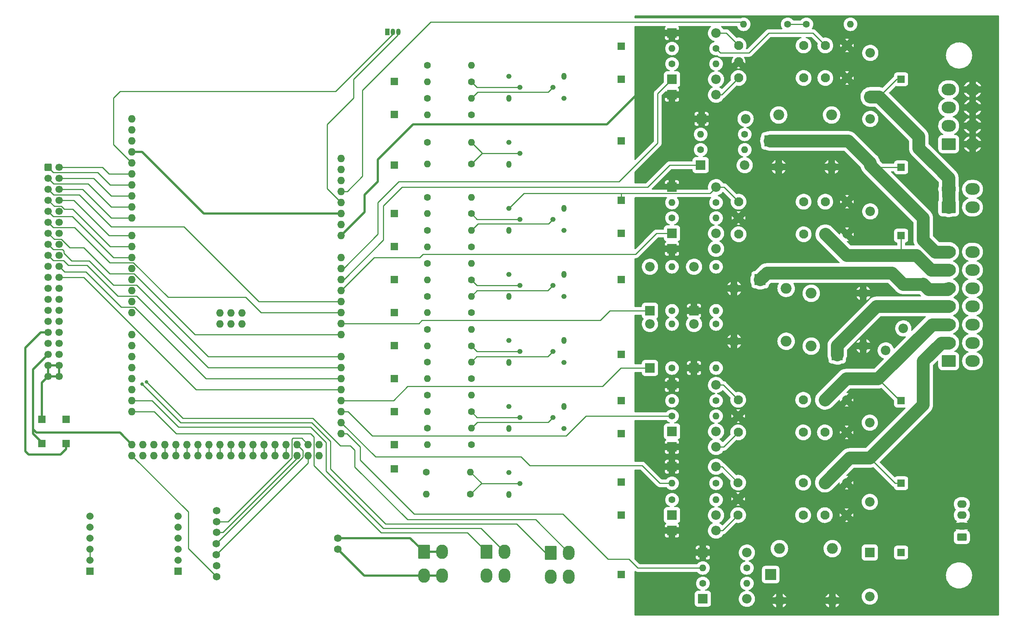
<source format=gtl>
%TF.GenerationSoftware,KiCad,Pcbnew,(6.0.8)*%
%TF.CreationDate,2022-12-04T12:12:00-06:00*%
%TF.ProjectId,Actuator Box,41637475-6174-46f7-9220-426f782e6b69,rev?*%
%TF.SameCoordinates,Original*%
%TF.FileFunction,Copper,L1,Top*%
%TF.FilePolarity,Positive*%
%FSLAX46Y46*%
G04 Gerber Fmt 4.6, Leading zero omitted, Abs format (unit mm)*
G04 Created by KiCad (PCBNEW (6.0.8)) date 2022-12-04 12:12:00*
%MOMM*%
%LPD*%
G01*
G04 APERTURE LIST*
G04 Aperture macros list*
%AMRoundRect*
0 Rectangle with rounded corners*
0 $1 Rounding radius*
0 $2 $3 $4 $5 $6 $7 $8 $9 X,Y pos of 4 corners*
0 Add a 4 corners polygon primitive as box body*
4,1,4,$2,$3,$4,$5,$6,$7,$8,$9,$2,$3,0*
0 Add four circle primitives for the rounded corners*
1,1,$1+$1,$2,$3*
1,1,$1+$1,$4,$5*
1,1,$1+$1,$6,$7*
1,1,$1+$1,$8,$9*
0 Add four rect primitives between the rounded corners*
20,1,$1+$1,$2,$3,$4,$5,0*
20,1,$1+$1,$4,$5,$6,$7,0*
20,1,$1+$1,$6,$7,$8,$9,0*
20,1,$1+$1,$8,$9,$2,$3,0*%
G04 Aperture macros list end*
%TA.AperFunction,ComponentPad*%
%ADD10O,1.727200X1.727200*%
%TD*%
%TA.AperFunction,ComponentPad*%
%ADD11R,2.200000X2.200000*%
%TD*%
%TA.AperFunction,ComponentPad*%
%ADD12O,2.200000X2.200000*%
%TD*%
%TA.AperFunction,ComponentPad*%
%ADD13O,1.200000X1.600000*%
%TD*%
%TA.AperFunction,ComponentPad*%
%ADD14O,1.200000X1.200000*%
%TD*%
%TA.AperFunction,ComponentPad*%
%ADD15C,1.600000*%
%TD*%
%TA.AperFunction,ComponentPad*%
%ADD16O,1.600000X1.600000*%
%TD*%
%TA.AperFunction,ComponentPad*%
%ADD17R,2.500000X2.500000*%
%TD*%
%TA.AperFunction,ComponentPad*%
%ADD18O,2.500000X2.500000*%
%TD*%
%TA.AperFunction,ComponentPad*%
%ADD19R,1.700000X1.700000*%
%TD*%
%TA.AperFunction,ComponentPad*%
%ADD20RoundRect,0.250001X-1.099999X-1.399999X1.099999X-1.399999X1.099999X1.399999X-1.099999X1.399999X0*%
%TD*%
%TA.AperFunction,ComponentPad*%
%ADD21O,2.700000X3.300000*%
%TD*%
%TA.AperFunction,ComponentPad*%
%ADD22RoundRect,0.250001X1.399999X-1.099999X1.399999X1.099999X-1.399999X1.099999X-1.399999X-1.099999X0*%
%TD*%
%TA.AperFunction,ComponentPad*%
%ADD23O,3.300000X2.700000*%
%TD*%
%TA.AperFunction,ComponentPad*%
%ADD24C,2.100000*%
%TD*%
%TA.AperFunction,ComponentPad*%
%ADD25R,1.665000X1.665000*%
%TD*%
%TA.AperFunction,ComponentPad*%
%ADD26C,1.665000*%
%TD*%
%TA.AperFunction,ComponentPad*%
%ADD27RoundRect,0.250000X0.845000X-0.620000X0.845000X0.620000X-0.845000X0.620000X-0.845000X-0.620000X0*%
%TD*%
%TA.AperFunction,ComponentPad*%
%ADD28O,2.190000X1.740000*%
%TD*%
%TA.AperFunction,ComponentPad*%
%ADD29C,1.727200*%
%TD*%
%TA.AperFunction,ComponentPad*%
%ADD30RoundRect,0.250000X-0.600000X-0.600000X0.600000X-0.600000X0.600000X0.600000X-0.600000X0.600000X0*%
%TD*%
%TA.AperFunction,ComponentPad*%
%ADD31C,1.700000*%
%TD*%
%TA.AperFunction,ComponentPad*%
%ADD32R,1.050000X1.500000*%
%TD*%
%TA.AperFunction,ComponentPad*%
%ADD33O,1.050000X1.500000*%
%TD*%
%TA.AperFunction,ViaPad*%
%ADD34C,0.800000*%
%TD*%
%TA.AperFunction,Conductor*%
%ADD35C,0.250000*%
%TD*%
%TA.AperFunction,Conductor*%
%ADD36C,0.500000*%
%TD*%
%TA.AperFunction,Conductor*%
%ADD37C,3.000000*%
%TD*%
G04 APERTURE END LIST*
D10*
%TO.P,XA1,*%
%TO.N,*%
X140120500Y-96750000D03*
%TO.P,XA1,3V3,3.3V*%
%TO.N,+3V3*%
X140120500Y-104370000D03*
%TO.P,XA1,5V1,5V*%
%TO.N,+5V*%
X140120500Y-106910000D03*
%TO.P,XA1,5V2,SPI_5V*%
%TO.N,unconnected-(XA1-Pad5V2)*%
X112180500Y-134977000D03*
%TO.P,XA1,5V3,5V*%
%TO.N,+5V*%
X91860500Y-162790000D03*
%TO.P,XA1,5V4,5V*%
X91860500Y-165330000D03*
%TO.P,XA1,A0,A0*%
%TO.N,Igniter Resistance Measurement*%
X140120500Y-119610000D03*
%TO.P,XA1,A1,A1*%
%TO.N,Igniter Voltage Check*%
X140120500Y-122150000D03*
%TO.P,XA1,A2,A2*%
%TO.N,Supply Fill Voltage Check*%
X140120500Y-124690000D03*
%TO.P,XA1,A3,A3*%
%TO.N,Supply Vent Voltage Check*%
X140120500Y-127230000D03*
%TO.P,XA1,A4,A4*%
%TO.N,A4*%
X140120500Y-129770000D03*
%TO.P,XA1,A5,A5*%
%TO.N,A5*%
X140120500Y-132310000D03*
%TO.P,XA1,A6,A6*%
%TO.N,Run Vent ON Voltage Check*%
X140120500Y-134850000D03*
%TO.P,XA1,A7,A7*%
%TO.N,A7*%
X140120500Y-137390000D03*
%TO.P,XA1,A8,A8*%
%TO.N,A8*%
X140120500Y-142470000D03*
%TO.P,XA1,A9,A9*%
%TO.N,A9*%
X140120500Y-145010000D03*
%TO.P,XA1,A10,A10*%
%TO.N,A10*%
X140120500Y-147550000D03*
%TO.P,XA1,A11,A11*%
%TO.N,A11*%
X140120500Y-150090000D03*
%TO.P,XA1,A12,A12*%
%TO.N,Run Vent OFF Voltage Check*%
X140120500Y-152630000D03*
%TO.P,XA1,A13,A13*%
%TO.N,Spare 1 Voltage Check*%
X140120500Y-155170000D03*
%TO.P,XA1,A14,A14*%
%TO.N,Spare 2 Voltage Check*%
X140120500Y-157710000D03*
%TO.P,XA1,A15,A15*%
%TO.N,Spare 3 Voltage Check*%
X140120500Y-160250000D03*
%TO.P,XA1,AREF,AREF*%
%TO.N,unconnected-(XA1-PadAREF)*%
X91860500Y-92686000D03*
%TO.P,XA1,D0,D0_RX0*%
%TO.N,D0*%
X91860500Y-132310000D03*
%TO.P,XA1,D1,D1_TX0*%
%TO.N,D1*%
X91860500Y-129770000D03*
%TO.P,XA1,D2,D2_INT0*%
%TO.N,D2*%
X91860500Y-127230000D03*
%TO.P,XA1,D3,D3_INT1*%
%TO.N,D3*%
X91860500Y-124690000D03*
%TO.P,XA1,D4,D4*%
%TO.N,D4*%
X91860500Y-122150000D03*
%TO.P,XA1,D5,D5*%
%TO.N,D5*%
X91860500Y-119610000D03*
%TO.P,XA1,D6,D6*%
%TO.N,D6*%
X91860500Y-117070000D03*
%TO.P,XA1,D7,D7*%
%TO.N,D7*%
X91860500Y-114530000D03*
%TO.P,XA1,D8,D8*%
%TO.N,D8*%
X91860500Y-110466000D03*
%TO.P,XA1,D9,D9*%
%TO.N,D9*%
X91860500Y-107926000D03*
%TO.P,XA1,D10,D10*%
%TO.N,D10*%
X91860500Y-105386000D03*
%TO.P,XA1,D11,D11*%
%TO.N,D11*%
X91860500Y-102846000D03*
%TO.P,XA1,D12,D12*%
%TO.N,D12*%
X91860500Y-100306000D03*
%TO.P,XA1,D13,D13*%
%TO.N,Temp Sensor*%
X91860500Y-97766000D03*
%TO.P,XA1,D14,D14_TX3*%
%TO.N,D14*%
X91860500Y-137390000D03*
%TO.P,XA1,D15,D15_RX3*%
%TO.N,D15*%
X91860500Y-139930000D03*
%TO.P,XA1,D16,D16_TX2*%
%TO.N,D16*%
X91860500Y-142470000D03*
%TO.P,XA1,D17,D17_RX2*%
%TO.N,D17*%
X91860500Y-145010000D03*
%TO.P,XA1,D18,D18_TX1*%
%TO.N,D18*%
X91860500Y-147550000D03*
%TO.P,XA1,D19,D19_RX1*%
%TO.N,D19*%
X91860500Y-150090000D03*
%TO.P,XA1,D20,D20_SDA*%
%TO.N,SDA*%
X91860500Y-152630000D03*
%TO.P,XA1,D21,D21_SCL*%
%TO.N,SCL*%
X91860500Y-155170000D03*
%TO.P,XA1,D22,D22*%
%TO.N,unconnected-(XA1-PadD22)*%
X94400500Y-162790000D03*
%TO.P,XA1,D23,D23*%
%TO.N,unconnected-(XA1-PadD23)*%
X94400500Y-165330000D03*
%TO.P,XA1,D24,D24*%
%TO.N,unconnected-(XA1-PadD24)*%
X96940500Y-162790000D03*
%TO.P,XA1,D25,D25*%
%TO.N,Ethernet CS*%
X96940500Y-165330000D03*
%TO.P,XA1,D26,D26*%
%TO.N,Igniter CMD ON*%
X99480500Y-162790000D03*
%TO.P,XA1,D27,D27*%
X99480500Y-165330000D03*
%TO.P,XA1,D28,D28*%
%TO.N,Igniter CMD OFF*%
X102020500Y-162790000D03*
%TO.P,XA1,D29,D29*%
X102020500Y-165330000D03*
%TO.P,XA1,D30,D30*%
%TO.N,Supply Fill CMD*%
X104560500Y-162790000D03*
%TO.P,XA1,D31,D31*%
X104560500Y-165330000D03*
%TO.P,XA1,D32,D32*%
%TO.N,Supply Vent CMD ON*%
X107100500Y-162790000D03*
%TO.P,XA1,D33,D33*%
X107100500Y-165330000D03*
%TO.P,XA1,D34,D34*%
%TO.N,Supply Vent CMD OFF*%
X109640500Y-162790000D03*
%TO.P,XA1,D35,D35*%
X109640500Y-165330000D03*
%TO.P,XA1,D36,D36*%
%TO.N,Run Vent CMD ON*%
X112180500Y-162790000D03*
%TO.P,XA1,D37,D37*%
X112180500Y-165330000D03*
%TO.P,XA1,D38,D38*%
%TO.N,Run Vent CMD OFF*%
X114720500Y-162790000D03*
%TO.P,XA1,D39,D39*%
X114720500Y-165330000D03*
%TO.P,XA1,D40,D40*%
%TO.N,Spare 1 CMD ON*%
X117260500Y-162790000D03*
%TO.P,XA1,D41,D41*%
X117260500Y-165330000D03*
%TO.P,XA1,D42,D42*%
%TO.N,Spare 1 CMD OFF*%
X119800500Y-162790000D03*
%TO.P,XA1,D43,D43*%
X119800500Y-165330000D03*
%TO.P,XA1,D44,D44*%
%TO.N,Spare 2 CMD ON*%
X122340500Y-162790000D03*
%TO.P,XA1,D45,D45*%
X122340500Y-165330000D03*
%TO.P,XA1,D46,D46*%
%TO.N,Spare 2 CMD OFF*%
X124880500Y-162790000D03*
%TO.P,XA1,D47,D47*%
X124880500Y-165330000D03*
%TO.P,XA1,D48,D48*%
%TO.N,Spare 3 CMD*%
X127420500Y-162790000D03*
%TO.P,XA1,D49,D49*%
X127420500Y-165330000D03*
%TO.P,XA1,D50,D50*%
%TO.N,MISO*%
X129960500Y-162790000D03*
%TO.P,XA1,D51,D51*%
%TO.N,MOSI*%
X129960500Y-165330000D03*
%TO.P,XA1,D52,D52*%
%TO.N,SCK*%
X132500500Y-162790000D03*
%TO.P,XA1,D53,D53_SS*%
%TO.N,CAN CS*%
X132500500Y-165330000D03*
%TO.P,XA1,GND1,GND*%
%TO.N,GND*%
X91860500Y-95226000D03*
%TO.P,XA1,GND2,GND*%
X140120500Y-109450000D03*
%TO.P,XA1,GND3,GND*%
X140120500Y-111990000D03*
%TO.P,XA1,GND4,SPI_GND*%
%TO.N,unconnected-(XA1-PadGND4)*%
X117260500Y-134977000D03*
%TO.P,XA1,GND5,GND*%
%TO.N,GND*%
X135040500Y-162790000D03*
%TO.P,XA1,GND6,GND*%
X135040500Y-165330000D03*
%TO.P,XA1,IORF,IOREF*%
%TO.N,unconnected-(XA1-PadIORF)*%
X140120500Y-99290000D03*
%TO.P,XA1,MISO,SPI_MISO*%
%TO.N,unconnected-(XA1-PadMISO)*%
X112180500Y-132437000D03*
%TO.P,XA1,MOSI,SPI_MOSI*%
%TO.N,unconnected-(XA1-PadMOSI)*%
X114720500Y-134977000D03*
%TO.P,XA1,RST1,RESET*%
%TO.N,unconnected-(XA1-PadRST1)*%
X140120500Y-101830000D03*
%TO.P,XA1,RST2,SPI_RESET*%
%TO.N,unconnected-(XA1-PadRST2)*%
X117260500Y-132437000D03*
%TO.P,XA1,SCK,SPI_SCK*%
%TO.N,unconnected-(XA1-PadSCK)*%
X114720500Y-132437000D03*
%TO.P,XA1,SCL,SCL*%
%TO.N,unconnected-(XA1-PadSCL)*%
X91860500Y-87606000D03*
%TO.P,XA1,SDA,SDA*%
%TO.N,unconnected-(XA1-PadSDA)*%
X91860500Y-90146000D03*
%TO.P,XA1,VIN,VIN*%
%TO.N,+12V*%
X140120500Y-114530000D03*
%TD*%
D11*
%TO.P,D2,1,K*%
%TO.N,Supply Fill Voltage Check*%
X223012000Y-98298000D03*
D12*
%TO.P,D2,2,A*%
%TO.N,GND*%
X233172000Y-98298000D03*
%TD*%
D11*
%TO.P,D31,1,K*%
%TO.N,Run Vent OFF +*%
X265684000Y-130885500D03*
D12*
%TO.P,D31,2,A*%
%TO.N,GND*%
X265684000Y-141045500D03*
%TD*%
D13*
%TO.P,Q7,1,E*%
%TO.N,GND*%
X178816000Y-143800000D03*
D14*
%TO.P,Q7,2,B*%
%TO.N,Net-(Q7-Pad2)*%
X181356000Y-141260000D03*
%TO.P,Q7,3,C*%
%TO.N,Net-(D10-Pad2)*%
X178816000Y-138720000D03*
%TD*%
D15*
%TO.P,R25,1*%
%TO.N,Net-(Q7-Pad2)*%
X170126000Y-139990000D03*
D16*
%TO.P,R25,2*%
%TO.N,Spare 1 CMD ON*%
X159966000Y-139990000D03*
%TD*%
D11*
%TO.P,D30,1,K*%
%TO.N,Run Vent ON Voltage Check*%
X211328000Y-131901500D03*
D12*
%TO.P,D30,2,A*%
%TO.N,GND*%
X211328000Y-121741500D03*
%TD*%
D17*
%TO.P,K11,1*%
%TO.N,Run Vent ON +*%
X236728000Y-124738000D03*
D18*
%TO.P,K11,2*%
%TO.N,+12V*%
X230728000Y-126738000D03*
%TO.P,K11,3*%
X230728000Y-138938000D03*
%TO.P,K11,4*%
%TO.N,unconnected-(K11-Pad4)*%
X242728000Y-138938000D03*
%TO.P,K11,5*%
%TO.N,Net-(D5-Pad2)*%
X242728000Y-126738000D03*
%TD*%
D19*
%TO.P,REF\u002A\u002A,1*%
%TO.N,Net-(D13-Pad2)*%
X204724000Y-179070000D03*
%TD*%
%TO.P,REF\u002A\u002A,1*%
%TO.N,Net-(D23-Pad2)*%
X204724000Y-70866000D03*
%TD*%
D20*
%TO.P,J4,1,Pin_1*%
%TO.N,CANH*%
X159190000Y-187540000D03*
D21*
%TO.P,J4,2,Pin_2*%
X163390000Y-187540000D03*
%TO.P,J4,3,Pin_3*%
%TO.N,CANL*%
X159190000Y-193040000D03*
%TO.P,J4,4,Pin_4*%
X163390000Y-193040000D03*
%TD*%
D22*
%TO.P,J3,1,Pin_1*%
%TO.N,GND*%
X280214000Y-93422000D03*
D23*
%TO.P,J3,2,Pin_2*%
X280214000Y-89222000D03*
%TO.P,J3,3,Pin_3*%
X280214000Y-85022000D03*
%TO.P,J3,4,Pin_4*%
X280214000Y-80822000D03*
%TO.P,J3,5,Pin_5*%
%TO.N,+12V*%
X285714000Y-93422000D03*
%TO.P,J3,6,Pin_6*%
X285714000Y-89222000D03*
%TO.P,J3,7,Pin_7*%
X285714000Y-85022000D03*
%TO.P,J3,8,Pin_8*%
X285714000Y-80822000D03*
%TD*%
D24*
%TO.P,K6,1,COIL_R_-*%
%TO.N,Net-(D13-Pad2)*%
X231648000Y-179070000D03*
%TO.P,K6,2,NC_2*%
%TO.N,Net-(K6-Pad2)*%
X246648000Y-179070000D03*
%TO.P,K6,3,COM_2*%
%TO.N,Spare 2 +*%
X251648000Y-179070000D03*
%TO.P,K6,4,NO_2*%
%TO.N,+12V*%
X256648000Y-179070000D03*
%TO.P,K6,5,NO_1*%
X256648000Y-171570000D03*
%TO.P,K6,6,COM_1*%
%TO.N,Spare 2 +*%
X251648000Y-171570000D03*
%TO.P,K6,7,NC_1*%
%TO.N,Net-(K6-Pad2)*%
X246648000Y-171570000D03*
%TO.P,K6,8,COIL_S_-*%
%TO.N,Net-(D12-Pad2)*%
X231648000Y-171570000D03*
%TO.P,K6,9,COIL_+*%
%TO.N,+12V*%
X231648000Y-175320000D03*
%TD*%
D11*
%TO.P,D26,1,K*%
%TO.N,Igniter +*%
X262128000Y-82550000D03*
D12*
%TO.P,D26,2,A*%
%TO.N,GND*%
X262128000Y-72390000D03*
%TD*%
D15*
%TO.P,R19,1*%
%TO.N,GND*%
X159966000Y-136180000D03*
D16*
%TO.P,R19,2*%
%TO.N,Net-(Q7-Pad2)*%
X170126000Y-136180000D03*
%TD*%
D15*
%TO.P,R28,1*%
%TO.N,Net-(Q12-Pad2)*%
X170126000Y-162790000D03*
D16*
%TO.P,R28,2*%
%TO.N,Spare 2 CMD OFF*%
X159966000Y-162790000D03*
%TD*%
D20*
%TO.P,J6,1,Pin_1*%
%TO.N,D0*%
X188400000Y-187742000D03*
D21*
%TO.P,J6,2,Pin_2*%
%TO.N,D1*%
X192600000Y-187742000D03*
%TO.P,J6,3,Pin_3*%
%TO.N,GND*%
X188400000Y-193242000D03*
%TO.P,J6,4,Pin_4*%
%TO.N,unconnected-(J6-Pad4)*%
X192600000Y-193242000D03*
%TD*%
D19*
%TO.P,REF\u002A\u002A,1*%
%TO.N,Supply Fill CMD*%
X152400000Y-98298000D03*
%TD*%
D13*
%TO.P,Q5,1,E*%
%TO.N,GND*%
X178816000Y-128560000D03*
D14*
%TO.P,Q5,2,B*%
%TO.N,Net-(Q5-Pad2)*%
X181356000Y-126020000D03*
%TO.P,Q5,3,C*%
%TO.N,Net-(D5-Pad2)*%
X178816000Y-123480000D03*
%TD*%
D25*
%TO.P,IC1,A1,GND_1*%
%TO.N,GND*%
X102540000Y-192000000D03*
D26*
%TO.P,IC1,A2,GND_2*%
X102540000Y-189460000D03*
%TO.P,IC1,A3,MOSI*%
%TO.N,MOSI*%
X102540000Y-186920000D03*
%TO.P,IC1,A4,SCLK*%
%TO.N,SCK*%
X102540000Y-184380000D03*
%TO.P,IC1,A5,CS*%
%TO.N,Ethernet CS*%
X102540000Y-181840000D03*
%TO.P,IC1,A6,INT*%
%TO.N,unconnected-(IC1-PadA6)*%
X102540000Y-179300000D03*
D25*
%TO.P,IC1,B1,GND_3*%
%TO.N,unconnected-(IC1-PadB1)*%
X82220000Y-192000000D03*
D26*
%TO.P,IC1,B2,3V3_1*%
%TO.N,+3V3*%
X82220000Y-189460000D03*
%TO.P,IC1,B3,3V3_2*%
X82220000Y-186920000D03*
%TO.P,IC1,B4,NC*%
%TO.N,unconnected-(IC1-PadB4)*%
X82220000Y-184380000D03*
%TO.P,IC1,B5,RST*%
%TO.N,unconnected-(IC1-PadB5)*%
X82220000Y-181840000D03*
%TO.P,IC1,B6,MISO*%
%TO.N,MISO*%
X82220000Y-179300000D03*
%TD*%
D11*
%TO.P,D17,1,K*%
%TO.N,Spare 2 Voltage Check*%
X216408000Y-179070000D03*
D12*
%TO.P,D17,2,A*%
%TO.N,GND*%
X226568000Y-179070000D03*
%TD*%
D11*
%TO.P,D13,1,K*%
%TO.N,+12V*%
X216408000Y-182626000D03*
D12*
%TO.P,D13,2,A*%
%TO.N,Net-(D13-Pad2)*%
X226568000Y-182626000D03*
%TD*%
D19*
%TO.P,REF\u002A\u002A,1*%
%TO.N,Net-(D11-Pad2)*%
X204724000Y-160274000D03*
%TD*%
%TO.P,REF\u002A\u002A,1*%
%TO.N,Igniter CMD OFF*%
X152400000Y-86614000D03*
%TD*%
%TO.P,REF\u002A\u002A,1*%
%TO.N,+12V*%
X76708000Y-162584000D03*
%TD*%
D15*
%TO.P,R14,1*%
%TO.N,Supply Vent Voltage Check*%
X216408000Y-110490000D03*
D16*
%TO.P,R14,2*%
%TO.N,GND*%
X226568000Y-110490000D03*
%TD*%
D15*
%TO.P,R21,1*%
%TO.N,GND*%
X159966000Y-151360000D03*
D16*
%TO.P,R21,2*%
%TO.N,Net-(Q11-Pad2)*%
X170126000Y-151360000D03*
%TD*%
D11*
%TO.P,D10,1,K*%
%TO.N,+12V*%
X216408000Y-149029000D03*
D12*
%TO.P,D10,2,A*%
%TO.N,Net-(D10-Pad2)*%
X226568000Y-149029000D03*
%TD*%
D15*
%TO.P,R7,1*%
%TO.N,Supply Fill Voltage Check*%
X223012000Y-94742000D03*
D16*
%TO.P,R7,2*%
%TO.N,GND*%
X233172000Y-94742000D03*
%TD*%
D17*
%TO.P,K2,1*%
%TO.N,Supply Fill +*%
X239000500Y-92710000D03*
D18*
%TO.P,K2,2*%
%TO.N,+12V*%
X241000500Y-98710000D03*
%TO.P,K2,3*%
X253200500Y-98710000D03*
%TO.P,K2,4*%
%TO.N,unconnected-(K2-Pad4)*%
X253200500Y-86710000D03*
%TO.P,K2,5*%
%TO.N,Net-(D1-Pad2)*%
X241000500Y-86710000D03*
%TD*%
D15*
%TO.P,R13,1*%
%TO.N,GND*%
X159766000Y-169140000D03*
D16*
%TO.P,R13,2*%
%TO.N,Net-(Q2-Pad2)*%
X169926000Y-169140000D03*
%TD*%
D19*
%TO.P,REF\u002A\u002A,1*%
%TO.N,Supply Vent +*%
X269240000Y-114554000D03*
%TD*%
D11*
%TO.P,D29,1,K*%
%TO.N,Run Vent OFF Voltage Check*%
X211328000Y-145109500D03*
D12*
%TO.P,D29,2,A*%
%TO.N,GND*%
X211328000Y-134949500D03*
%TD*%
D15*
%TO.P,R22,1*%
%TO.N,GND*%
X159966000Y-158980000D03*
D16*
%TO.P,R22,2*%
%TO.N,Net-(Q12-Pad2)*%
X170126000Y-158980000D03*
%TD*%
D24*
%TO.P,K5,1,COIL_R_-*%
%TO.N,Net-(D11-Pad2)*%
X231670000Y-159960000D03*
%TO.P,K5,2,NC_2*%
%TO.N,Net-(K5-Pad2)*%
X246670000Y-159960000D03*
%TO.P,K5,3,COM_2*%
%TO.N,Spare 1 +*%
X251670000Y-159960000D03*
%TO.P,K5,4,NO_2*%
%TO.N,+12V*%
X256670000Y-159960000D03*
%TO.P,K5,5,NO_1*%
X256670000Y-152460000D03*
%TO.P,K5,6,COM_1*%
%TO.N,Spare 1 +*%
X251670000Y-152460000D03*
%TO.P,K5,7,NC_1*%
%TO.N,Net-(K5-Pad2)*%
X246670000Y-152460000D03*
%TO.P,K5,8,COIL_S_-*%
%TO.N,Net-(D10-Pad2)*%
X231670000Y-152460000D03*
%TO.P,K5,9,COIL_+*%
%TO.N,+12V*%
X231670000Y-156210000D03*
%TD*%
D15*
%TO.P,R5,1*%
%TO.N,GND*%
X159966000Y-120940000D03*
D16*
%TO.P,R5,2*%
%TO.N,Net-(Q5-Pad2)*%
X170126000Y-120940000D03*
%TD*%
D15*
%TO.P,R47,1*%
%TO.N,Run Vent OFF +*%
X226568000Y-134949500D03*
D16*
%TO.P,R47,2*%
%TO.N,Run Vent OFF Voltage Check*%
X226568000Y-145109500D03*
%TD*%
D11*
%TO.P,D16,1,K*%
%TO.N,Spare 1 Voltage Check*%
X216408000Y-159766000D03*
D12*
%TO.P,D16,2,A*%
%TO.N,GND*%
X226568000Y-159766000D03*
%TD*%
D13*
%TO.P,Q6,1,E*%
%TO.N,GND*%
X191516000Y-123480000D03*
D14*
%TO.P,Q6,2,B*%
%TO.N,Net-(Q6-Pad2)*%
X188976000Y-126020000D03*
%TO.P,Q6,3,C*%
%TO.N,Net-(D6-Pad2)*%
X191516000Y-128560000D03*
%TD*%
D11*
%TO.P,D20,1,K*%
%TO.N,Spare 1 +*%
X262023000Y-147574000D03*
D12*
%TO.P,D20,2,A*%
%TO.N,GND*%
X262023000Y-157734000D03*
%TD*%
D15*
%TO.P,R10,1*%
%TO.N,Net-(Q4-Pad2)*%
X170126000Y-117130000D03*
D16*
%TO.P,R10,2*%
%TO.N,Supply Vent CMD OFF*%
X159966000Y-117130000D03*
%TD*%
D11*
%TO.P,D1,1,K*%
%TO.N,+12V*%
X223204000Y-87621500D03*
D12*
%TO.P,D1,2,A*%
%TO.N,Net-(D1-Pad2)*%
X233364000Y-87621500D03*
%TD*%
D19*
%TO.P,REF\u002A\u002A,1*%
%TO.N,Net-(D4-Pad2)*%
X204724000Y-114046000D03*
%TD*%
D11*
%TO.P,D25,1,K*%
%TO.N,Igniter Voltage Check*%
X216408000Y-78486000D03*
D12*
%TO.P,D25,2,A*%
%TO.N,GND*%
X226568000Y-78486000D03*
%TD*%
D11*
%TO.P,D8,1,K*%
%TO.N,Supply Vent Voltage Check*%
X216408000Y-114046000D03*
D12*
%TO.P,D8,2,A*%
%TO.N,GND*%
X226568000Y-114046000D03*
%TD*%
D15*
%TO.P,R6,1*%
%TO.N,GND*%
X159966000Y-128560000D03*
D16*
%TO.P,R6,2*%
%TO.N,Net-(Q6-Pad2)*%
X170126000Y-128560000D03*
%TD*%
D22*
%TO.P,J7,1,Pin_1*%
%TO.N,Igniter +*%
X280214000Y-108018000D03*
D23*
%TO.P,J7,2,Pin_2*%
X280214000Y-103818000D03*
%TO.P,J7,3,Pin_3*%
%TO.N,GND*%
X285714000Y-108018000D03*
%TO.P,J7,4,Pin_4*%
X285714000Y-103818000D03*
%TD*%
D15*
%TO.P,R41,1*%
%TO.N,Igniter +*%
X226568000Y-71374000D03*
D16*
%TO.P,R41,2*%
%TO.N,Igniter Voltage Check*%
X216408000Y-71374000D03*
%TD*%
D13*
%TO.P,Q4,1,E*%
%TO.N,GND*%
X191516000Y-108240000D03*
D14*
%TO.P,Q4,2,B*%
%TO.N,Net-(Q4-Pad2)*%
X188976000Y-110780000D03*
%TO.P,Q4,3,C*%
%TO.N,Net-(D4-Pad2)*%
X191516000Y-113320000D03*
%TD*%
D19*
%TO.P,REF\u002A\u002A,1*%
%TO.N,Net-(D10-Pad2)*%
X204724000Y-152654000D03*
%TD*%
D13*
%TO.P,Q3,1,E*%
%TO.N,GND*%
X178816000Y-113320000D03*
D14*
%TO.P,Q3,2,B*%
%TO.N,Net-(Q3-Pad2)*%
X181356000Y-110780000D03*
%TO.P,Q3,3,C*%
%TO.N,Net-(D3-Pad2)*%
X178816000Y-108240000D03*
%TD*%
D19*
%TO.P,REF\u002A\u002A,1*%
%TO.N,Net-(D3-Pad2)*%
X204724000Y-106426000D03*
%TD*%
%TO.P,REF\u002A\u002A,1*%
%TO.N,Net-(D5-Pad2)*%
X204724000Y-124714000D03*
%TD*%
%TO.P,REF\u002A\u002A,1*%
%TO.N,Spare 1 CMD OFF*%
X152400000Y-147574000D03*
%TD*%
%TO.P,REF\u002A\u002A,1*%
%TO.N,Supply Vent CMD OFF*%
X152400000Y-117094000D03*
%TD*%
D11*
%TO.P,D7,1,K*%
%TO.N,Supply Vent +*%
X262128000Y-119126000D03*
D12*
%TO.P,D7,2,A*%
%TO.N,GND*%
X262128000Y-108966000D03*
%TD*%
D19*
%TO.P,REF\u002A\u002A,1*%
%TO.N,Net-(D12-Pad2)*%
X204724000Y-171450000D03*
%TD*%
D22*
%TO.P,J2,1,Pin_1*%
%TO.N,Spare 3 +*%
X280214000Y-143510000D03*
D23*
%TO.P,J2,2,Pin_2*%
%TO.N,Spare 2 +*%
X280214000Y-139310000D03*
%TO.P,J2,3,Pin_3*%
%TO.N,Spare 1 +*%
X280214000Y-135110000D03*
%TO.P,J2,4,Pin_4*%
%TO.N,Run Vent OFF +*%
X280214000Y-130910000D03*
%TO.P,J2,5,Pin_5*%
%TO.N,Run Vent ON +*%
X280214000Y-126710000D03*
%TO.P,J2,6,Pin_6*%
%TO.N,Supply Vent +*%
X280214000Y-122510000D03*
%TO.P,J2,7,Pin_7*%
%TO.N,Supply Fill +*%
X280214000Y-118310000D03*
%TO.P,J2,8,Pin_8*%
%TO.N,GND*%
X285714000Y-143510000D03*
%TO.P,J2,9,Pin_9*%
X285714000Y-139310000D03*
%TO.P,J2,10,Pin_10*%
X285714000Y-135110000D03*
%TO.P,J2,11,Pin_11*%
X285714000Y-130910000D03*
%TO.P,J2,12,Pin_12*%
X285714000Y-126710000D03*
%TO.P,J2,13,Pin_13*%
X285714000Y-122510000D03*
%TO.P,J2,14,Pin_14*%
X285714000Y-118310000D03*
%TD*%
D13*
%TO.P,Q12,1,E*%
%TO.N,GND*%
X191516000Y-153960000D03*
D14*
%TO.P,Q12,2,B*%
%TO.N,Net-(Q12-Pad2)*%
X188976000Y-156500000D03*
%TO.P,Q12,3,C*%
%TO.N,Net-(D13-Pad2)*%
X191516000Y-159040000D03*
%TD*%
D15*
%TO.P,R12,1*%
%TO.N,Net-(Q6-Pad2)*%
X170126000Y-132310000D03*
D16*
%TO.P,R12,2*%
%TO.N,Run Vent CMD OFF*%
X159966000Y-132310000D03*
%TD*%
D15*
%TO.P,R16,1*%
%TO.N,Net-(Q2-Pad2)*%
X169926000Y-174220000D03*
D16*
%TO.P,R16,2*%
%TO.N,Spare 3 CMD*%
X159766000Y-174220000D03*
%TD*%
D15*
%TO.P,R43,1*%
%TO.N,Spare 2 +*%
X226568000Y-171704000D03*
D16*
%TO.P,R43,2*%
%TO.N,Spare 2 Voltage Check*%
X216408000Y-171704000D03*
%TD*%
D15*
%TO.P,R42,1*%
%TO.N,Spare 1 +*%
X226568000Y-152654000D03*
D16*
%TO.P,R42,2*%
%TO.N,Spare 1 Voltage Check*%
X216408000Y-152654000D03*
%TD*%
D19*
%TO.P,REF\u002A\u002A,1*%
%TO.N,Run Vent ON +*%
X274320000Y-125730000D03*
%TD*%
%TO.P,REF\u002A\u002A,1*%
%TO.N,+3V3*%
X76708000Y-156996000D03*
%TD*%
D11*
%TO.P,D12,1,K*%
%TO.N,+12V*%
X216408000Y-167894000D03*
D12*
%TO.P,D12,2,A*%
%TO.N,Net-(D12-Pad2)*%
X226568000Y-167894000D03*
%TD*%
D11*
%TO.P,D24,1,K*%
%TO.N,+12V*%
X216408000Y-82042000D03*
D12*
%TO.P,D24,2,A*%
%TO.N,Net-(D24-Pad2)*%
X226568000Y-82042000D03*
%TD*%
D15*
%TO.P,R23,1*%
%TO.N,Spare 3 Voltage Check*%
X223520000Y-194818000D03*
D16*
%TO.P,R23,2*%
%TO.N,GND*%
X233680000Y-194818000D03*
%TD*%
D19*
%TO.P,REF\u002A\u002A,1*%
%TO.N,Igniter CMD ON*%
X152400000Y-78994000D03*
%TD*%
%TO.P,REF\u002A\u002A,1*%
%TO.N,Supply Vent CMD ON*%
X152400000Y-109474000D03*
%TD*%
D27*
%TO.P,M1,1,-*%
%TO.N,GND*%
X283230000Y-184150000D03*
D28*
%TO.P,M1,2,+*%
%TO.N,+12V*%
X283230000Y-181610000D03*
%TO.P,M1,3,Tacho*%
%TO.N,unconnected-(M1-Pad3)*%
X283230000Y-179070000D03*
%TO.P,M1,4,PWM*%
%TO.N,unconnected-(M1-Pad4)*%
X283230000Y-176530000D03*
%TD*%
D15*
%TO.P,R45,1*%
%TO.N,Run Vent OFF Voltage Check*%
X216408000Y-145109500D03*
D16*
%TO.P,R45,2*%
%TO.N,GND*%
X216408000Y-134949500D03*
%TD*%
D19*
%TO.P,REF\u002A\u002A,1*%
%TO.N,Net-(D1-Pad2)*%
X204724000Y-92710000D03*
%TD*%
D15*
%TO.P,R9,1*%
%TO.N,Net-(Q3-Pad2)*%
X170126000Y-109450000D03*
D16*
%TO.P,R9,2*%
%TO.N,Supply Vent CMD ON*%
X159966000Y-109450000D03*
%TD*%
D19*
%TO.P,REF\u002A\u002A,1*%
%TO.N,Spare 3 +*%
X269240000Y-187706000D03*
%TD*%
D15*
%TO.P,R2,1*%
%TO.N,Net-(Q1-Pad2)*%
X170126000Y-98020000D03*
D16*
%TO.P,R2,2*%
%TO.N,Supply Fill CMD*%
X159966000Y-98020000D03*
%TD*%
D15*
%TO.P,R36,1*%
%TO.N,Net-(Q9-Pad2)*%
X170126000Y-79030000D03*
D16*
%TO.P,R36,2*%
%TO.N,Igniter CMD ON*%
X159966000Y-79030000D03*
%TD*%
D13*
%TO.P,Q2,1,E*%
%TO.N,GND*%
X178816000Y-174280000D03*
D14*
%TO.P,Q2,2,B*%
%TO.N,Net-(Q2-Pad2)*%
X181356000Y-171740000D03*
%TO.P,Q2,3,C*%
%TO.N,Net-(D18-Pad2)*%
X178816000Y-169200000D03*
%TD*%
D11*
%TO.P,D4,1,K*%
%TO.N,+12V*%
X216408000Y-117602000D03*
D12*
%TO.P,D4,2,A*%
%TO.N,Net-(D4-Pad2)*%
X226568000Y-117602000D03*
%TD*%
D15*
%TO.P,R20,1*%
%TO.N,GND*%
X159966000Y-143740000D03*
D16*
%TO.P,R20,2*%
%TO.N,Net-(Q8-Pad2)*%
X170126000Y-143740000D03*
%TD*%
D11*
%TO.P,D15,1,K*%
%TO.N,Supply Fill +*%
X262128000Y-97790000D03*
D12*
%TO.P,D15,2,A*%
%TO.N,GND*%
X262128000Y-87630000D03*
%TD*%
D15*
%TO.P,R4,1*%
%TO.N,GND*%
X159966000Y-113320000D03*
D16*
%TO.P,R4,2*%
%TO.N,Net-(Q4-Pad2)*%
X170126000Y-113320000D03*
%TD*%
D11*
%TO.P,D21,1,K*%
%TO.N,Spare 2 +*%
X262023000Y-165862000D03*
D12*
%TO.P,D21,2,A*%
%TO.N,GND*%
X262023000Y-176022000D03*
%TD*%
D15*
%TO.P,R11,1*%
%TO.N,Net-(Q5-Pad2)*%
X170126000Y-124750000D03*
D16*
%TO.P,R11,2*%
%TO.N,Run Vent CMD ON*%
X159966000Y-124750000D03*
%TD*%
D15*
%TO.P,R38,1*%
%TO.N,Igniter Resistance Measurement*%
X243078000Y-65786000D03*
D16*
%TO.P,R38,2*%
%TO.N,+3V3*%
X232918000Y-65786000D03*
%TD*%
D13*
%TO.P,Q8,1,E*%
%TO.N,GND*%
X191516000Y-138720000D03*
D14*
%TO.P,Q8,2,B*%
%TO.N,Net-(Q8-Pad2)*%
X188976000Y-141260000D03*
%TO.P,Q8,3,C*%
%TO.N,Net-(D11-Pad2)*%
X191516000Y-143800000D03*
%TD*%
D11*
%TO.P,D11,1,K*%
%TO.N,+12V*%
X216408000Y-163322000D03*
D12*
%TO.P,D11,2,A*%
%TO.N,Net-(D11-Pad2)*%
X226568000Y-163322000D03*
%TD*%
D11*
%TO.P,D23,1,K*%
%TO.N,+12V*%
X216408000Y-67818000D03*
D12*
%TO.P,D23,2,A*%
%TO.N,Net-(D23-Pad2)*%
X226568000Y-67818000D03*
%TD*%
D19*
%TO.P,REF\u002A\u002A,1*%
%TO.N,Supply Fill +*%
X269240000Y-98806000D03*
%TD*%
D15*
%TO.P,R32,1*%
%TO.N,Spare 2 Voltage Check*%
X216408000Y-175514000D03*
D16*
%TO.P,R32,2*%
%TO.N,GND*%
X226568000Y-175514000D03*
%TD*%
D15*
%TO.P,R34,1*%
%TO.N,GND*%
X159966000Y-75220000D03*
D16*
%TO.P,R34,2*%
%TO.N,Net-(Q9-Pad2)*%
X170126000Y-75220000D03*
%TD*%
D24*
%TO.P,K3,1,COIL_R_-*%
%TO.N,Net-(D4-Pad2)*%
X231753000Y-114240000D03*
%TO.P,K3,2,NC_2*%
%TO.N,Net-(K3-Pad2)*%
X246753000Y-114240000D03*
%TO.P,K3,3,COM_2*%
%TO.N,Supply Vent +*%
X251753000Y-114240000D03*
%TO.P,K3,4,NO_2*%
%TO.N,+12V*%
X256753000Y-114240000D03*
%TO.P,K3,5,NO_1*%
X256753000Y-106740000D03*
%TO.P,K3,6,COM_1*%
%TO.N,Supply Vent +*%
X251753000Y-106740000D03*
%TO.P,K3,7,NC_1*%
%TO.N,Net-(K3-Pad2)*%
X246753000Y-106740000D03*
%TO.P,K3,8,COIL_S_-*%
%TO.N,Net-(D3-Pad2)*%
X231753000Y-106740000D03*
%TO.P,K3,9,COIL_+*%
%TO.N,+12V*%
X231753000Y-110490000D03*
%TD*%
D15*
%TO.P,R40,1*%
%TO.N,Igniter Voltage Check*%
X216408000Y-74930000D03*
D16*
%TO.P,R40,2*%
%TO.N,GND*%
X226568000Y-74930000D03*
%TD*%
D15*
%TO.P,R3,1*%
%TO.N,GND*%
X159966000Y-105700000D03*
D16*
%TO.P,R3,2*%
%TO.N,Net-(Q3-Pad2)*%
X170126000Y-105700000D03*
%TD*%
D19*
%TO.P,REF\u002A\u002A,1*%
%TO.N,Run Vent CMD OFF*%
X152400000Y-132334000D03*
%TD*%
D24*
%TO.P,K1,1,COIL_R_-*%
%TO.N,Net-(D24-Pad2)*%
X231753000Y-78172000D03*
%TO.P,K1,2,NC_2*%
%TO.N,Igniter Resistance Measurement*%
X246753000Y-78172000D03*
%TO.P,K1,3,COM_2*%
%TO.N,Igniter +*%
X251753000Y-78172000D03*
%TO.P,K1,4,NO_2*%
%TO.N,+12V*%
X256753000Y-78172000D03*
%TO.P,K1,5,NO_1*%
X256753000Y-70672000D03*
%TO.P,K1,6,COM_1*%
%TO.N,Igniter +*%
X251753000Y-70672000D03*
%TO.P,K1,7,NC_1*%
%TO.N,Igniter Resistance Measurement*%
X246753000Y-70672000D03*
%TO.P,K1,8,COIL_S_-*%
%TO.N,Net-(D23-Pad2)*%
X231753000Y-70672000D03*
%TO.P,K1,9,COIL_+*%
%TO.N,+12V*%
X231753000Y-74422000D03*
%TD*%
D15*
%TO.P,R17,1*%
%TO.N,Supply Vent +*%
X226568000Y-106934000D03*
D16*
%TO.P,R17,2*%
%TO.N,Supply Vent Voltage Check*%
X216408000Y-106934000D03*
%TD*%
D19*
%TO.P,REF\u002A\u002A,1*%
%TO.N,Run Vent OFF +*%
X274320000Y-130810000D03*
%TD*%
%TO.P,REF\u002A\u002A,1*%
%TO.N,Net-(D18-Pad2)*%
X204724000Y-192786000D03*
%TD*%
%TO.P,REF\u002A\u002A,1*%
%TO.N,Spare 2 CMD OFF*%
X152400000Y-162814000D03*
%TD*%
D15*
%TO.P,R27,1*%
%TO.N,Net-(Q11-Pad2)*%
X170126000Y-155170000D03*
D16*
%TO.P,R27,2*%
%TO.N,Spare 2 CMD ON*%
X159966000Y-155170000D03*
%TD*%
D11*
%TO.P,D5,1,K*%
%TO.N,+12V*%
X221488000Y-131901500D03*
D12*
%TO.P,D5,2,A*%
%TO.N,Net-(D5-Pad2)*%
X221488000Y-121741500D03*
%TD*%
D19*
%TO.P,REF\u002A\u002A,1*%
%TO.N,+5V*%
X71120000Y-162584000D03*
%TD*%
D11*
%TO.P,D19,1,K*%
%TO.N,Spare 3 Voltage Check*%
X223520000Y-198374000D03*
D12*
%TO.P,D19,2,A*%
%TO.N,GND*%
X233680000Y-198374000D03*
%TD*%
D19*
%TO.P,REF\u002A\u002A,1*%
%TO.N,Net-(D6-Pad2)*%
X204724000Y-141986000D03*
%TD*%
D13*
%TO.P,Q10,1,E*%
%TO.N,GND*%
X191516000Y-77760000D03*
D14*
%TO.P,Q10,2,B*%
%TO.N,Net-(Q10-Pad2)*%
X188976000Y-80300000D03*
%TO.P,Q10,3,C*%
%TO.N,Net-(D24-Pad2)*%
X191516000Y-82840000D03*
%TD*%
D19*
%TO.P,REF\u002A\u002A,1*%
%TO.N,Net-(D24-Pad2)*%
X204724000Y-78486000D03*
%TD*%
D15*
%TO.P,R8,1*%
%TO.N,Supply Fill +*%
X233172000Y-91186000D03*
D16*
%TO.P,R8,2*%
%TO.N,Supply Fill Voltage Check*%
X223012000Y-91186000D03*
%TD*%
D19*
%TO.P,REF\u002A\u002A,1*%
%TO.N,Igniter +*%
X269240000Y-78486000D03*
%TD*%
%TO.P,REF\u002A\u002A,1*%
%TO.N,Spare 2 +*%
X269240000Y-171704000D03*
%TD*%
D29*
%TO.P,CM1,1,VCC*%
%TO.N,+5V*%
X111390978Y-193279957D03*
%TO.P,CM1,2,GND*%
%TO.N,GND*%
X111359022Y-190730000D03*
%TO.P,CM1,3,CS*%
%TO.N,CAN CS*%
X111343754Y-188222945D03*
%TO.P,CM1,4,MISO*%
%TO.N,MISO*%
X111343754Y-185682945D03*
%TO.P,CM1,5,MOSI*%
%TO.N,MOSI*%
X111374290Y-183077055D03*
%TO.P,CM1,6,SCK*%
%TO.N,SCK*%
X111359022Y-180570000D03*
%TO.P,CM1,7,INT*%
%TO.N,unconnected-(CM1-Pad7)*%
X111359022Y-178030000D03*
%TO.P,CM1,8,CANL*%
%TO.N,CANL*%
X139299022Y-186920000D03*
%TO.P,CM1,9,CANH*%
%TO.N,CANH*%
X139299022Y-184380000D03*
%TD*%
D13*
%TO.P,Q11,1,E*%
%TO.N,GND*%
X178816000Y-159040000D03*
D14*
%TO.P,Q11,2,B*%
%TO.N,Net-(Q11-Pad2)*%
X181356000Y-156500000D03*
%TO.P,Q11,3,C*%
%TO.N,Net-(D12-Pad2)*%
X178816000Y-153960000D03*
%TD*%
D15*
%TO.P,R35,1*%
%TO.N,GND*%
X159966000Y-82840000D03*
D16*
%TO.P,R35,2*%
%TO.N,Net-(Q10-Pad2)*%
X170126000Y-82840000D03*
%TD*%
D19*
%TO.P,REF\u002A\u002A,1*%
%TO.N,Spare 1 CMD ON*%
X152400000Y-139954000D03*
%TD*%
%TO.P,REF\u002A\u002A,1*%
%TO.N,GND*%
X71120000Y-156996000D03*
%TD*%
D11*
%TO.P,D32,1,K*%
%TO.N,Run Vent ON +*%
X269748000Y-125805500D03*
D12*
%TO.P,D32,2,A*%
%TO.N,GND*%
X269748000Y-135965500D03*
%TD*%
D15*
%TO.P,R31,1*%
%TO.N,Spare 1 Voltage Check*%
X216408000Y-156210000D03*
D16*
%TO.P,R31,2*%
%TO.N,GND*%
X226568000Y-156210000D03*
%TD*%
D19*
%TO.P,REF\u002A\u002A,1*%
%TO.N,Spare 2 CMD ON*%
X152400000Y-155194000D03*
%TD*%
D15*
%TO.P,R37,1*%
%TO.N,Net-(Q10-Pad2)*%
X170126000Y-86650000D03*
D16*
%TO.P,R37,2*%
%TO.N,Igniter CMD OFF*%
X159966000Y-86650000D03*
%TD*%
D15*
%TO.P,R46,1*%
%TO.N,Run Vent ON Voltage Check*%
X216408000Y-131901500D03*
D16*
%TO.P,R46,2*%
%TO.N,GND*%
X216408000Y-121741500D03*
%TD*%
D30*
%TO.P,J5,1,Pin_1*%
%TO.N,D11*%
X72568000Y-98806000D03*
D31*
%TO.P,J5,2,Pin_2*%
%TO.N,D12*%
X75108000Y-98806000D03*
%TO.P,J5,3,Pin_3*%
%TO.N,D9*%
X72568000Y-101346000D03*
%TO.P,J5,4,Pin_4*%
%TO.N,D10*%
X75108000Y-101346000D03*
%TO.P,J5,5,Pin_5*%
%TO.N,A4*%
X72568000Y-103886000D03*
%TO.P,J5,6,Pin_6*%
%TO.N,D8*%
X75108000Y-103886000D03*
%TO.P,J5,7,Pin_7*%
%TO.N,D6*%
X72568000Y-106426000D03*
%TO.P,J5,8,Pin_8*%
%TO.N,D7*%
X75108000Y-106426000D03*
%TO.P,J5,9,Pin_9*%
%TO.N,D5*%
X72568000Y-108966000D03*
%TO.P,J5,10,Pin_10*%
%TO.N,GND*%
X75108000Y-108966000D03*
%TO.P,J5,11,Pin_11*%
%TO.N,A5*%
X72568000Y-111506000D03*
%TO.P,J5,12,Pin_12*%
%TO.N,GND*%
X75108000Y-111506000D03*
%TO.P,J5,13,Pin_13*%
%TO.N,A7*%
X72568000Y-114046000D03*
%TO.P,J5,14,Pin_14*%
%TO.N,D4*%
X75108000Y-114046000D03*
%TO.P,J5,15,Pin_15*%
%TO.N,A8*%
X72568000Y-116586000D03*
%TO.P,J5,16,Pin_16*%
%TO.N,D3*%
X75108000Y-116586000D03*
%TO.P,J5,17,Pin_17*%
%TO.N,A9*%
X72568000Y-119126000D03*
%TO.P,J5,18,Pin_18*%
%TO.N,D2*%
X75108000Y-119126000D03*
%TO.P,J5,19,Pin_19*%
%TO.N,unconnected-(J5-Pad19)*%
X72568000Y-121666000D03*
%TO.P,J5,20,Pin_20*%
%TO.N,A10*%
X75108000Y-121666000D03*
%TO.P,J5,21,Pin_21*%
%TO.N,D14*%
X72568000Y-124206000D03*
%TO.P,J5,22,Pin_22*%
%TO.N,A11*%
X75108000Y-124206000D03*
%TO.P,J5,23,Pin_23*%
%TO.N,D16*%
X72568000Y-126746000D03*
%TO.P,J5,24,Pin_24*%
%TO.N,D15*%
X75108000Y-126746000D03*
%TO.P,J5,25,Pin_25*%
%TO.N,D18*%
X72568000Y-129286000D03*
%TO.P,J5,26,Pin_26*%
%TO.N,D17*%
X75108000Y-129286000D03*
%TO.P,J5,27,Pin_27*%
%TO.N,SCL*%
X72568000Y-131826000D03*
%TO.P,J5,28,Pin_28*%
%TO.N,SDA*%
X75108000Y-131826000D03*
%TO.P,J5,29,Pin_29*%
%TO.N,MOSI*%
X72568000Y-134366000D03*
%TO.P,J5,30,Pin_30*%
%TO.N,SCK*%
X75108000Y-134366000D03*
%TO.P,J5,31,Pin_31*%
%TO.N,+12V*%
X72568000Y-136906000D03*
%TO.P,J5,32,Pin_32*%
X75108000Y-136906000D03*
%TO.P,J5,33,Pin_33*%
%TO.N,+5V*%
X72568000Y-139446000D03*
%TO.P,J5,34,Pin_34*%
%TO.N,MISO*%
X75108000Y-139446000D03*
%TO.P,J5,35,Pin_35*%
%TO.N,+5V*%
X72568000Y-141986000D03*
%TO.P,J5,36,Pin_36*%
%TO.N,+3V3*%
X75108000Y-141986000D03*
%TO.P,J5,37,Pin_37*%
%TO.N,GND*%
X72568000Y-144526000D03*
%TO.P,J5,38,Pin_38*%
X75108000Y-144526000D03*
%TO.P,J5,39,Pin_39*%
X72568000Y-147066000D03*
%TO.P,J5,40,Pin_40*%
X75108000Y-147066000D03*
%TD*%
D15*
%TO.P,R26,1*%
%TO.N,Net-(Q8-Pad2)*%
X170126000Y-147550000D03*
D16*
%TO.P,R26,2*%
%TO.N,Spare 1 CMD OFF*%
X159966000Y-147550000D03*
%TD*%
D11*
%TO.P,D3,1,K*%
%TO.N,+12V*%
X216408000Y-103378000D03*
D12*
%TO.P,D3,2,A*%
%TO.N,Net-(D3-Pad2)*%
X226568000Y-103378000D03*
%TD*%
D19*
%TO.P,REF\u002A\u002A,1*%
%TO.N,Spare 1 +*%
X269240000Y-152654000D03*
%TD*%
D15*
%TO.P,R24,1*%
%TO.N,Spare 3 +*%
X233680000Y-191262000D03*
D16*
%TO.P,R24,2*%
%TO.N,Spare 3 Voltage Check*%
X223520000Y-191262000D03*
%TD*%
D19*
%TO.P,REF\u002A\u002A,1*%
%TO.N,Spare 3 CMD*%
X152400000Y-168402000D03*
%TD*%
D11*
%TO.P,D22,1,K*%
%TO.N,Spare 3 +*%
X262023000Y-187706000D03*
D12*
%TO.P,D22,2,A*%
%TO.N,GND*%
X262023000Y-197866000D03*
%TD*%
D11*
%TO.P,D18,1,K*%
%TO.N,+12V*%
X223520000Y-187706000D03*
D12*
%TO.P,D18,2,A*%
%TO.N,Net-(D18-Pad2)*%
X233680000Y-187706000D03*
%TD*%
D20*
%TO.P,J1,1,Pin_1*%
%TO.N,SCL*%
X173600000Y-187540000D03*
D21*
%TO.P,J1,2,Pin_2*%
%TO.N,SDA*%
X177800000Y-187540000D03*
%TO.P,J1,3,Pin_3*%
%TO.N,unconnected-(J1-Pad3)*%
X173600000Y-193040000D03*
%TO.P,J1,4,Pin_4*%
%TO.N,GND*%
X177800000Y-193040000D03*
%TD*%
D32*
%TO.P,U1,1,GND*%
%TO.N,GND*%
X150800000Y-67540000D03*
D33*
%TO.P,U1,2,DQ*%
%TO.N,Temp Sensor*%
X152070000Y-67540000D03*
%TO.P,U1,3,VDD*%
%TO.N,+5V*%
X153340000Y-67540000D03*
%TD*%
D15*
%TO.P,R48,1*%
%TO.N,Run Vent ON +*%
X226568000Y-121741500D03*
D16*
%TO.P,R48,2*%
%TO.N,Run Vent ON Voltage Check*%
X226568000Y-131901500D03*
%TD*%
D15*
%TO.P,R39,1*%
%TO.N,Igniter Resistance Measurement*%
X247396000Y-65786000D03*
D16*
%TO.P,R39,2*%
%TO.N,GND*%
X257556000Y-65786000D03*
%TD*%
D11*
%TO.P,D6,1,K*%
%TO.N,+12V*%
X221488000Y-145109500D03*
D12*
%TO.P,D6,2,A*%
%TO.N,Net-(D6-Pad2)*%
X221488000Y-134949500D03*
%TD*%
D19*
%TO.P,REF\u002A\u002A,1*%
%TO.N,Run Vent CMD ON*%
X152400000Y-124714000D03*
%TD*%
D15*
%TO.P,R1,1*%
%TO.N,GND*%
X159966000Y-93000000D03*
D16*
%TO.P,R1,2*%
%TO.N,Net-(Q1-Pad2)*%
X170126000Y-93000000D03*
%TD*%
D17*
%TO.P,K7,1*%
%TO.N,Spare 3 +*%
X239171500Y-192786000D03*
D18*
%TO.P,K7,2*%
%TO.N,+12V*%
X241171500Y-198786000D03*
%TO.P,K7,3*%
X253371500Y-198786000D03*
%TO.P,K7,4*%
%TO.N,unconnected-(K7-Pad4)*%
X253371500Y-186786000D03*
%TO.P,K7,5*%
%TO.N,Net-(D18-Pad2)*%
X241171500Y-186786000D03*
%TD*%
D17*
%TO.P,K10,1*%
%TO.N,Run Vent OFF +*%
X254508000Y-142061500D03*
D18*
%TO.P,K10,2*%
%TO.N,+12V*%
X260508000Y-140061500D03*
%TO.P,K10,3*%
X260508000Y-127861500D03*
%TO.P,K10,4*%
%TO.N,unconnected-(K10-Pad4)*%
X248508000Y-127861500D03*
%TO.P,K10,5*%
%TO.N,Net-(D6-Pad2)*%
X248508000Y-140061500D03*
%TD*%
D13*
%TO.P,Q9,1,E*%
%TO.N,GND*%
X178816000Y-82840000D03*
D14*
%TO.P,Q9,2,B*%
%TO.N,Net-(Q9-Pad2)*%
X181356000Y-80300000D03*
%TO.P,Q9,3,C*%
%TO.N,Net-(D23-Pad2)*%
X178816000Y-77760000D03*
%TD*%
D13*
%TO.P,Q1,1,E*%
%TO.N,GND*%
X178816000Y-98080000D03*
D14*
%TO.P,Q1,2,B*%
%TO.N,Net-(Q1-Pad2)*%
X181356000Y-95540000D03*
%TO.P,Q1,3,C*%
%TO.N,Net-(D1-Pad2)*%
X178816000Y-93000000D03*
%TD*%
D34*
%TO.N,D0*%
X94234000Y-148844000D03*
%TO.N,D1*%
X95250000Y-148336000D03*
%TD*%
D35*
%TO.N,+3V3*%
X145034000Y-81026000D02*
X160782000Y-65278000D01*
X160782000Y-65278000D02*
X161798000Y-65278000D01*
X145034000Y-100838000D02*
X145034000Y-81026000D01*
X140120500Y-104370000D02*
X141502000Y-104370000D01*
X141502000Y-104370000D02*
X145034000Y-100838000D01*
X232410000Y-65278000D02*
X161798000Y-65278000D01*
X232918000Y-65786000D02*
X232410000Y-65278000D01*
%TO.N,Igniter Resistance Measurement*%
X247396000Y-65786000D02*
X243078000Y-65786000D01*
%TO.N,Net-(D3-Pad2)*%
X204724000Y-106426000D02*
X204724000Y-104902000D01*
X204724000Y-104902000D02*
X204823000Y-104803000D01*
X182253000Y-104803000D02*
X204823000Y-104803000D01*
D36*
%TO.N,GND*%
X108434000Y-109450000D02*
X94210000Y-95226000D01*
D35*
%TO.N,+5V*%
X104838500Y-178308000D02*
X91860500Y-165330000D01*
D36*
X89090500Y-160020000D02*
X91860500Y-162790000D01*
X71120000Y-162306000D02*
X71120000Y-162584000D01*
X69088000Y-145466000D02*
X72568000Y-141986000D01*
X69850000Y-160020000D02*
X89090500Y-160020000D01*
X69088000Y-159258000D02*
X69088000Y-145466000D01*
D35*
X111390978Y-193279957D02*
X104902000Y-186790979D01*
D36*
X69088000Y-160274000D02*
X71120000Y-162306000D01*
D35*
X104902000Y-186790979D02*
X104902000Y-178308000D01*
X140120500Y-106910000D02*
X136906000Y-103695500D01*
X143002000Y-78486000D02*
X153162000Y-68326000D01*
X136906000Y-88900000D02*
X143002000Y-82804000D01*
D36*
X69088000Y-160274000D02*
X69088000Y-159258000D01*
D35*
X104902000Y-178308000D02*
X104838500Y-178308000D01*
D36*
X69088000Y-159258000D02*
X69850000Y-160020000D01*
D35*
X143002000Y-82804000D02*
X143002000Y-78486000D01*
X136906000Y-103695500D02*
X136906000Y-88900000D01*
D36*
%TO.N,GND*%
X71120000Y-148514000D02*
X72568000Y-147066000D01*
X75108000Y-147066000D02*
X72568000Y-147066000D01*
X71120000Y-156996000D02*
X71120000Y-148514000D01*
X72568000Y-147066000D02*
X72568000Y-144526000D01*
X75108000Y-144526000D02*
X75108000Y-147066000D01*
X140120500Y-109450000D02*
X108434000Y-109450000D01*
X94210000Y-95226000D02*
X91860500Y-95226000D01*
X72568000Y-144526000D02*
X75108000Y-144526000D01*
D35*
%TO.N,CAN CS*%
X132500500Y-165330000D02*
X132500500Y-167066200D01*
X132500500Y-167066200D02*
X111343754Y-188222945D01*
%TO.N,MISO*%
X131311900Y-164141400D02*
X129960500Y-162790000D01*
X111343754Y-185682945D02*
X131311900Y-165714799D01*
X131311900Y-165714799D02*
X131311900Y-164141400D01*
%TO.N,MOSI*%
X129960500Y-165949500D02*
X129960500Y-165330000D01*
X111374290Y-183077055D02*
X112832945Y-183077055D01*
X112832945Y-183077055D02*
X129960500Y-165949500D01*
%TO.N,SCK*%
X111359022Y-180570000D02*
X114024235Y-180570000D01*
X128771900Y-161550100D02*
X129032000Y-161290000D01*
X128771900Y-165822335D02*
X128771900Y-161550100D01*
X114024235Y-180570000D02*
X128771900Y-165822335D01*
X129032000Y-161290000D02*
X131000500Y-161290000D01*
X131000500Y-161290000D02*
X132500500Y-162790000D01*
D36*
%TO.N,CANL*%
X145419022Y-193040000D02*
X139299022Y-186920000D01*
X159190000Y-193040000D02*
X145419022Y-193040000D01*
X159190000Y-193040000D02*
X163390000Y-193040000D01*
%TO.N,CANH*%
X156030000Y-184380000D02*
X139299022Y-184380000D01*
X159190000Y-187540000D02*
X163390000Y-187540000D01*
X159190000Y-187540000D02*
X156030000Y-184380000D01*
%TO.N,+12V*%
X213360000Y-67818000D02*
X216408000Y-67818000D01*
X68072000Y-165100000D02*
X67310000Y-164338000D01*
X75438000Y-165100000D02*
X68072000Y-165100000D01*
X201422000Y-88900000D02*
X210566000Y-79756000D01*
X70866000Y-136906000D02*
X72568000Y-136906000D01*
X210566000Y-70612000D02*
X213360000Y-67818000D01*
X67310000Y-164338000D02*
X67310000Y-140462000D01*
X76708000Y-162584000D02*
X76708000Y-163830000D01*
X145542000Y-109108500D02*
X145542000Y-105156000D01*
X140120500Y-114530000D02*
X145542000Y-109108500D01*
X210566000Y-79756000D02*
X210566000Y-70612000D01*
X156718000Y-88900000D02*
X201422000Y-88900000D01*
X148590000Y-102108000D02*
X148590000Y-97028000D01*
X76708000Y-163830000D02*
X75438000Y-165100000D01*
X145542000Y-105156000D02*
X148590000Y-102108000D01*
X67310000Y-140462000D02*
X70866000Y-136906000D01*
X148590000Y-97028000D02*
X156718000Y-88900000D01*
D35*
%TO.N,Supply Fill Voltage Check*%
X140120500Y-124690000D02*
X140740000Y-124690000D01*
X140740000Y-124690000D02*
X149860000Y-115570000D01*
X210820000Y-103378000D02*
X215900000Y-98298000D01*
X149860000Y-107696000D02*
X154178000Y-103378000D01*
X154178000Y-103378000D02*
X210820000Y-103378000D01*
X215900000Y-98298000D02*
X223012000Y-98298000D01*
X149860000Y-115570000D02*
X149860000Y-107696000D01*
%TO.N,Net-(D3-Pad2)*%
X226568000Y-103378000D02*
X228391000Y-103378000D01*
X228391000Y-103378000D02*
X231753000Y-106740000D01*
X225143000Y-104803000D02*
X226249802Y-103696198D01*
X204823000Y-104803000D02*
X225143000Y-104803000D01*
X178816000Y-108240000D02*
X182253000Y-104803000D01*
D37*
%TO.N,Supply Vent +*%
X256639000Y-119126000D02*
X262128000Y-119126000D01*
X272796000Y-119126000D02*
X276180000Y-122510000D01*
X262128000Y-119126000D02*
X270256000Y-119126000D01*
X276180000Y-122510000D02*
X280214000Y-122510000D01*
X270256000Y-119126000D02*
X272796000Y-119126000D01*
D35*
X269240000Y-118110000D02*
X270256000Y-119126000D01*
D37*
X251753000Y-114240000D02*
X256639000Y-119126000D01*
D35*
X269240000Y-114554000D02*
X269240000Y-118110000D01*
%TO.N,Supply Vent Voltage Check*%
X158242000Y-119634000D02*
X159004000Y-118872000D01*
X208026000Y-118872000D02*
X212852000Y-114046000D01*
X140120500Y-127230000D02*
X147716500Y-119634000D01*
X147716500Y-119634000D02*
X158242000Y-119634000D01*
X212852000Y-114046000D02*
X216408000Y-114046000D01*
X159004000Y-118872000D02*
X208026000Y-118872000D01*
%TO.N,Net-(D10-Pad2)*%
X226568000Y-149029000D02*
X228239000Y-149029000D01*
X228239000Y-149029000D02*
X231670000Y-152460000D01*
%TO.N,Net-(D11-Pad2)*%
X228308000Y-163322000D02*
X231670000Y-159960000D01*
X226568000Y-163322000D02*
X228308000Y-163322000D01*
%TO.N,Net-(D12-Pad2)*%
X231648000Y-171570000D02*
X227972000Y-167894000D01*
X227972000Y-167894000D02*
X226568000Y-167894000D01*
%TO.N,Net-(D13-Pad2)*%
X228092000Y-182626000D02*
X226568000Y-182626000D01*
X231648000Y-179070000D02*
X228092000Y-182626000D01*
D37*
%TO.N,Supply Fill +*%
X262128000Y-97790000D02*
X262128000Y-98298000D01*
X262128000Y-98298000D02*
X274320000Y-110490000D01*
X274320000Y-110490000D02*
X274320000Y-115570000D01*
X257048000Y-92710000D02*
X262128000Y-97790000D01*
D35*
X263144000Y-98806000D02*
X262128000Y-97790000D01*
D37*
X277060000Y-118310000D02*
X280214000Y-118310000D01*
D35*
X269240000Y-98806000D02*
X263144000Y-98806000D01*
D37*
X239000500Y-92710000D02*
X257048000Y-92710000D01*
X274320000Y-115570000D02*
X277060000Y-118310000D01*
D35*
%TO.N,Spare 1 Voltage Check*%
X196596000Y-156210000D02*
X216408000Y-156210000D01*
X192024000Y-160782000D02*
X196596000Y-156210000D01*
X141708000Y-155170000D02*
X147320000Y-160782000D01*
X147320000Y-160782000D02*
X192024000Y-160782000D01*
X140120500Y-155170000D02*
X141708000Y-155170000D01*
%TO.N,Spare 2 Voltage Check*%
X213614000Y-171704000D02*
X209550000Y-167640000D01*
X216408000Y-171704000D02*
X213614000Y-171704000D01*
X148018500Y-165608000D02*
X140120500Y-157710000D01*
X181610000Y-165608000D02*
X148018500Y-165608000D01*
X209550000Y-167640000D02*
X183642000Y-167640000D01*
X183642000Y-167640000D02*
X181610000Y-165608000D01*
%TO.N,Spare 3 Voltage Check*%
X206502000Y-189230000D02*
X208534000Y-191262000D01*
X144526000Y-163322000D02*
X144526000Y-166370000D01*
X201676000Y-189230000D02*
X206502000Y-189230000D01*
X191262000Y-178816000D02*
X201676000Y-189230000D01*
X144526000Y-166370000D02*
X156972000Y-178816000D01*
X140120500Y-160250000D02*
X141454000Y-160250000D01*
X156972000Y-178816000D02*
X191262000Y-178816000D01*
X208534000Y-191262000D02*
X223520000Y-191262000D01*
X141454000Y-160250000D02*
X144526000Y-163322000D01*
D37*
%TO.N,Spare 1 +*%
X276370000Y-135110000D02*
X280214000Y-135110000D01*
X251670000Y-152460000D02*
X256556000Y-147574000D01*
D35*
X269240000Y-152654000D02*
X268986000Y-152654000D01*
X268986000Y-152654000D02*
X263906000Y-147574000D01*
D37*
X263906000Y-147574000D02*
X276370000Y-135110000D01*
X256556000Y-147574000D02*
X262023000Y-147574000D01*
X262023000Y-147574000D02*
X263906000Y-147574000D01*
%TO.N,Spare 2 +*%
X262023000Y-165862000D02*
X274320000Y-153565000D01*
X274320000Y-143510000D02*
X278520000Y-139310000D01*
X274320000Y-153565000D02*
X274320000Y-143510000D01*
D35*
X269240000Y-171704000D02*
X267865000Y-171704000D01*
X267865000Y-171704000D02*
X262023000Y-165862000D01*
D37*
X278520000Y-139310000D02*
X280214000Y-139310000D01*
X257356000Y-165862000D02*
X262023000Y-165862000D01*
X251648000Y-171570000D02*
X257356000Y-165862000D01*
D35*
%TO.N,Net-(D23-Pad2)*%
X226568000Y-67818000D02*
X228899000Y-67818000D01*
X228899000Y-67818000D02*
X231753000Y-70672000D01*
%TO.N,Net-(D24-Pad2)*%
X227883000Y-82042000D02*
X226568000Y-82042000D01*
X231753000Y-78172000D02*
X227883000Y-82042000D01*
%TO.N,Igniter Voltage Check*%
X213106000Y-81788000D02*
X216408000Y-78486000D01*
X153416000Y-102108000D02*
X204216000Y-102108000D01*
X140120500Y-122150000D02*
X140684250Y-122150000D01*
X148590000Y-114244250D02*
X148590000Y-106934000D01*
X213106000Y-93218000D02*
X213106000Y-81788000D01*
X140684250Y-122150000D02*
X148590000Y-114244250D01*
X204216000Y-102108000D02*
X213106000Y-93218000D01*
X148590000Y-106934000D02*
X153416000Y-102108000D01*
%TO.N,SDA*%
X136652000Y-162306000D02*
X136652000Y-168910000D01*
X133096000Y-158750000D02*
X136652000Y-162306000D01*
X172378000Y-182118000D02*
X177800000Y-187540000D01*
X102616000Y-158750000D02*
X133096000Y-158750000D01*
X136652000Y-168910000D02*
X149860000Y-182118000D01*
X91860500Y-152630000D02*
X96496000Y-152630000D01*
X149860000Y-182118000D02*
X172378000Y-182118000D01*
X96496000Y-152630000D02*
X102616000Y-158750000D01*
%TO.N,SCL*%
X102108000Y-160274000D02*
X97004000Y-155170000D01*
X133851900Y-167633900D02*
X133851900Y-161029900D01*
X133858000Y-167640000D02*
X133851900Y-167633900D01*
X149352000Y-183134000D02*
X133858000Y-167640000D01*
X133096000Y-160274000D02*
X102108000Y-160274000D01*
X97004000Y-155170000D02*
X91860500Y-155170000D01*
X149352000Y-183134000D02*
X169194000Y-183134000D01*
X133851900Y-161029900D02*
X133096000Y-160274000D01*
X173600000Y-187540000D02*
X169194000Y-183134000D01*
D37*
%TO.N,Igniter +*%
X273304000Y-91694000D02*
X273304000Y-93980000D01*
X262128000Y-82550000D02*
X264160000Y-82550000D01*
X278071000Y-99119000D02*
X280214000Y-101262000D01*
X264160000Y-82550000D02*
X273304000Y-91694000D01*
X273304000Y-94352000D02*
X278071000Y-99119000D01*
D35*
X238760000Y-67818000D02*
X248899000Y-67818000D01*
X226568000Y-71374000D02*
X227584000Y-72390000D01*
X248899000Y-67818000D02*
X251753000Y-70672000D01*
X264160000Y-82550000D02*
X268224000Y-78486000D01*
D37*
X280162000Y-101210000D02*
X280162000Y-105410000D01*
D35*
X234188000Y-72390000D02*
X238760000Y-67818000D01*
X227584000Y-72390000D02*
X234188000Y-72390000D01*
X264160000Y-82550000D02*
X262128000Y-82550000D01*
D37*
X278071000Y-99119000D02*
X280162000Y-101210000D01*
X280214000Y-101262000D02*
X280214000Y-108018000D01*
D35*
X268224000Y-78486000D02*
X269240000Y-78486000D01*
D37*
X273304000Y-93980000D02*
X273304000Y-94352000D01*
D35*
%TO.N,Net-(Q1-Pad2)*%
X172606000Y-95540000D02*
X181356000Y-95540000D01*
X170126000Y-93000000D02*
X172606000Y-95480000D01*
X172606000Y-95480000D02*
X172606000Y-95540000D01*
X170126000Y-98020000D02*
X172606000Y-95540000D01*
%TO.N,Net-(Q2-Pad2)*%
X169926000Y-169140000D02*
X172406000Y-171620000D01*
X169926000Y-174220000D02*
X172406000Y-171740000D01*
X172406000Y-171740000D02*
X181356000Y-171740000D01*
X172406000Y-171620000D02*
X172406000Y-171740000D01*
%TO.N,Net-(Q3-Pad2)*%
X181356000Y-110780000D02*
X171456000Y-110780000D01*
X171456000Y-110780000D02*
X170126000Y-109450000D01*
%TO.N,Net-(Q4-Pad2)*%
X171635200Y-111810800D02*
X187945200Y-111810800D01*
X170126000Y-113320000D02*
X171635200Y-111810800D01*
X187945200Y-111810800D02*
X188976000Y-110780000D01*
%TO.N,Net-(Q7-Pad2)*%
X181356000Y-141260000D02*
X171396000Y-141260000D01*
X171396000Y-141260000D02*
X170126000Y-139990000D01*
%TO.N,Net-(Q8-Pad2)*%
X171372000Y-142494000D02*
X187742000Y-142494000D01*
X187742000Y-142494000D02*
X188976000Y-141260000D01*
X170126000Y-143740000D02*
X171372000Y-142494000D01*
%TO.N,Net-(Q9-Pad2)*%
X181356000Y-80300000D02*
X171396000Y-80300000D01*
X171396000Y-80300000D02*
X170126000Y-79030000D01*
%TO.N,Net-(Q10-Pad2)*%
X171559000Y-81407000D02*
X187869000Y-81407000D01*
X170126000Y-82840000D02*
X171559000Y-81407000D01*
X187869000Y-81407000D02*
X188976000Y-80300000D01*
%TO.N,Net-(Q11-Pad2)*%
X181356000Y-156500000D02*
X171456000Y-156500000D01*
X171456000Y-156500000D02*
X170126000Y-155170000D01*
%TO.N,Net-(Q12-Pad2)*%
X170126000Y-158980000D02*
X171499000Y-157607000D01*
X171499000Y-157607000D02*
X187869000Y-157607000D01*
X187869000Y-157607000D02*
X188976000Y-156500000D01*
%TO.N,Supply Vent CMD ON*%
X107100500Y-165330000D02*
X107100500Y-162790000D01*
%TO.N,Supply Vent CMD OFF*%
X109640500Y-165330000D02*
X109640500Y-162790000D01*
%TO.N,Run Vent CMD ON*%
X112180500Y-165330000D02*
X112180500Y-162790000D01*
%TO.N,Run Vent CMD OFF*%
X114720500Y-165330000D02*
X114720500Y-162790000D01*
%TO.N,Spare 3 CMD*%
X127420500Y-165330000D02*
X127420500Y-162790000D01*
%TO.N,Spare 1 CMD ON*%
X117260500Y-165330000D02*
X117260500Y-162790000D01*
%TO.N,Spare 1 CMD OFF*%
X119800500Y-165330000D02*
X119800500Y-162790000D01*
%TO.N,Spare 2 CMD ON*%
X122340500Y-165330000D02*
X122340500Y-162790000D01*
%TO.N,Spare 2 CMD OFF*%
X124880500Y-165330000D02*
X124880500Y-162790000D01*
%TO.N,Igniter CMD ON*%
X99480500Y-165330000D02*
X99480500Y-162790000D01*
%TO.N,Igniter CMD OFF*%
X102020500Y-165330000D02*
X102020500Y-162790000D01*
%TO.N,+3V3*%
X82220000Y-186920000D02*
X82220000Y-189460000D01*
%TO.N,Temp Sensor*%
X89154000Y-81280000D02*
X138811000Y-81280000D01*
X87630000Y-82804000D02*
X89154000Y-81280000D01*
X91860500Y-97766000D02*
X87630000Y-93535500D01*
X152070000Y-68021000D02*
X152070000Y-67540000D01*
X87630000Y-93535500D02*
X87630000Y-82804000D01*
X138811000Y-81280000D02*
X152070000Y-68021000D01*
%TO.N,Run Vent OFF Voltage Check*%
X204648500Y-145109500D02*
X211328000Y-145109500D01*
X200406000Y-149352000D02*
X204648500Y-145109500D01*
X140120500Y-152630000D02*
X152170000Y-152630000D01*
X152170000Y-152630000D02*
X155448000Y-149352000D01*
X155448000Y-149352000D02*
X200406000Y-149352000D01*
%TO.N,Run Vent ON Voltage Check*%
X202108500Y-131901500D02*
X211328000Y-131901500D01*
X140120500Y-134850000D02*
X158012000Y-134850000D01*
X158012000Y-134850000D02*
X158750000Y-134112000D01*
X199898000Y-134112000D02*
X202108500Y-131901500D01*
X158750000Y-134112000D02*
X199898000Y-134112000D01*
%TO.N,D5*%
X91860500Y-119610000D02*
X87606000Y-119610000D01*
X78137000Y-110141000D02*
X73743000Y-110141000D01*
X73743000Y-110141000D02*
X72568000Y-108966000D01*
X87606000Y-119610000D02*
X78137000Y-110141000D01*
%TO.N,D6*%
X75594701Y-107791000D02*
X76261701Y-108458000D01*
X78232000Y-108458000D02*
X86844000Y-117070000D01*
X73933000Y-107791000D02*
X75594701Y-107791000D01*
X72568000Y-106426000D02*
X73933000Y-107791000D01*
X76261701Y-108458000D02*
X78232000Y-108458000D01*
X86844000Y-117070000D02*
X91860500Y-117070000D01*
%TO.N,D7*%
X91860500Y-114530000D02*
X86590000Y-114530000D01*
X86590000Y-114530000D02*
X78486000Y-106426000D01*
X78486000Y-106426000D02*
X75108000Y-106426000D01*
%TO.N,D8*%
X87146000Y-110466000D02*
X91860500Y-110466000D01*
X80518000Y-103886000D02*
X87122000Y-110490000D01*
X75108000Y-103886000D02*
X80518000Y-103886000D01*
X87122000Y-110490000D02*
X87146000Y-110466000D01*
%TO.N,D9*%
X81788000Y-102616000D02*
X73838000Y-102616000D01*
X91860500Y-107926000D02*
X87098000Y-107926000D01*
X73838000Y-102616000D02*
X72568000Y-101346000D01*
X87098000Y-107926000D02*
X81788000Y-102616000D01*
%TO.N,D10*%
X75108000Y-101346000D02*
X83058000Y-101346000D01*
X87146000Y-105386000D02*
X91860500Y-105386000D01*
X83058000Y-101346000D02*
X87122000Y-105410000D01*
X87122000Y-105410000D02*
X87146000Y-105386000D01*
%TO.N,D11*%
X91860500Y-102846000D02*
X86844000Y-102846000D01*
X86844000Y-102846000D02*
X83979000Y-99981000D01*
X83979000Y-99981000D02*
X73743000Y-99981000D01*
X73743000Y-99981000D02*
X72568000Y-98806000D01*
%TO.N,Supply Fill CMD*%
X104560500Y-165330000D02*
X104560500Y-162790000D01*
%TO.N,D0*%
X137668000Y-168402000D02*
X150368000Y-181102000D01*
X137668000Y-162052000D02*
X137668000Y-168402000D01*
X103124000Y-157734000D02*
X133350000Y-157734000D01*
X150368000Y-181102000D02*
X180594000Y-181102000D01*
X180594000Y-181102000D02*
X187234000Y-187742000D01*
X133350000Y-157734000D02*
X137668000Y-162052000D01*
X94234000Y-148844000D02*
X94742000Y-149352000D01*
X94742000Y-149352000D02*
X95250000Y-149860000D01*
X95250000Y-149860000D02*
X94234000Y-148844000D01*
X187234000Y-187742000D02*
X188400000Y-187742000D01*
X95250000Y-149860000D02*
X103124000Y-157734000D01*
%TO.N,D1*%
X155402979Y-180086000D02*
X143256000Y-167939022D01*
X143256000Y-167939022D02*
X143256000Y-164084000D01*
X142240000Y-163068000D02*
X139954000Y-163068000D01*
X143256000Y-164084000D02*
X142240000Y-163068000D01*
X103632000Y-156718000D02*
X95250000Y-148336000D01*
X184944000Y-180086000D02*
X155402979Y-180086000D01*
X139954000Y-163068000D02*
X133604000Y-156718000D01*
X133604000Y-156718000D02*
X103632000Y-156718000D01*
X192600000Y-187742000D02*
X184944000Y-180086000D01*
%TO.N,A8*%
X77978000Y-120396000D02*
X76200000Y-118618000D01*
X76200000Y-118618000D02*
X76200000Y-118110000D01*
X75851000Y-117761000D02*
X73743000Y-117761000D01*
X82042000Y-120396000D02*
X77978000Y-120396000D01*
X92964000Y-125984000D02*
X87630000Y-125984000D01*
X109450000Y-142470000D02*
X92964000Y-125984000D01*
X140120500Y-142470000D02*
X109450000Y-142470000D01*
X73743000Y-117761000D02*
X72568000Y-116586000D01*
X76200000Y-118110000D02*
X75851000Y-117761000D01*
X87630000Y-125984000D02*
X82042000Y-120396000D01*
%TO.N,A9*%
X88646000Y-128524000D02*
X81534000Y-121412000D01*
X140120500Y-145010000D02*
X109450000Y-145010000D01*
X92964000Y-128524000D02*
X88646000Y-128524000D01*
X109450000Y-145010000D02*
X92964000Y-128524000D01*
X76105000Y-120301000D02*
X73743000Y-120301000D01*
X73743000Y-120301000D02*
X72568000Y-119126000D01*
X77216000Y-121412000D02*
X76105000Y-120301000D01*
X81534000Y-121412000D02*
X77216000Y-121412000D01*
%TO.N,A10*%
X89408000Y-131064000D02*
X81280000Y-122936000D01*
X76378000Y-122936000D02*
X75108000Y-121666000D01*
X81280000Y-122936000D02*
X76378000Y-122936000D01*
X108942000Y-147550000D02*
X92456000Y-131064000D01*
X92456000Y-131064000D02*
X89408000Y-131064000D01*
X140120500Y-147550000D02*
X108942000Y-147550000D01*
%TO.N,A11*%
X80772000Y-124206000D02*
X75108000Y-124206000D01*
X106656000Y-150090000D02*
X80772000Y-124206000D01*
X140120500Y-150090000D02*
X106656000Y-150090000D01*
%TO.N,D12*%
X86638000Y-100306000D02*
X91860500Y-100306000D01*
X75108000Y-98806000D02*
X85090000Y-98806000D01*
X86614000Y-100330000D02*
X86638000Y-100306000D01*
X85090000Y-98806000D02*
X86614000Y-100330000D01*
%TO.N,Net-(Q6-Pad2)*%
X170126000Y-128560000D02*
X171432000Y-127254000D01*
X171432000Y-127254000D02*
X187742000Y-127254000D01*
X187742000Y-127254000D02*
X188976000Y-126020000D01*
%TO.N,Net-(Q5-Pad2)*%
X171396000Y-126020000D02*
X170126000Y-124750000D01*
X181356000Y-126020000D02*
X171396000Y-126020000D01*
D37*
%TO.N,Run Vent OFF +*%
X254508000Y-142061500D02*
X254508000Y-139954000D01*
X263576500Y-130885500D02*
X265684000Y-130885500D01*
X280189500Y-130885500D02*
X280214000Y-130910000D01*
X254508000Y-139954000D02*
X263576500Y-130885500D01*
X265684000Y-130885500D02*
X280189500Y-130885500D01*
%TO.N,Run Vent ON +*%
X238276000Y-123190000D02*
X267132500Y-123190000D01*
X274320000Y-125730000D02*
X275590000Y-127000000D01*
X275590000Y-127000000D02*
X279924000Y-127000000D01*
X236728000Y-124738000D02*
X238276000Y-123190000D01*
X279924000Y-127000000D02*
X280214000Y-126710000D01*
X269748000Y-125805500D02*
X274244500Y-125805500D01*
X267132500Y-123190000D02*
X269748000Y-125805500D01*
X274244500Y-125805500D02*
X274320000Y-125730000D01*
D35*
%TO.N,A4*%
X121134000Y-129770000D02*
X103886000Y-112522000D01*
X103886000Y-112522000D02*
X87122000Y-112522000D01*
X73838000Y-105156000D02*
X72568000Y-103886000D01*
X140120500Y-129770000D02*
X121134000Y-129770000D01*
X79756000Y-105156000D02*
X73838000Y-105156000D01*
X87122000Y-112522000D02*
X79756000Y-105156000D01*
%TO.N,A5*%
X100181400Y-128778000D02*
X118110000Y-128778000D01*
X72568000Y-111506000D02*
X73743000Y-112681000D01*
X78645000Y-112681000D02*
X86762600Y-120798600D01*
X118110000Y-128778000D02*
X121642000Y-132310000D01*
X73743000Y-112681000D02*
X78645000Y-112681000D01*
X86762600Y-120798600D02*
X92202000Y-120798600D01*
X121642000Y-132310000D02*
X140120500Y-132310000D01*
X92202000Y-120798600D02*
X100181400Y-128778000D01*
%TO.N,A7*%
X77531701Y-117348000D02*
X75594701Y-115411000D01*
X140120500Y-137390000D02*
X106402000Y-137390000D01*
X73933000Y-115411000D02*
X72568000Y-114046000D01*
X80772000Y-117348000D02*
X77531701Y-117348000D01*
X75594701Y-115411000D02*
X73933000Y-115411000D01*
X106402000Y-137390000D02*
X92350600Y-123338600D01*
X86762600Y-123338600D02*
X80772000Y-117348000D01*
X92350600Y-123338600D02*
X86762600Y-123338600D01*
%TD*%
%TA.AperFunction,Conductor*%
%TO.N,+12V*%
G36*
X291769621Y-63762502D02*
G01*
X291816114Y-63816158D01*
X291827500Y-63868500D01*
X291827500Y-202091500D01*
X291807498Y-202159621D01*
X291753842Y-202206114D01*
X291701500Y-202217500D01*
X207898000Y-202217500D01*
X207829879Y-202197498D01*
X207783386Y-202143842D01*
X207772000Y-202091500D01*
X207772000Y-199524666D01*
X221657500Y-199524666D01*
X221657837Y-199527912D01*
X221657837Y-199527916D01*
X221667686Y-199622833D01*
X221668532Y-199630990D01*
X221670713Y-199637526D01*
X221670713Y-199637528D01*
X221714668Y-199769277D01*
X221724803Y-199799654D01*
X221818366Y-199950850D01*
X221944201Y-200076466D01*
X222095560Y-200169764D01*
X222102508Y-200172069D01*
X222102509Y-200172069D01*
X222257791Y-200223575D01*
X222257793Y-200223576D01*
X222264322Y-200225741D01*
X222369334Y-200236500D01*
X224670666Y-200236500D01*
X224673912Y-200236163D01*
X224673916Y-200236163D01*
X224770132Y-200226180D01*
X224770136Y-200226179D01*
X224776990Y-200225468D01*
X224783526Y-200223287D01*
X224783528Y-200223287D01*
X224915277Y-200179332D01*
X224945654Y-200169197D01*
X225096850Y-200075634D01*
X225222466Y-199949799D01*
X225229218Y-199938846D01*
X225257341Y-199893221D01*
X225315764Y-199798440D01*
X225318069Y-199791491D01*
X225369575Y-199636209D01*
X225369576Y-199636207D01*
X225371741Y-199629678D01*
X225382500Y-199524666D01*
X225382500Y-198315348D01*
X231813663Y-198315348D01*
X231824018Y-198578902D01*
X231871405Y-198838368D01*
X231954879Y-199088569D01*
X231956872Y-199092557D01*
X232025541Y-199229985D01*
X232072773Y-199324512D01*
X232084461Y-199341423D01*
X232208885Y-199521449D01*
X232222735Y-199541489D01*
X232231110Y-199550549D01*
X232398088Y-199731185D01*
X232401774Y-199735173D01*
X232405228Y-199737985D01*
X232543396Y-199850471D01*
X232606317Y-199901697D01*
X232832283Y-200037739D01*
X232836376Y-200039472D01*
X233071062Y-200138849D01*
X233071069Y-200138851D01*
X233075163Y-200140585D01*
X233168530Y-200165341D01*
X233325814Y-200207045D01*
X233325819Y-200207046D01*
X233330111Y-200208184D01*
X233334520Y-200208706D01*
X233334526Y-200208707D01*
X233505428Y-200228934D01*
X233592040Y-200239185D01*
X233855725Y-200232971D01*
X233860120Y-200232239D01*
X233860125Y-200232239D01*
X234111501Y-200190399D01*
X234111505Y-200190398D01*
X234115903Y-200189666D01*
X234325893Y-200123255D01*
X234363138Y-200111476D01*
X234363140Y-200111475D01*
X234367384Y-200110133D01*
X234605149Y-199995959D01*
X234672660Y-199950850D01*
X234820748Y-199851901D01*
X234820752Y-199851898D01*
X234824456Y-199849423D01*
X234827773Y-199846452D01*
X234827777Y-199846449D01*
X235017609Y-199676421D01*
X235017610Y-199676420D01*
X235020927Y-199673449D01*
X235120821Y-199554611D01*
X239589342Y-199554611D01*
X239590374Y-199557746D01*
X239682446Y-199729102D01*
X239687457Y-199736968D01*
X239838207Y-199938846D01*
X239844312Y-199945870D01*
X240023253Y-200123255D01*
X240030337Y-200129305D01*
X240233518Y-200278284D01*
X240241428Y-200283227D01*
X240393467Y-200363219D01*
X240407292Y-200366003D01*
X240409029Y-200363607D01*
X240409500Y-200360873D01*
X240409500Y-200353977D01*
X241933500Y-200353977D01*
X241937473Y-200367508D01*
X241942491Y-200368229D01*
X241981236Y-200351583D01*
X241989508Y-200347276D01*
X242203749Y-200214700D01*
X242211289Y-200209222D01*
X242403587Y-200046431D01*
X242410237Y-200039895D01*
X242576357Y-199850471D01*
X242581965Y-199843030D01*
X242718265Y-199631127D01*
X242722713Y-199622936D01*
X242749029Y-199564516D01*
X242750401Y-199554611D01*
X251789342Y-199554611D01*
X251790374Y-199557746D01*
X251882446Y-199729102D01*
X251887457Y-199736968D01*
X252038207Y-199938846D01*
X252044312Y-199945870D01*
X252223253Y-200123255D01*
X252230337Y-200129305D01*
X252433518Y-200278284D01*
X252441428Y-200283227D01*
X252593467Y-200363219D01*
X252607292Y-200366003D01*
X252609029Y-200363607D01*
X252609500Y-200360873D01*
X252609500Y-200353977D01*
X254133500Y-200353977D01*
X254137473Y-200367508D01*
X254142491Y-200368229D01*
X254181236Y-200351583D01*
X254189508Y-200347276D01*
X254403749Y-200214700D01*
X254411289Y-200209222D01*
X254603587Y-200046431D01*
X254610237Y-200039895D01*
X254776357Y-199850471D01*
X254781965Y-199843030D01*
X254918265Y-199631127D01*
X254922713Y-199622936D01*
X254949029Y-199564516D01*
X254950964Y-199550549D01*
X254946952Y-199548000D01*
X254151615Y-199548000D01*
X254136376Y-199552475D01*
X254135171Y-199553865D01*
X254133500Y-199561548D01*
X254133500Y-200353977D01*
X252609500Y-200353977D01*
X252609500Y-199566115D01*
X252605025Y-199550876D01*
X252603635Y-199549671D01*
X252595952Y-199548000D01*
X251803252Y-199548000D01*
X251789721Y-199551973D01*
X251789342Y-199554611D01*
X242750401Y-199554611D01*
X242750964Y-199550549D01*
X242746952Y-199548000D01*
X241951615Y-199548000D01*
X241936376Y-199552475D01*
X241935171Y-199553865D01*
X241933500Y-199561548D01*
X241933500Y-200353977D01*
X240409500Y-200353977D01*
X240409500Y-199566115D01*
X240405025Y-199550876D01*
X240403635Y-199549671D01*
X240395952Y-199548000D01*
X239603252Y-199548000D01*
X239589721Y-199551973D01*
X239589342Y-199554611D01*
X235120821Y-199554611D01*
X235190643Y-199471547D01*
X235330218Y-199247746D01*
X235436867Y-199006511D01*
X235450050Y-198959770D01*
X235483098Y-198842590D01*
X235508462Y-198752656D01*
X235531040Y-198584557D01*
X235543146Y-198494428D01*
X235543147Y-198494421D01*
X235543573Y-198491246D01*
X235547258Y-198374000D01*
X235528630Y-198110901D01*
X235509341Y-198021308D01*
X239590072Y-198021308D01*
X239594564Y-198024000D01*
X240391385Y-198024000D01*
X240406624Y-198019525D01*
X240407829Y-198018135D01*
X240409500Y-198010452D01*
X240409500Y-198005885D01*
X241933500Y-198005885D01*
X241937975Y-198021124D01*
X241939365Y-198022329D01*
X241947048Y-198024000D01*
X242742843Y-198024000D01*
X242752011Y-198021308D01*
X251790072Y-198021308D01*
X251794564Y-198024000D01*
X252591385Y-198024000D01*
X252606624Y-198019525D01*
X252607829Y-198018135D01*
X252609500Y-198010452D01*
X252609500Y-198005885D01*
X254133500Y-198005885D01*
X254137975Y-198021124D01*
X254139365Y-198022329D01*
X254147048Y-198024000D01*
X254942843Y-198024000D01*
X254956374Y-198020027D01*
X254956629Y-198018250D01*
X254955057Y-198013675D01*
X254837130Y-197807348D01*
X260156663Y-197807348D01*
X260156838Y-197811800D01*
X260165110Y-198022329D01*
X260167018Y-198070902D01*
X260214405Y-198330368D01*
X260228962Y-198374000D01*
X260295839Y-198574453D01*
X260297879Y-198580569D01*
X260415773Y-198816512D01*
X260565735Y-199033489D01*
X260744774Y-199227173D01*
X260949317Y-199393697D01*
X261175283Y-199529739D01*
X261179376Y-199531472D01*
X261414062Y-199630849D01*
X261414069Y-199630851D01*
X261418163Y-199632585D01*
X261512776Y-199657671D01*
X261668814Y-199699045D01*
X261668819Y-199699046D01*
X261673111Y-199700184D01*
X261677520Y-199700706D01*
X261677526Y-199700707D01*
X261848428Y-199720934D01*
X261935040Y-199731185D01*
X262198725Y-199724971D01*
X262203120Y-199724239D01*
X262203125Y-199724239D01*
X262454501Y-199682399D01*
X262454505Y-199682398D01*
X262458903Y-199681666D01*
X262644931Y-199622833D01*
X262706138Y-199603476D01*
X262706140Y-199603475D01*
X262710384Y-199602133D01*
X262865918Y-199527446D01*
X262944130Y-199489889D01*
X262944131Y-199489888D01*
X262948149Y-199487959D01*
X262967611Y-199474955D01*
X263163748Y-199343901D01*
X263163752Y-199343898D01*
X263167456Y-199341423D01*
X263170773Y-199338452D01*
X263170777Y-199338449D01*
X263360609Y-199168421D01*
X263360610Y-199168420D01*
X263363927Y-199165449D01*
X263533643Y-198963547D01*
X263673218Y-198739746D01*
X263779867Y-198498511D01*
X263851462Y-198244656D01*
X263870012Y-198106547D01*
X263886146Y-197986428D01*
X263886147Y-197986421D01*
X263886573Y-197983246D01*
X263890258Y-197866000D01*
X263871630Y-197602901D01*
X263816116Y-197345052D01*
X263795433Y-197288986D01*
X263726366Y-197101774D01*
X263724825Y-197097597D01*
X263599578Y-196865473D01*
X263464688Y-196682847D01*
X263445523Y-196656899D01*
X263445521Y-196656896D01*
X263442874Y-196653313D01*
X263439755Y-196650144D01*
X263439751Y-196650140D01*
X263321004Y-196529513D01*
X263257840Y-196465349D01*
X263254300Y-196462647D01*
X263051712Y-196308037D01*
X263051708Y-196308034D01*
X263048167Y-196305332D01*
X262818040Y-196176454D01*
X262813891Y-196174849D01*
X262813887Y-196174847D01*
X262666383Y-196117783D01*
X262572049Y-196081288D01*
X262567724Y-196080285D01*
X262567719Y-196080284D01*
X262464764Y-196056420D01*
X262315104Y-196021731D01*
X262052330Y-195998972D01*
X262047895Y-195999216D01*
X262047891Y-195999216D01*
X261793414Y-196013221D01*
X261793407Y-196013222D01*
X261788971Y-196013466D01*
X261610187Y-196049028D01*
X261534644Y-196064054D01*
X261534642Y-196064055D01*
X261530281Y-196064922D01*
X261281422Y-196152315D01*
X261047360Y-196273901D01*
X261043745Y-196276484D01*
X261043739Y-196276488D01*
X260955212Y-196339751D01*
X260832765Y-196427253D01*
X260765419Y-196491498D01*
X260662909Y-196589288D01*
X260641918Y-196609312D01*
X260478627Y-196816445D01*
X260447875Y-196869389D01*
X260348385Y-197040673D01*
X260348382Y-197040679D01*
X260346151Y-197044520D01*
X260344481Y-197048643D01*
X260248805Y-197284854D01*
X260248802Y-197284862D01*
X260247132Y-197288986D01*
X260183547Y-197544964D01*
X260156663Y-197807348D01*
X254837130Y-197807348D01*
X254835354Y-197804240D01*
X254830143Y-197796514D01*
X254674159Y-197598650D01*
X254667866Y-197591782D01*
X254484356Y-197419152D01*
X254477102Y-197413278D01*
X254270097Y-197269673D01*
X254262062Y-197264940D01*
X254149748Y-197209554D01*
X254135855Y-197207132D01*
X254133692Y-197210288D01*
X254133500Y-197211494D01*
X254133500Y-198005885D01*
X252609500Y-198005885D01*
X252609500Y-197219493D01*
X252605527Y-197205962D01*
X252600976Y-197205308D01*
X252521058Y-197242151D01*
X252512906Y-197246670D01*
X252302209Y-197384808D01*
X252294804Y-197390491D01*
X252106846Y-197558249D01*
X252100361Y-197564965D01*
X251939261Y-197758666D01*
X251933846Y-197766258D01*
X251803146Y-197981646D01*
X251798908Y-197989963D01*
X251791641Y-198007293D01*
X251790072Y-198021308D01*
X242752011Y-198021308D01*
X242756374Y-198020027D01*
X242756629Y-198018250D01*
X242755057Y-198013675D01*
X242635354Y-197804240D01*
X242630143Y-197796514D01*
X242474159Y-197598650D01*
X242467866Y-197591782D01*
X242284356Y-197419152D01*
X242277102Y-197413278D01*
X242070097Y-197269673D01*
X242062062Y-197264940D01*
X241949748Y-197209554D01*
X241935855Y-197207132D01*
X241933692Y-197210288D01*
X241933500Y-197211494D01*
X241933500Y-198005885D01*
X240409500Y-198005885D01*
X240409500Y-197219493D01*
X240405527Y-197205962D01*
X240400976Y-197205308D01*
X240321058Y-197242151D01*
X240312906Y-197246670D01*
X240102209Y-197384808D01*
X240094804Y-197390491D01*
X239906846Y-197558249D01*
X239900361Y-197564965D01*
X239739261Y-197758666D01*
X239733846Y-197766258D01*
X239603146Y-197981646D01*
X239598908Y-197989963D01*
X239591641Y-198007293D01*
X239590072Y-198021308D01*
X235509341Y-198021308D01*
X235473116Y-197853052D01*
X235457898Y-197811800D01*
X235383366Y-197609774D01*
X235381825Y-197605597D01*
X235359901Y-197564965D01*
X235258691Y-197377389D01*
X235256578Y-197373473D01*
X235148060Y-197226552D01*
X235102523Y-197164899D01*
X235102521Y-197164896D01*
X235099874Y-197161313D01*
X235096755Y-197158144D01*
X235096751Y-197158140D01*
X234988960Y-197048643D01*
X234914840Y-196973349D01*
X234911300Y-196970647D01*
X234708712Y-196816037D01*
X234708708Y-196816034D01*
X234705167Y-196813332D01*
X234475040Y-196684454D01*
X234470891Y-196682849D01*
X234470887Y-196682847D01*
X234323383Y-196625783D01*
X234229049Y-196589288D01*
X234224728Y-196588286D01*
X234224720Y-196588284D01*
X234153912Y-196571872D01*
X234121587Y-196564380D01*
X234059743Y-196529513D01*
X234026567Y-196466745D01*
X234032591Y-196396004D01*
X234075905Y-196339751D01*
X234120623Y-196319116D01*
X234159517Y-196309778D01*
X234159529Y-196309774D01*
X234164332Y-196308621D01*
X234168895Y-196306731D01*
X234168901Y-196306729D01*
X234386980Y-196216398D01*
X234386984Y-196216396D01*
X234391554Y-196214503D01*
X234601255Y-196085998D01*
X234788271Y-195926271D01*
X234947998Y-195739255D01*
X235076503Y-195529554D01*
X235078398Y-195524980D01*
X235168729Y-195306901D01*
X235168731Y-195306895D01*
X235170621Y-195302332D01*
X235228036Y-195063185D01*
X235247332Y-194818000D01*
X235228036Y-194572815D01*
X235178545Y-194366674D01*
X235171775Y-194338473D01*
X235171773Y-194338468D01*
X235170621Y-194333668D01*
X235168731Y-194329105D01*
X235168729Y-194329099D01*
X235078398Y-194111020D01*
X235078396Y-194111016D01*
X235076503Y-194106446D01*
X235064382Y-194086666D01*
X237159000Y-194086666D01*
X237159337Y-194089912D01*
X237159337Y-194089916D01*
X237169186Y-194184833D01*
X237170032Y-194192990D01*
X237172213Y-194199526D01*
X237172213Y-194199528D01*
X237215442Y-194329099D01*
X237226303Y-194361654D01*
X237319866Y-194512850D01*
X237445701Y-194638466D01*
X237597060Y-194731764D01*
X237604008Y-194734069D01*
X237604009Y-194734069D01*
X237759291Y-194785575D01*
X237759293Y-194785576D01*
X237765822Y-194787741D01*
X237870834Y-194798500D01*
X240472166Y-194798500D01*
X240475412Y-194798163D01*
X240475416Y-194798163D01*
X240571632Y-194788180D01*
X240571636Y-194788179D01*
X240578490Y-194787468D01*
X240585026Y-194785287D01*
X240585028Y-194785287D01*
X240716777Y-194741332D01*
X240747154Y-194731197D01*
X240898350Y-194637634D01*
X241023966Y-194511799D01*
X241117264Y-194360440D01*
X241154327Y-194248701D01*
X241171075Y-194198209D01*
X241171076Y-194198207D01*
X241173241Y-194191678D01*
X241184000Y-194086666D01*
X241184000Y-192937873D01*
X279573047Y-192937873D01*
X279573289Y-192943657D01*
X279587153Y-193274432D01*
X279587691Y-193277905D01*
X279630311Y-193553213D01*
X279638687Y-193607321D01*
X279639609Y-193610713D01*
X279639609Y-193610715D01*
X279716301Y-193892986D01*
X279727007Y-193932391D01*
X279728300Y-193935656D01*
X279728301Y-193935660D01*
X279827470Y-194186132D01*
X279851011Y-194245591D01*
X280009155Y-194543015D01*
X280011135Y-194545907D01*
X280011137Y-194545910D01*
X280029559Y-194572815D01*
X280199466Y-194820959D01*
X280419574Y-195075956D01*
X280666734Y-195304829D01*
X280937867Y-195504725D01*
X280940904Y-195506479D01*
X280940908Y-195506481D01*
X280980872Y-195529554D01*
X281229591Y-195673152D01*
X281232812Y-195674559D01*
X281535050Y-195806604D01*
X281535060Y-195806608D01*
X281538272Y-195808011D01*
X281541629Y-195809050D01*
X281541634Y-195809052D01*
X281668411Y-195848296D01*
X281860062Y-195907622D01*
X281863518Y-195908281D01*
X281863517Y-195908281D01*
X282187499Y-195970084D01*
X282187504Y-195970085D01*
X282190950Y-195970742D01*
X282367348Y-195984315D01*
X282523315Y-195996316D01*
X282523316Y-195996316D01*
X282526812Y-195996585D01*
X282737299Y-195989235D01*
X282859946Y-195984952D01*
X282859951Y-195984952D01*
X282863461Y-195984829D01*
X283030081Y-195960225D01*
X283193223Y-195936134D01*
X283193228Y-195936133D01*
X283196702Y-195935620D01*
X283200094Y-195934724D01*
X283200098Y-195934723D01*
X283518973Y-195850473D01*
X283518982Y-195850470D01*
X283522381Y-195849572D01*
X283836438Y-195727758D01*
X284134960Y-195571694D01*
X284234246Y-195504725D01*
X284411310Y-195385295D01*
X284411320Y-195385288D01*
X284414225Y-195383328D01*
X284506461Y-195304829D01*
X284668079Y-195167280D01*
X284668080Y-195167279D01*
X284670752Y-195165005D01*
X284770998Y-195058254D01*
X284898934Y-194922017D01*
X284898938Y-194922012D01*
X284901345Y-194919449D01*
X284903450Y-194916635D01*
X284903456Y-194916628D01*
X285101020Y-194652538D01*
X285103129Y-194649719D01*
X285110220Y-194637634D01*
X285181008Y-194516978D01*
X285273589Y-194359177D01*
X285347580Y-194192990D01*
X285409168Y-194054662D01*
X285409170Y-194054657D01*
X285410600Y-194051445D01*
X285512455Y-193730359D01*
X285577883Y-193399920D01*
X285606071Y-193064246D01*
X285607247Y-192980000D01*
X285605089Y-192941392D01*
X285594534Y-192752621D01*
X285588443Y-192643671D01*
X285581964Y-192605361D01*
X285532855Y-192315014D01*
X285532854Y-192315010D01*
X285532266Y-192311533D01*
X285439417Y-191987728D01*
X285378595Y-191840164D01*
X285312389Y-191679536D01*
X285312385Y-191679529D01*
X285311051Y-191676291D01*
X285148771Y-191381103D01*
X285142683Y-191372472D01*
X285024774Y-191205326D01*
X284954597Y-191105844D01*
X284925447Y-191073011D01*
X284871909Y-191012710D01*
X284730950Y-190853945D01*
X284480618Y-190628545D01*
X284477768Y-190626504D01*
X284477761Y-190626499D01*
X284209576Y-190434497D01*
X284209573Y-190434495D01*
X284206722Y-190432454D01*
X283912674Y-190268116D01*
X283602140Y-190137580D01*
X283598771Y-190136589D01*
X283598767Y-190136587D01*
X283456364Y-190094676D01*
X283278991Y-190042472D01*
X282989460Y-189991420D01*
X282950714Y-189984588D01*
X282950712Y-189984588D01*
X282947254Y-189983978D01*
X282943745Y-189983757D01*
X282943743Y-189983757D01*
X282614582Y-189963048D01*
X282614576Y-189963048D01*
X282611064Y-189962827D01*
X282514988Y-189967526D01*
X282278119Y-189979110D01*
X282278110Y-189979111D01*
X282274612Y-189979282D01*
X282271144Y-189979844D01*
X282271141Y-189979844D01*
X281945565Y-190032575D01*
X281945562Y-190032576D01*
X281942090Y-190033138D01*
X281938703Y-190034084D01*
X281938697Y-190034085D01*
X281672466Y-190108419D01*
X281617645Y-190123725D01*
X281551323Y-190150521D01*
X281308583Y-190248594D01*
X281308579Y-190248596D01*
X281305319Y-190249913D01*
X281302232Y-190251582D01*
X281302228Y-190251584D01*
X281274174Y-190266753D01*
X281009005Y-190410129D01*
X280732397Y-190602377D01*
X280729755Y-190604690D01*
X280729751Y-190604693D01*
X280526675Y-190782473D01*
X280478943Y-190824259D01*
X280251801Y-191073011D01*
X280053803Y-191345533D01*
X280052061Y-191348599D01*
X280052060Y-191348601D01*
X279999042Y-191441930D01*
X279887416Y-191638426D01*
X279839209Y-191750901D01*
X279778687Y-191892111D01*
X279754715Y-191948041D01*
X279743550Y-191985021D01*
X279694626Y-192147068D01*
X279657354Y-192270518D01*
X279596545Y-192601839D01*
X279573047Y-192937873D01*
X241184000Y-192937873D01*
X241184000Y-191485334D01*
X241183663Y-191482084D01*
X241173680Y-191385868D01*
X241173679Y-191385864D01*
X241172968Y-191379010D01*
X241116697Y-191210346D01*
X241023134Y-191059150D01*
X240897299Y-190933534D01*
X240745940Y-190840236D01*
X240738991Y-190837931D01*
X240583709Y-190786425D01*
X240583707Y-190786424D01*
X240577178Y-190784259D01*
X240472166Y-190773500D01*
X237870834Y-190773500D01*
X237867588Y-190773837D01*
X237867584Y-190773837D01*
X237771368Y-190783820D01*
X237771364Y-190783821D01*
X237764510Y-190784532D01*
X237757974Y-190786713D01*
X237757972Y-190786713D01*
X237652385Y-190821940D01*
X237595846Y-190840803D01*
X237444650Y-190934366D01*
X237319034Y-191060201D01*
X237225736Y-191211560D01*
X237223431Y-191218508D01*
X237223431Y-191218509D01*
X237180281Y-191348601D01*
X237169759Y-191380322D01*
X237159000Y-191485334D01*
X237159000Y-194086666D01*
X235064382Y-194086666D01*
X234947998Y-193896745D01*
X234788271Y-193709729D01*
X234601255Y-193550002D01*
X234391554Y-193421497D01*
X234386984Y-193419604D01*
X234386980Y-193419602D01*
X234168901Y-193329271D01*
X234168895Y-193329269D01*
X234164332Y-193327379D01*
X234159532Y-193326227D01*
X234159527Y-193326225D01*
X234050134Y-193299962D01*
X233925185Y-193269964D01*
X233680000Y-193250668D01*
X233434815Y-193269964D01*
X233309866Y-193299962D01*
X233200473Y-193326225D01*
X233200468Y-193326227D01*
X233195668Y-193327379D01*
X233191105Y-193329269D01*
X233191099Y-193329271D01*
X232973020Y-193419602D01*
X232973016Y-193419604D01*
X232968446Y-193421497D01*
X232758745Y-193550002D01*
X232571729Y-193709729D01*
X232412002Y-193896745D01*
X232283497Y-194106446D01*
X232281604Y-194111016D01*
X232281602Y-194111020D01*
X232191271Y-194329099D01*
X232191269Y-194329105D01*
X232189379Y-194333668D01*
X232188227Y-194338468D01*
X232188225Y-194338473D01*
X232181455Y-194366674D01*
X232131964Y-194572815D01*
X232112668Y-194818000D01*
X232131964Y-195063185D01*
X232189379Y-195302332D01*
X232191269Y-195306895D01*
X232191271Y-195306901D01*
X232281602Y-195524980D01*
X232283497Y-195529554D01*
X232412002Y-195739255D01*
X232571729Y-195926271D01*
X232758745Y-196085998D01*
X232968446Y-196214503D01*
X232973016Y-196216396D01*
X232973020Y-196216398D01*
X233191099Y-196306729D01*
X233191105Y-196306731D01*
X233195668Y-196308621D01*
X233200467Y-196309773D01*
X233200485Y-196309779D01*
X233235524Y-196318191D01*
X233297093Y-196353543D01*
X233329775Y-196416570D01*
X233323194Y-196487261D01*
X233279439Y-196543172D01*
X233230690Y-196564287D01*
X233187281Y-196572922D01*
X232938422Y-196660315D01*
X232704360Y-196781901D01*
X232700745Y-196784484D01*
X232700739Y-196784488D01*
X232565222Y-196881331D01*
X232489765Y-196935253D01*
X232468757Y-196955294D01*
X232319585Y-197097597D01*
X232298918Y-197117312D01*
X232296162Y-197120808D01*
X232296161Y-197120809D01*
X232196940Y-197246670D01*
X232135627Y-197324445D01*
X232104875Y-197377389D01*
X232005385Y-197548673D01*
X232005382Y-197548679D01*
X232003151Y-197552520D01*
X232001481Y-197556643D01*
X231905805Y-197792854D01*
X231905802Y-197792862D01*
X231904132Y-197796986D01*
X231840547Y-198052964D01*
X231813663Y-198315348D01*
X225382500Y-198315348D01*
X225382500Y-197223334D01*
X225382163Y-197220084D01*
X225372180Y-197123868D01*
X225372179Y-197123864D01*
X225371468Y-197117010D01*
X225364992Y-197097597D01*
X225317515Y-196955294D01*
X225315197Y-196948346D01*
X225221634Y-196797150D01*
X225095799Y-196671534D01*
X225080923Y-196662364D01*
X224964970Y-196590891D01*
X224944440Y-196578236D01*
X224925802Y-196572054D01*
X224782209Y-196524425D01*
X224782207Y-196524424D01*
X224775678Y-196522259D01*
X224670666Y-196511500D01*
X224147984Y-196511500D01*
X224079863Y-196491498D01*
X224033370Y-196437842D01*
X224023266Y-196367568D01*
X224052760Y-196302988D01*
X224099766Y-196269091D01*
X224226980Y-196216398D01*
X224226984Y-196216396D01*
X224231554Y-196214503D01*
X224441255Y-196085998D01*
X224628271Y-195926271D01*
X224787998Y-195739255D01*
X224916503Y-195529554D01*
X224918398Y-195524980D01*
X225008729Y-195306901D01*
X225008731Y-195306895D01*
X225010621Y-195302332D01*
X225068036Y-195063185D01*
X225087332Y-194818000D01*
X225068036Y-194572815D01*
X225018545Y-194366674D01*
X225011775Y-194338473D01*
X225011773Y-194338468D01*
X225010621Y-194333668D01*
X225008731Y-194329105D01*
X225008729Y-194329099D01*
X224918398Y-194111020D01*
X224918396Y-194111016D01*
X224916503Y-194106446D01*
X224787998Y-193896745D01*
X224628271Y-193709729D01*
X224441255Y-193550002D01*
X224231554Y-193421497D01*
X224226984Y-193419604D01*
X224226980Y-193419602D01*
X224008901Y-193329271D01*
X224008895Y-193329269D01*
X224004332Y-193327379D01*
X223999532Y-193326227D01*
X223999527Y-193326225D01*
X223890134Y-193299962D01*
X223765185Y-193269964D01*
X223520000Y-193250668D01*
X223274815Y-193269964D01*
X223149866Y-193299962D01*
X223040473Y-193326225D01*
X223040468Y-193326227D01*
X223035668Y-193327379D01*
X223031105Y-193329269D01*
X223031099Y-193329271D01*
X222813020Y-193419602D01*
X222813016Y-193419604D01*
X222808446Y-193421497D01*
X222598745Y-193550002D01*
X222411729Y-193709729D01*
X222252002Y-193896745D01*
X222123497Y-194106446D01*
X222121604Y-194111016D01*
X222121602Y-194111020D01*
X222031271Y-194329099D01*
X222031269Y-194329105D01*
X222029379Y-194333668D01*
X222028227Y-194338468D01*
X222028225Y-194338473D01*
X222021455Y-194366674D01*
X221971964Y-194572815D01*
X221952668Y-194818000D01*
X221971964Y-195063185D01*
X222029379Y-195302332D01*
X222031269Y-195306895D01*
X222031271Y-195306901D01*
X222121602Y-195524980D01*
X222123497Y-195529554D01*
X222252002Y-195739255D01*
X222411729Y-195926271D01*
X222598745Y-196085998D01*
X222808446Y-196214503D01*
X222813016Y-196216396D01*
X222813020Y-196216398D01*
X222940234Y-196269091D01*
X222995515Y-196313639D01*
X223017936Y-196381002D01*
X223000378Y-196449794D01*
X222948416Y-196498172D01*
X222892016Y-196511500D01*
X222369334Y-196511500D01*
X222366088Y-196511837D01*
X222366084Y-196511837D01*
X222269868Y-196521820D01*
X222269864Y-196521821D01*
X222263010Y-196522532D01*
X222256474Y-196524713D01*
X222256472Y-196524713D01*
X222137577Y-196564380D01*
X222094346Y-196578803D01*
X221943150Y-196672366D01*
X221817534Y-196798201D01*
X221724236Y-196949560D01*
X221721931Y-196956508D01*
X221721931Y-196956509D01*
X221692739Y-197044520D01*
X221668259Y-197118322D01*
X221657500Y-197223334D01*
X221657500Y-199524666D01*
X207772000Y-199524666D01*
X207772000Y-192053142D01*
X207792002Y-191985021D01*
X207845658Y-191938528D01*
X207915932Y-191928424D01*
X207982311Y-191959507D01*
X208009467Y-191983958D01*
X208015183Y-191987258D01*
X208015187Y-191987261D01*
X208021175Y-191990718D01*
X208037470Y-192001917D01*
X208047970Y-192010420D01*
X208053854Y-192013418D01*
X208053857Y-192013420D01*
X208107443Y-192040724D01*
X208113238Y-192043870D01*
X208171033Y-192077238D01*
X208177318Y-192079280D01*
X208183891Y-192081416D01*
X208202156Y-192088982D01*
X208214196Y-192095117D01*
X208278671Y-192112393D01*
X208284996Y-192114267D01*
X208342176Y-192132846D01*
X208342180Y-192132847D01*
X208348462Y-192134888D01*
X208361702Y-192136279D01*
X208361907Y-192136301D01*
X208381344Y-192139904D01*
X208388013Y-192141691D01*
X208388015Y-192141691D01*
X208394399Y-192143402D01*
X208441028Y-192145846D01*
X208461042Y-192146895D01*
X208467617Y-192147412D01*
X208487485Y-192149500D01*
X208507461Y-192149500D01*
X208514055Y-192149673D01*
X208574112Y-192152821D01*
X208574117Y-192152821D01*
X208580704Y-192153166D01*
X208587220Y-192152134D01*
X208587221Y-192152134D01*
X208594058Y-192151051D01*
X208613768Y-192149500D01*
X222165085Y-192149500D01*
X222233206Y-192169502D01*
X222260896Y-192193669D01*
X222361562Y-192311533D01*
X222411729Y-192370271D01*
X222598745Y-192529998D01*
X222808446Y-192658503D01*
X222813016Y-192660396D01*
X222813020Y-192660398D01*
X223031099Y-192750729D01*
X223031105Y-192750731D01*
X223035668Y-192752621D01*
X223040468Y-192753773D01*
X223040473Y-192753775D01*
X223149866Y-192780038D01*
X223274815Y-192810036D01*
X223520000Y-192829332D01*
X223765185Y-192810036D01*
X223890134Y-192780038D01*
X223999527Y-192753775D01*
X223999532Y-192753773D01*
X224004332Y-192752621D01*
X224008895Y-192750731D01*
X224008901Y-192750729D01*
X224226980Y-192660398D01*
X224226984Y-192660396D01*
X224231554Y-192658503D01*
X224441255Y-192529998D01*
X224628271Y-192370271D01*
X224787998Y-192183255D01*
X224916503Y-191973554D01*
X224918398Y-191968980D01*
X225008729Y-191750901D01*
X225008731Y-191750895D01*
X225010621Y-191746332D01*
X225068036Y-191507185D01*
X225087332Y-191262000D01*
X225068036Y-191016815D01*
X225028367Y-190851584D01*
X225011775Y-190782473D01*
X225011773Y-190782468D01*
X225010621Y-190777668D01*
X225008731Y-190773105D01*
X225008729Y-190773099D01*
X224918398Y-190555020D01*
X224918396Y-190555016D01*
X224916503Y-190550446D01*
X224787998Y-190340745D01*
X224628271Y-190153729D01*
X224441255Y-189994002D01*
X224231554Y-189865497D01*
X224226984Y-189863604D01*
X224226980Y-189863602D01*
X224008901Y-189773271D01*
X224008895Y-189773269D01*
X224004332Y-189771379D01*
X223999532Y-189770227D01*
X223999527Y-189770225D01*
X223890134Y-189743962D01*
X223765185Y-189713964D01*
X223520000Y-189694668D01*
X223274815Y-189713964D01*
X223149866Y-189743962D01*
X223040473Y-189770225D01*
X223040468Y-189770227D01*
X223035668Y-189771379D01*
X223031105Y-189773269D01*
X223031099Y-189773271D01*
X222813020Y-189863602D01*
X222813016Y-189863604D01*
X222808446Y-189865497D01*
X222598745Y-189994002D01*
X222411729Y-190153729D01*
X222408521Y-190157485D01*
X222260896Y-190330331D01*
X222201445Y-190369140D01*
X222165085Y-190374500D01*
X208953804Y-190374500D01*
X208885683Y-190354498D01*
X208864709Y-190337595D01*
X207808905Y-189281791D01*
X207774879Y-189219479D01*
X207772000Y-189192696D01*
X207772000Y-188850669D01*
X221912001Y-188850669D01*
X221912371Y-188857490D01*
X221917895Y-188908352D01*
X221921521Y-188923604D01*
X221966676Y-189044054D01*
X221975214Y-189059649D01*
X222051715Y-189161724D01*
X222064276Y-189174285D01*
X222166351Y-189250786D01*
X222181946Y-189259324D01*
X222302394Y-189304478D01*
X222317649Y-189308105D01*
X222368514Y-189313631D01*
X222375328Y-189314000D01*
X222739885Y-189314000D01*
X222755124Y-189309525D01*
X222756329Y-189308135D01*
X222758000Y-189300452D01*
X222758000Y-189295884D01*
X224282000Y-189295884D01*
X224286475Y-189311123D01*
X224287865Y-189312328D01*
X224295548Y-189313999D01*
X224664669Y-189313999D01*
X224671490Y-189313629D01*
X224722352Y-189308105D01*
X224737604Y-189304479D01*
X224858054Y-189259324D01*
X224873649Y-189250786D01*
X224975724Y-189174285D01*
X224988285Y-189161724D01*
X225064786Y-189059649D01*
X225073324Y-189044054D01*
X225118478Y-188923606D01*
X225122105Y-188908351D01*
X225127631Y-188857486D01*
X225128000Y-188850672D01*
X225128000Y-188486115D01*
X225123525Y-188470876D01*
X225122135Y-188469671D01*
X225114452Y-188468000D01*
X224300115Y-188468000D01*
X224284876Y-188472475D01*
X224283671Y-188473865D01*
X224282000Y-188481548D01*
X224282000Y-189295884D01*
X222758000Y-189295884D01*
X222758000Y-188486115D01*
X222753525Y-188470876D01*
X222752135Y-188469671D01*
X222744452Y-188468000D01*
X221930116Y-188468000D01*
X221914877Y-188472475D01*
X221913672Y-188473865D01*
X221912001Y-188481548D01*
X221912001Y-188850669D01*
X207772000Y-188850669D01*
X207772000Y-187647348D01*
X231813663Y-187647348D01*
X231824018Y-187910902D01*
X231824818Y-187915282D01*
X231856928Y-188091097D01*
X231871405Y-188170368D01*
X231954879Y-188420569D01*
X232012798Y-188536484D01*
X232029322Y-188569552D01*
X232072773Y-188656512D01*
X232110901Y-188711678D01*
X232208885Y-188853449D01*
X232222735Y-188873489D01*
X232401774Y-189067173D01*
X232606317Y-189233697D01*
X232832283Y-189369739D01*
X232836376Y-189371472D01*
X233071062Y-189470849D01*
X233071069Y-189470851D01*
X233075163Y-189472585D01*
X233185211Y-189501764D01*
X233241632Y-189516724D01*
X233302351Y-189553517D01*
X233333539Y-189617297D01*
X233325295Y-189687813D01*
X233280236Y-189742678D01*
X233238753Y-189761035D01*
X233200476Y-189770224D01*
X233200468Y-189770227D01*
X233195668Y-189771379D01*
X233191105Y-189773269D01*
X233191099Y-189773271D01*
X232973020Y-189863602D01*
X232973016Y-189863604D01*
X232968446Y-189865497D01*
X232758745Y-189994002D01*
X232571729Y-190153729D01*
X232412002Y-190340745D01*
X232283497Y-190550446D01*
X232281604Y-190555016D01*
X232281602Y-190555020D01*
X232191271Y-190773099D01*
X232191269Y-190773105D01*
X232189379Y-190777668D01*
X232188227Y-190782468D01*
X232188225Y-190782473D01*
X232171633Y-190851584D01*
X232131964Y-191016815D01*
X232112668Y-191262000D01*
X232131964Y-191507185D01*
X232189379Y-191746332D01*
X232191269Y-191750895D01*
X232191271Y-191750901D01*
X232281602Y-191968980D01*
X232283497Y-191973554D01*
X232412002Y-192183255D01*
X232571729Y-192370271D01*
X232758745Y-192529998D01*
X232968446Y-192658503D01*
X232973016Y-192660396D01*
X232973020Y-192660398D01*
X233191099Y-192750729D01*
X233191105Y-192750731D01*
X233195668Y-192752621D01*
X233200468Y-192753773D01*
X233200473Y-192753775D01*
X233309866Y-192780038D01*
X233434815Y-192810036D01*
X233680000Y-192829332D01*
X233925185Y-192810036D01*
X234050134Y-192780038D01*
X234159527Y-192753775D01*
X234159532Y-192753773D01*
X234164332Y-192752621D01*
X234168895Y-192750731D01*
X234168901Y-192750729D01*
X234386980Y-192660398D01*
X234386984Y-192660396D01*
X234391554Y-192658503D01*
X234601255Y-192529998D01*
X234788271Y-192370271D01*
X234947998Y-192183255D01*
X235076503Y-191973554D01*
X235078398Y-191968980D01*
X235168729Y-191750901D01*
X235168731Y-191750895D01*
X235170621Y-191746332D01*
X235228036Y-191507185D01*
X235247332Y-191262000D01*
X235228036Y-191016815D01*
X235188367Y-190851584D01*
X235171775Y-190782473D01*
X235171773Y-190782468D01*
X235170621Y-190777668D01*
X235168731Y-190773105D01*
X235168729Y-190773099D01*
X235078398Y-190555020D01*
X235078396Y-190555016D01*
X235076503Y-190550446D01*
X234947998Y-190340745D01*
X234788271Y-190153729D01*
X234601255Y-189994002D01*
X234391554Y-189865497D01*
X234386984Y-189863604D01*
X234386980Y-189863602D01*
X234168901Y-189773271D01*
X234168895Y-189773269D01*
X234164332Y-189771379D01*
X234159533Y-189770227D01*
X234159515Y-189770221D01*
X234128991Y-189762893D01*
X234067422Y-189727541D01*
X234034740Y-189664514D01*
X234041321Y-189593823D01*
X234085076Y-189537912D01*
X234120412Y-189520240D01*
X234363138Y-189443476D01*
X234363140Y-189443475D01*
X234367384Y-189442133D01*
X234518143Y-189369739D01*
X234601130Y-189329889D01*
X234601131Y-189329888D01*
X234605149Y-189327959D01*
X234608855Y-189325483D01*
X234820748Y-189183901D01*
X234820752Y-189183898D01*
X234824456Y-189181423D01*
X234827773Y-189178452D01*
X234827777Y-189178449D01*
X235017609Y-189008421D01*
X235017610Y-189008420D01*
X235020927Y-189005449D01*
X235145992Y-188856666D01*
X260160500Y-188856666D01*
X260160837Y-188859912D01*
X260160837Y-188859916D01*
X260170686Y-188954833D01*
X260171532Y-188962990D01*
X260173713Y-188969526D01*
X260173713Y-188969528D01*
X260217668Y-189101277D01*
X260227803Y-189131654D01*
X260321366Y-189282850D01*
X260326548Y-189288023D01*
X260349688Y-189311123D01*
X260447201Y-189408466D01*
X260598560Y-189501764D01*
X260605508Y-189504069D01*
X260605509Y-189504069D01*
X260760791Y-189555575D01*
X260760793Y-189555576D01*
X260767322Y-189557741D01*
X260872334Y-189568500D01*
X263173666Y-189568500D01*
X263176912Y-189568163D01*
X263176916Y-189568163D01*
X263273132Y-189558180D01*
X263273136Y-189558179D01*
X263279990Y-189557468D01*
X263286526Y-189555287D01*
X263286528Y-189555287D01*
X263418277Y-189511332D01*
X263448654Y-189501197D01*
X263599850Y-189407634D01*
X263725466Y-189281799D01*
X263744583Y-189250786D01*
X263780389Y-189192696D01*
X263818764Y-189130440D01*
X263821069Y-189123491D01*
X263872575Y-188968209D01*
X263872576Y-188968207D01*
X263874741Y-188961678D01*
X263885500Y-188856666D01*
X263885500Y-188606666D01*
X267627500Y-188606666D01*
X267627837Y-188609912D01*
X267627837Y-188609916D01*
X267637686Y-188704833D01*
X267638532Y-188712990D01*
X267640713Y-188719526D01*
X267640713Y-188719528D01*
X267667484Y-188799770D01*
X267694803Y-188881654D01*
X267788366Y-189032850D01*
X267914201Y-189158466D01*
X267920431Y-189162306D01*
X267920432Y-189162307D01*
X267954483Y-189183296D01*
X268065560Y-189251764D01*
X268072508Y-189254069D01*
X268072509Y-189254069D01*
X268227791Y-189305575D01*
X268227793Y-189305576D01*
X268234322Y-189307741D01*
X268339334Y-189318500D01*
X270140666Y-189318500D01*
X270143912Y-189318163D01*
X270143916Y-189318163D01*
X270240132Y-189308180D01*
X270240136Y-189308179D01*
X270246990Y-189307468D01*
X270253526Y-189305287D01*
X270253528Y-189305287D01*
X270385277Y-189261332D01*
X270415654Y-189251197D01*
X270566850Y-189157634D01*
X270692466Y-189031799D01*
X270785764Y-188880440D01*
X270789285Y-188869827D01*
X270839575Y-188718209D01*
X270839576Y-188718207D01*
X270841741Y-188711678D01*
X270852500Y-188606666D01*
X270852500Y-186805334D01*
X270850237Y-186783519D01*
X270842180Y-186705868D01*
X270842179Y-186705864D01*
X270841468Y-186699010D01*
X270785197Y-186530346D01*
X270691634Y-186379150D01*
X270565799Y-186253534D01*
X270414440Y-186160236D01*
X270369507Y-186145332D01*
X270252209Y-186106425D01*
X270252207Y-186106424D01*
X270245678Y-186104259D01*
X270140666Y-186093500D01*
X268339334Y-186093500D01*
X268336088Y-186093837D01*
X268336084Y-186093837D01*
X268239868Y-186103820D01*
X268239864Y-186103821D01*
X268233010Y-186104532D01*
X268226474Y-186106713D01*
X268226472Y-186106713D01*
X268137394Y-186136432D01*
X268064346Y-186160803D01*
X267913150Y-186254366D01*
X267787534Y-186380201D01*
X267694236Y-186531560D01*
X267691931Y-186538508D01*
X267691931Y-186538509D01*
X267652813Y-186656445D01*
X267638259Y-186700322D01*
X267627500Y-186805334D01*
X267627500Y-188606666D01*
X263885500Y-188606666D01*
X263885500Y-186555334D01*
X263885163Y-186552084D01*
X263875180Y-186455868D01*
X263875179Y-186455864D01*
X263874468Y-186449010D01*
X263851512Y-186380201D01*
X263820515Y-186287294D01*
X263818197Y-186280346D01*
X263724634Y-186129150D01*
X263697913Y-186102475D01*
X263603978Y-186008704D01*
X263598799Y-186003534D01*
X263583923Y-185994364D01*
X263467970Y-185922891D01*
X263447440Y-185910236D01*
X263428802Y-185904054D01*
X263285209Y-185856425D01*
X263285207Y-185856424D01*
X263278678Y-185854259D01*
X263173666Y-185843500D01*
X260872334Y-185843500D01*
X260869088Y-185843837D01*
X260869084Y-185843837D01*
X260772868Y-185853820D01*
X260772864Y-185853821D01*
X260766010Y-185854532D01*
X260759474Y-185856713D01*
X260759472Y-185856713D01*
X260627723Y-185900668D01*
X260597346Y-185910803D01*
X260446150Y-186004366D01*
X260320534Y-186130201D01*
X260316694Y-186136431D01*
X260316693Y-186136432D01*
X260299294Y-186164659D01*
X260227236Y-186281560D01*
X260224931Y-186288508D01*
X260224931Y-186288509D01*
X260194518Y-186380201D01*
X260171259Y-186450322D01*
X260160500Y-186555334D01*
X260160500Y-188856666D01*
X235145992Y-188856666D01*
X235190643Y-188803547D01*
X235330218Y-188579746D01*
X235436867Y-188338511D01*
X235508462Y-188084656D01*
X235515072Y-188035446D01*
X235543146Y-187826428D01*
X235543147Y-187826421D01*
X235543573Y-187823246D01*
X235543900Y-187812840D01*
X235547157Y-187709222D01*
X235547157Y-187709217D01*
X235547258Y-187706000D01*
X235528630Y-187442901D01*
X235473116Y-187185052D01*
X235452433Y-187128986D01*
X235383366Y-186941774D01*
X235381825Y-186937597D01*
X235288630Y-186764876D01*
X239154408Y-186764876D01*
X239170203Y-187038823D01*
X239171028Y-187043030D01*
X239171029Y-187043035D01*
X239188741Y-187133311D01*
X239223032Y-187308091D01*
X239224419Y-187312142D01*
X239269188Y-187442901D01*
X239311915Y-187567698D01*
X239435209Y-187812840D01*
X239590631Y-188038981D01*
X239775307Y-188241937D01*
X239778596Y-188244687D01*
X239982526Y-188415200D01*
X239982531Y-188415204D01*
X239985818Y-188417952D01*
X240068265Y-188469671D01*
X240214629Y-188561485D01*
X240214633Y-188561487D01*
X240218269Y-188563768D01*
X240222179Y-188565533D01*
X240222180Y-188565534D01*
X240464447Y-188674922D01*
X240464451Y-188674924D01*
X240468359Y-188676688D01*
X240472479Y-188677908D01*
X240472478Y-188677908D01*
X240727348Y-188753404D01*
X240727352Y-188753405D01*
X240731461Y-188754622D01*
X240735695Y-188755270D01*
X240735700Y-188755271D01*
X240998463Y-188795479D01*
X240998465Y-188795479D01*
X241002705Y-188796128D01*
X241142406Y-188798323D01*
X241272781Y-188800371D01*
X241272787Y-188800371D01*
X241277072Y-188800438D01*
X241549486Y-188767473D01*
X241814906Y-188697841D01*
X242068419Y-188592832D01*
X242097794Y-188575667D01*
X242301628Y-188456556D01*
X242301630Y-188456554D01*
X242305336Y-188454389D01*
X242521272Y-188285074D01*
X242712232Y-188088019D01*
X242714765Y-188084571D01*
X242714769Y-188084566D01*
X242872143Y-187870326D01*
X242874681Y-187866871D01*
X242963776Y-187702779D01*
X243003564Y-187629499D01*
X243003565Y-187629497D01*
X243005614Y-187625723D01*
X243094914Y-187389398D01*
X243101090Y-187373054D01*
X243101091Y-187373050D01*
X243102608Y-187369036D01*
X243144746Y-187185052D01*
X243162910Y-187105744D01*
X243162911Y-187105740D01*
X243163868Y-187101560D01*
X243169092Y-187043035D01*
X243188041Y-186830710D01*
X243188261Y-186828245D01*
X243188703Y-186786000D01*
X243187263Y-186764876D01*
X251354408Y-186764876D01*
X251370203Y-187038823D01*
X251371028Y-187043030D01*
X251371029Y-187043035D01*
X251388741Y-187133311D01*
X251423032Y-187308091D01*
X251424419Y-187312142D01*
X251469188Y-187442901D01*
X251511915Y-187567698D01*
X251635209Y-187812840D01*
X251790631Y-188038981D01*
X251975307Y-188241937D01*
X251978596Y-188244687D01*
X252182526Y-188415200D01*
X252182531Y-188415204D01*
X252185818Y-188417952D01*
X252268265Y-188469671D01*
X252414629Y-188561485D01*
X252414633Y-188561487D01*
X252418269Y-188563768D01*
X252422179Y-188565533D01*
X252422180Y-188565534D01*
X252664447Y-188674922D01*
X252664451Y-188674924D01*
X252668359Y-188676688D01*
X252672479Y-188677908D01*
X252672478Y-188677908D01*
X252927348Y-188753404D01*
X252927352Y-188753405D01*
X252931461Y-188754622D01*
X252935695Y-188755270D01*
X252935700Y-188755271D01*
X253198463Y-188795479D01*
X253198465Y-188795479D01*
X253202705Y-188796128D01*
X253342406Y-188798323D01*
X253472781Y-188800371D01*
X253472787Y-188800371D01*
X253477072Y-188800438D01*
X253749486Y-188767473D01*
X254014906Y-188697841D01*
X254268419Y-188592832D01*
X254297794Y-188575667D01*
X254501628Y-188456556D01*
X254501630Y-188456554D01*
X254505336Y-188454389D01*
X254721272Y-188285074D01*
X254912232Y-188088019D01*
X254914765Y-188084571D01*
X254914769Y-188084566D01*
X255072143Y-187870326D01*
X255074681Y-187866871D01*
X255163776Y-187702779D01*
X255203564Y-187629499D01*
X255203565Y-187629497D01*
X255205614Y-187625723D01*
X255294914Y-187389398D01*
X255301090Y-187373054D01*
X255301091Y-187373050D01*
X255302608Y-187369036D01*
X255344746Y-187185052D01*
X255362910Y-187105744D01*
X255362911Y-187105740D01*
X255363868Y-187101560D01*
X255369092Y-187043035D01*
X255388041Y-186830710D01*
X255388261Y-186828245D01*
X255388703Y-186786000D01*
X255370040Y-186512234D01*
X255366865Y-186496899D01*
X255322269Y-186281560D01*
X255314394Y-186243534D01*
X255222797Y-185984872D01*
X255096943Y-185741034D01*
X254939161Y-185516533D01*
X254845530Y-185415774D01*
X254755291Y-185318665D01*
X254755288Y-185318662D01*
X254752370Y-185315522D01*
X254540028Y-185141722D01*
X254306062Y-184998347D01*
X254280152Y-184986973D01*
X254058735Y-184889778D01*
X254054803Y-184888052D01*
X253790900Y-184812878D01*
X253786658Y-184812274D01*
X253786652Y-184812273D01*
X253523487Y-184774819D01*
X253519236Y-184774214D01*
X253374655Y-184773457D01*
X253249125Y-184772799D01*
X253249118Y-184772799D01*
X253244839Y-184772777D01*
X253240595Y-184773336D01*
X253240591Y-184773336D01*
X253120793Y-184789108D01*
X252972785Y-184808594D01*
X252968645Y-184809727D01*
X252968643Y-184809727D01*
X252957125Y-184812878D01*
X252708109Y-184881001D01*
X252704161Y-184882685D01*
X252459661Y-184986973D01*
X252459657Y-184986975D01*
X252455709Y-184988659D01*
X252336835Y-185059803D01*
X252223937Y-185127371D01*
X252223933Y-185127374D01*
X252220255Y-185129575D01*
X252216912Y-185132253D01*
X252216908Y-185132256D01*
X252205093Y-185141722D01*
X252006104Y-185301143D01*
X252003160Y-185304245D01*
X252003156Y-185304249D01*
X251893183Y-185420136D01*
X251817218Y-185500186D01*
X251657094Y-185723023D01*
X251528693Y-185965530D01*
X251514786Y-186003534D01*
X251457234Y-186160803D01*
X251434393Y-186223218D01*
X251375937Y-186491321D01*
X251354408Y-186764876D01*
X243187263Y-186764876D01*
X243170040Y-186512234D01*
X243166865Y-186496899D01*
X243122269Y-186281560D01*
X243114394Y-186243534D01*
X243022797Y-185984872D01*
X242896943Y-185741034D01*
X242739161Y-185516533D01*
X242645530Y-185415774D01*
X242555291Y-185318665D01*
X242555288Y-185318662D01*
X242552370Y-185315522D01*
X242340028Y-185141722D01*
X242106062Y-184998347D01*
X242080152Y-184986973D01*
X241858735Y-184889778D01*
X241854803Y-184888052D01*
X241590900Y-184812878D01*
X241586658Y-184812274D01*
X241586652Y-184812273D01*
X241323487Y-184774819D01*
X241319236Y-184774214D01*
X241174655Y-184773457D01*
X241049125Y-184772799D01*
X241049118Y-184772799D01*
X241044839Y-184772777D01*
X241040595Y-184773336D01*
X241040591Y-184773336D01*
X240920793Y-184789108D01*
X240772785Y-184808594D01*
X240768645Y-184809727D01*
X240768643Y-184809727D01*
X240757125Y-184812878D01*
X240508109Y-184881001D01*
X240504161Y-184882685D01*
X240259661Y-184986973D01*
X240259657Y-184986975D01*
X240255709Y-184988659D01*
X240136835Y-185059803D01*
X240023937Y-185127371D01*
X240023933Y-185127374D01*
X240020255Y-185129575D01*
X240016912Y-185132253D01*
X240016908Y-185132256D01*
X240005093Y-185141722D01*
X239806104Y-185301143D01*
X239803160Y-185304245D01*
X239803156Y-185304249D01*
X239693183Y-185420136D01*
X239617218Y-185500186D01*
X239457094Y-185723023D01*
X239328693Y-185965530D01*
X239314786Y-186003534D01*
X239257234Y-186160803D01*
X239234393Y-186223218D01*
X239175937Y-186491321D01*
X239154408Y-186764876D01*
X235288630Y-186764876D01*
X235256578Y-186705473D01*
X235148060Y-186558552D01*
X235102523Y-186496899D01*
X235102521Y-186496896D01*
X235099874Y-186493313D01*
X235096755Y-186490144D01*
X235096751Y-186490140D01*
X234994659Y-186386432D01*
X234914840Y-186305349D01*
X234911300Y-186302647D01*
X234708712Y-186148037D01*
X234708708Y-186148034D01*
X234705167Y-186145332D01*
X234475040Y-186016454D01*
X234470891Y-186014849D01*
X234470887Y-186014847D01*
X234323383Y-185957783D01*
X234229049Y-185921288D01*
X234224724Y-185920285D01*
X234224719Y-185920284D01*
X234121764Y-185896420D01*
X233972104Y-185861731D01*
X233709330Y-185838972D01*
X233704895Y-185839216D01*
X233704891Y-185839216D01*
X233450414Y-185853221D01*
X233450407Y-185853222D01*
X233445971Y-185853466D01*
X233267187Y-185889028D01*
X233191644Y-185904054D01*
X233191642Y-185904055D01*
X233187281Y-185904922D01*
X232938422Y-185992315D01*
X232704360Y-186113901D01*
X232700745Y-186116484D01*
X232700739Y-186116488D01*
X232633331Y-186164659D01*
X232489765Y-186267253D01*
X232298918Y-186449312D01*
X232296162Y-186452808D01*
X232296161Y-186452809D01*
X232217899Y-186552084D01*
X232135627Y-186656445D01*
X232104875Y-186709389D01*
X232005385Y-186880673D01*
X232005382Y-186880679D01*
X232003151Y-186884520D01*
X232001481Y-186888643D01*
X231905805Y-187124854D01*
X231905802Y-187124862D01*
X231904132Y-187128986D01*
X231840547Y-187384964D01*
X231813663Y-187647348D01*
X207772000Y-187647348D01*
X207772000Y-186925885D01*
X221912000Y-186925885D01*
X221916475Y-186941124D01*
X221917865Y-186942329D01*
X221925548Y-186944000D01*
X222739885Y-186944000D01*
X222755124Y-186939525D01*
X222756329Y-186938135D01*
X222758000Y-186930452D01*
X222758000Y-186925885D01*
X224282000Y-186925885D01*
X224286475Y-186941124D01*
X224287865Y-186942329D01*
X224295548Y-186944000D01*
X225109884Y-186944000D01*
X225125123Y-186939525D01*
X225126328Y-186938135D01*
X225127999Y-186930452D01*
X225127999Y-186561331D01*
X225127629Y-186554510D01*
X225122105Y-186503648D01*
X225118479Y-186488396D01*
X225073324Y-186367946D01*
X225064786Y-186352351D01*
X224988285Y-186250276D01*
X224975724Y-186237715D01*
X224873649Y-186161214D01*
X224858054Y-186152676D01*
X224737606Y-186107522D01*
X224722351Y-186103895D01*
X224671486Y-186098369D01*
X224664672Y-186098000D01*
X224300115Y-186098000D01*
X224284876Y-186102475D01*
X224283671Y-186103865D01*
X224282000Y-186111548D01*
X224282000Y-186925885D01*
X222758000Y-186925885D01*
X222758000Y-186116116D01*
X222753525Y-186100877D01*
X222752135Y-186099672D01*
X222744452Y-186098001D01*
X222375331Y-186098001D01*
X222368510Y-186098371D01*
X222317648Y-186103895D01*
X222302396Y-186107521D01*
X222181946Y-186152676D01*
X222166351Y-186161214D01*
X222064276Y-186237715D01*
X222051715Y-186250276D01*
X221975214Y-186352351D01*
X221966676Y-186367946D01*
X221921522Y-186488394D01*
X221917895Y-186503649D01*
X221912369Y-186554514D01*
X221912000Y-186561328D01*
X221912000Y-186925885D01*
X207772000Y-186925885D01*
X207772000Y-183770669D01*
X214800001Y-183770669D01*
X214800371Y-183777490D01*
X214805895Y-183828352D01*
X214809521Y-183843604D01*
X214854676Y-183964054D01*
X214863214Y-183979649D01*
X214939715Y-184081724D01*
X214952276Y-184094285D01*
X215054351Y-184170786D01*
X215069946Y-184179324D01*
X215190394Y-184224478D01*
X215205649Y-184228105D01*
X215256514Y-184233631D01*
X215263328Y-184234000D01*
X215627885Y-184234000D01*
X215643124Y-184229525D01*
X215644329Y-184228135D01*
X215646000Y-184220452D01*
X215646000Y-184215884D01*
X217170000Y-184215884D01*
X217174475Y-184231123D01*
X217175865Y-184232328D01*
X217183548Y-184233999D01*
X217552669Y-184233999D01*
X217559490Y-184233629D01*
X217610352Y-184228105D01*
X217625604Y-184224479D01*
X217746054Y-184179324D01*
X217761649Y-184170786D01*
X217863724Y-184094285D01*
X217876285Y-184081724D01*
X217952786Y-183979649D01*
X217961324Y-183964054D01*
X218006478Y-183843606D01*
X218010105Y-183828351D01*
X218015631Y-183777486D01*
X218016000Y-183770672D01*
X218016000Y-183406115D01*
X218011525Y-183390876D01*
X218010135Y-183389671D01*
X218002452Y-183388000D01*
X217188115Y-183388000D01*
X217172876Y-183392475D01*
X217171671Y-183393865D01*
X217170000Y-183401548D01*
X217170000Y-184215884D01*
X215646000Y-184215884D01*
X215646000Y-183406115D01*
X215641525Y-183390876D01*
X215640135Y-183389671D01*
X215632452Y-183388000D01*
X214818116Y-183388000D01*
X214802877Y-183392475D01*
X214801672Y-183393865D01*
X214800001Y-183401548D01*
X214800001Y-183770669D01*
X207772000Y-183770669D01*
X207772000Y-182567348D01*
X224701663Y-182567348D01*
X224712018Y-182830902D01*
X224759405Y-183090368D01*
X224842879Y-183340569D01*
X224960773Y-183576512D01*
X225110735Y-183793489D01*
X225289774Y-183987173D01*
X225494317Y-184153697D01*
X225720283Y-184289739D01*
X225724376Y-184291472D01*
X225959062Y-184390849D01*
X225959069Y-184390851D01*
X225963163Y-184392585D01*
X226057776Y-184417671D01*
X226213814Y-184459045D01*
X226213819Y-184459046D01*
X226218111Y-184460184D01*
X226222520Y-184460706D01*
X226222526Y-184460707D01*
X226393428Y-184480934D01*
X226480040Y-184491185D01*
X226743725Y-184484971D01*
X226748120Y-184484239D01*
X226748125Y-184484239D01*
X226999501Y-184442399D01*
X226999505Y-184442398D01*
X227003903Y-184441666D01*
X227168014Y-184389764D01*
X227251138Y-184363476D01*
X227251140Y-184363475D01*
X227255384Y-184362133D01*
X227493149Y-184247959D01*
X227496855Y-184245483D01*
X227708748Y-184103901D01*
X227708752Y-184103898D01*
X227712456Y-184101423D01*
X227715773Y-184098452D01*
X227715777Y-184098449D01*
X227905609Y-183928421D01*
X227905610Y-183928420D01*
X227908927Y-183925449D01*
X228078643Y-183723547D01*
X228182074Y-183557702D01*
X228235094Y-183510486D01*
X228264768Y-183502165D01*
X228264510Y-183500951D01*
X228270967Y-183499579D01*
X228277538Y-183498888D01*
X228341006Y-183478266D01*
X228347318Y-183476396D01*
X228411804Y-183459117D01*
X228423844Y-183452982D01*
X228442109Y-183445416D01*
X228448682Y-183443280D01*
X228454967Y-183441238D01*
X228468742Y-183433285D01*
X281372500Y-183433285D01*
X281372501Y-184866714D01*
X281372809Y-184872815D01*
X281373734Y-184877401D01*
X281373734Y-184877402D01*
X281398121Y-184998347D01*
X281412056Y-185067459D01*
X281488363Y-185250773D01*
X281491790Y-185255892D01*
X281491792Y-185255896D01*
X281533813Y-185318665D01*
X281598822Y-185415774D01*
X281739226Y-185556178D01*
X281744350Y-185559608D01*
X281744351Y-185559609D01*
X281899104Y-185663208D01*
X281899108Y-185663210D01*
X281904227Y-185666637D01*
X282087541Y-185742944D01*
X282093577Y-185744161D01*
X282093580Y-185744162D01*
X282189189Y-185763440D01*
X282282185Y-185782191D01*
X282288285Y-185782500D01*
X282289883Y-185782500D01*
X283234143Y-185782499D01*
X284171714Y-185782499D01*
X284177815Y-185782191D01*
X284225857Y-185772504D01*
X284366420Y-185744162D01*
X284366423Y-185744161D01*
X284372459Y-185742944D01*
X284555773Y-185666637D01*
X284560892Y-185663210D01*
X284560896Y-185663208D01*
X284715649Y-185559609D01*
X284715650Y-185559608D01*
X284720774Y-185556178D01*
X284861178Y-185415774D01*
X284926187Y-185318665D01*
X284968208Y-185255896D01*
X284968210Y-185255892D01*
X284971637Y-185250773D01*
X285047944Y-185067459D01*
X285087191Y-184872815D01*
X285087500Y-184866715D01*
X285087499Y-183433286D01*
X285087191Y-183427185D01*
X285069726Y-183340569D01*
X285049162Y-183238580D01*
X285049161Y-183238577D01*
X285047944Y-183232541D01*
X284971637Y-183049227D01*
X284968210Y-183044108D01*
X284968208Y-183044104D01*
X284864609Y-182889351D01*
X284864608Y-182889350D01*
X284861178Y-182884226D01*
X284720774Y-182743822D01*
X284569314Y-182642428D01*
X284523835Y-182587912D01*
X284515049Y-182517461D01*
X284538319Y-182462513D01*
X284594848Y-182386535D01*
X284599338Y-182374386D01*
X284589931Y-182372000D01*
X281873611Y-182372000D01*
X281860080Y-182375973D01*
X281859949Y-182376885D01*
X281862097Y-182382878D01*
X281884797Y-182420287D01*
X281891061Y-182428876D01*
X281914554Y-182455950D01*
X281944093Y-182520509D01*
X281934039Y-182590791D01*
X281889482Y-182643234D01*
X281739226Y-182743822D01*
X281598822Y-182884226D01*
X281595392Y-182889350D01*
X281595391Y-182889351D01*
X281491792Y-183044104D01*
X281491790Y-183044108D01*
X281488363Y-183049227D01*
X281412056Y-183232541D01*
X281410839Y-183238577D01*
X281410838Y-183238580D01*
X281398235Y-183301086D01*
X281372809Y-183427185D01*
X281372500Y-183433285D01*
X228468742Y-183433285D01*
X228512762Y-183407870D01*
X228518557Y-183404724D01*
X228572143Y-183377420D01*
X228572146Y-183377418D01*
X228578030Y-183374420D01*
X228588530Y-183365917D01*
X228604825Y-183354718D01*
X228610813Y-183351261D01*
X228610817Y-183351258D01*
X228616533Y-183347958D01*
X228621439Y-183343541D01*
X228621444Y-183343537D01*
X228666133Y-183303298D01*
X228671153Y-183299010D01*
X228684101Y-183288525D01*
X228686666Y-183286448D01*
X228700769Y-183272345D01*
X228705553Y-183267804D01*
X228750271Y-183227540D01*
X228750272Y-183227538D01*
X228755174Y-183223125D01*
X228763125Y-183212182D01*
X228775964Y-183197150D01*
X231105145Y-180867969D01*
X231167457Y-180833943D01*
X231217742Y-180833275D01*
X231437655Y-180875027D01*
X231437658Y-180875027D01*
X231442244Y-180875898D01*
X231576839Y-180881187D01*
X231706765Y-180886292D01*
X231706771Y-180886292D01*
X231711433Y-180886475D01*
X231880406Y-180867969D01*
X231974582Y-180857655D01*
X231974584Y-180857655D01*
X231979228Y-180857146D01*
X232239747Y-180788558D01*
X232460094Y-180693889D01*
X232482972Y-180684060D01*
X232482974Y-180684059D01*
X232487266Y-180682215D01*
X232624366Y-180597375D01*
X232712375Y-180542914D01*
X232712379Y-180542911D01*
X232716348Y-180540455D01*
X232921960Y-180366391D01*
X232956514Y-180326990D01*
X233096504Y-180167363D01*
X233096508Y-180167358D01*
X233099586Y-180163848D01*
X233103855Y-180157211D01*
X233242794Y-179941206D01*
X233242797Y-179941201D01*
X233245322Y-179937275D01*
X233355968Y-179691650D01*
X233393063Y-179560123D01*
X233427824Y-179436872D01*
X233427825Y-179436868D01*
X233429094Y-179432368D01*
X233447013Y-179291508D01*
X233462693Y-179168256D01*
X233462693Y-179168250D01*
X233463091Y-179165125D01*
X233465582Y-179070000D01*
X233462046Y-179022421D01*
X244831041Y-179022421D01*
X244831265Y-179027087D01*
X244831265Y-179027093D01*
X244837744Y-179161968D01*
X244843966Y-179291508D01*
X244896523Y-179555728D01*
X244987556Y-179809277D01*
X245115067Y-180046586D01*
X245276253Y-180262441D01*
X245279560Y-180265719D01*
X245279565Y-180265725D01*
X245449301Y-180433985D01*
X245467575Y-180452100D01*
X245471342Y-180454862D01*
X245471343Y-180454863D01*
X245669274Y-180599992D01*
X245684828Y-180611397D01*
X245777484Y-180660146D01*
X245919091Y-180734649D01*
X245919096Y-180734651D01*
X245923241Y-180736832D01*
X245927664Y-180738377D01*
X245927665Y-180738377D01*
X246121690Y-180806133D01*
X246177575Y-180825649D01*
X246182168Y-180826521D01*
X246437655Y-180875027D01*
X246437658Y-180875027D01*
X246442244Y-180875898D01*
X246576839Y-180881187D01*
X246706765Y-180886292D01*
X246706771Y-180886292D01*
X246711433Y-180886475D01*
X246880406Y-180867969D01*
X246974582Y-180857655D01*
X246974584Y-180857655D01*
X246979228Y-180857146D01*
X247239747Y-180788558D01*
X247460094Y-180693889D01*
X247482972Y-180684060D01*
X247482974Y-180684059D01*
X247487266Y-180682215D01*
X247624366Y-180597375D01*
X247712375Y-180542914D01*
X247712379Y-180542911D01*
X247716348Y-180540455D01*
X247921960Y-180366391D01*
X247956514Y-180326990D01*
X248096504Y-180167363D01*
X248096508Y-180167358D01*
X248099586Y-180163848D01*
X248103855Y-180157211D01*
X248242794Y-179941206D01*
X248242797Y-179941201D01*
X248245322Y-179937275D01*
X248355968Y-179691650D01*
X248393063Y-179560123D01*
X248427824Y-179436872D01*
X248427825Y-179436868D01*
X248429094Y-179432368D01*
X248447013Y-179291508D01*
X248462693Y-179168256D01*
X248462693Y-179168250D01*
X248463091Y-179165125D01*
X248465582Y-179070000D01*
X248462046Y-179022421D01*
X249831041Y-179022421D01*
X249831265Y-179027087D01*
X249831265Y-179027093D01*
X249837744Y-179161968D01*
X249843966Y-179291508D01*
X249896523Y-179555728D01*
X249987556Y-179809277D01*
X250115067Y-180046586D01*
X250276253Y-180262441D01*
X250279560Y-180265719D01*
X250279565Y-180265725D01*
X250449301Y-180433985D01*
X250467575Y-180452100D01*
X250471342Y-180454862D01*
X250471343Y-180454863D01*
X250669274Y-180599992D01*
X250684828Y-180611397D01*
X250777484Y-180660146D01*
X250919091Y-180734649D01*
X250919096Y-180734651D01*
X250923241Y-180736832D01*
X250927664Y-180738377D01*
X250927665Y-180738377D01*
X251121690Y-180806133D01*
X251177575Y-180825649D01*
X251182168Y-180826521D01*
X251437655Y-180875027D01*
X251437658Y-180875027D01*
X251442244Y-180875898D01*
X251576839Y-180881187D01*
X251706765Y-180886292D01*
X251706771Y-180886292D01*
X251711433Y-180886475D01*
X251880406Y-180867969D01*
X251974582Y-180857655D01*
X251974584Y-180857655D01*
X251979228Y-180857146D01*
X252239747Y-180788558D01*
X252460094Y-180693889D01*
X252482972Y-180684060D01*
X252482974Y-180684059D01*
X252487266Y-180682215D01*
X252624366Y-180597375D01*
X252668169Y-180570269D01*
X256230982Y-180570269D01*
X256231447Y-180570890D01*
X256237438Y-180573704D01*
X256398708Y-180612422D01*
X256408455Y-180613965D01*
X256643070Y-180632430D01*
X256652930Y-180632430D01*
X256887545Y-180613965D01*
X256897292Y-180612422D01*
X257053455Y-180574930D01*
X257065683Y-180567909D01*
X257065611Y-180567135D01*
X257061971Y-180561602D01*
X256660812Y-180160443D01*
X256646868Y-180152829D01*
X256645035Y-180152960D01*
X256638420Y-180157211D01*
X256237742Y-180557889D01*
X256230982Y-180570269D01*
X252668169Y-180570269D01*
X252712375Y-180542914D01*
X252712379Y-180542911D01*
X252716348Y-180540455D01*
X252921960Y-180366391D01*
X252956514Y-180326990D01*
X253096504Y-180167363D01*
X253096508Y-180167358D01*
X253099586Y-180163848D01*
X253103855Y-180157211D01*
X253242794Y-179941206D01*
X253242797Y-179941201D01*
X253245322Y-179937275D01*
X253355968Y-179691650D01*
X253393063Y-179560123D01*
X253427824Y-179436872D01*
X253427825Y-179436868D01*
X253429094Y-179432368D01*
X253447013Y-179291508D01*
X253462693Y-179168256D01*
X253462693Y-179168250D01*
X253463091Y-179165125D01*
X253465453Y-179074930D01*
X255085570Y-179074930D01*
X255104035Y-179309545D01*
X255105578Y-179319292D01*
X255143070Y-179475455D01*
X255150091Y-179487683D01*
X255150865Y-179487611D01*
X255156398Y-179483971D01*
X255557557Y-179082812D01*
X255563935Y-179071132D01*
X257730829Y-179071132D01*
X257730960Y-179072965D01*
X257735211Y-179079580D01*
X258135889Y-179480258D01*
X258148269Y-179487018D01*
X258148890Y-179486553D01*
X258151704Y-179480562D01*
X258190422Y-179319292D01*
X258191965Y-179309545D01*
X258210430Y-179074930D01*
X258210430Y-179070000D01*
X281367452Y-179070000D01*
X281387613Y-179326169D01*
X281388767Y-179330976D01*
X281388768Y-179330982D01*
X281413109Y-179432368D01*
X281447599Y-179576030D01*
X281449492Y-179580601D01*
X281449493Y-179580603D01*
X281535631Y-179788557D01*
X281545934Y-179813431D01*
X281680196Y-180032527D01*
X281847079Y-180227921D01*
X282042473Y-180394804D01*
X282046683Y-180397384D01*
X282046690Y-180397389D01*
X282048943Y-180398769D01*
X282049620Y-180399518D01*
X282050700Y-180400302D01*
X282050535Y-180400529D01*
X282096577Y-180451414D01*
X282108188Y-180521454D01*
X282080088Y-180586654D01*
X282070086Y-180597375D01*
X281973070Y-180689924D01*
X281966021Y-180697892D01*
X281865152Y-180833465D01*
X281860662Y-180845614D01*
X281870069Y-180848000D01*
X284586389Y-180848000D01*
X284599920Y-180844027D01*
X284600051Y-180843115D01*
X284597903Y-180837122D01*
X284575204Y-180799715D01*
X284568938Y-180791122D01*
X284422667Y-180622559D01*
X284415035Y-180615138D01*
X284399292Y-180602229D01*
X284359298Y-180543569D01*
X284357367Y-180472599D01*
X284394112Y-180411851D01*
X284409356Y-180400373D01*
X284409302Y-180400299D01*
X284413302Y-180397393D01*
X284417527Y-180394804D01*
X284447260Y-180369410D01*
X284609165Y-180231129D01*
X284612921Y-180227921D01*
X284779804Y-180032527D01*
X284914066Y-179813431D01*
X284924370Y-179788557D01*
X285010507Y-179580603D01*
X285010508Y-179580601D01*
X285012401Y-179576030D01*
X285046891Y-179432368D01*
X285071232Y-179330982D01*
X285071233Y-179330976D01*
X285072387Y-179326169D01*
X285092548Y-179070000D01*
X285072387Y-178813831D01*
X285070724Y-178806901D01*
X285013556Y-178568782D01*
X285012401Y-178563970D01*
X285010507Y-178559397D01*
X284915961Y-178331143D01*
X284915959Y-178331139D01*
X284914066Y-178326569D01*
X284779804Y-178107473D01*
X284612921Y-177912079D01*
X284609165Y-177908871D01*
X284609158Y-177908864D01*
X284593874Y-177895810D01*
X284555065Y-177836359D01*
X284554559Y-177765365D01*
X284593874Y-177704190D01*
X284609158Y-177691136D01*
X284609165Y-177691129D01*
X284612921Y-177687921D01*
X284779804Y-177492527D01*
X284914066Y-177273431D01*
X284916294Y-177268054D01*
X285010507Y-177040603D01*
X285010508Y-177040601D01*
X285012401Y-177036030D01*
X285053710Y-176863965D01*
X285071232Y-176790982D01*
X285071233Y-176790976D01*
X285072387Y-176786169D01*
X285092548Y-176530000D01*
X285072387Y-176273831D01*
X285061121Y-176226902D01*
X285013556Y-176028782D01*
X285012401Y-176023970D01*
X285003674Y-176002901D01*
X284915961Y-175791143D01*
X284915959Y-175791139D01*
X284914066Y-175786569D01*
X284779804Y-175567473D01*
X284612921Y-175372079D01*
X284417527Y-175205196D01*
X284198431Y-175070934D01*
X284193861Y-175069041D01*
X284193857Y-175069039D01*
X283965603Y-174974493D01*
X283965601Y-174974492D01*
X283961030Y-174972599D01*
X283874768Y-174951889D01*
X283715982Y-174913768D01*
X283715976Y-174913767D01*
X283711169Y-174912613D01*
X283621306Y-174905541D01*
X283521598Y-174897693D01*
X283521589Y-174897693D01*
X283519141Y-174897500D01*
X282940859Y-174897500D01*
X282938411Y-174897693D01*
X282938402Y-174897693D01*
X282838694Y-174905541D01*
X282748831Y-174912613D01*
X282744024Y-174913767D01*
X282744018Y-174913768D01*
X282585232Y-174951889D01*
X282498970Y-174972599D01*
X282494399Y-174974492D01*
X282494397Y-174974493D01*
X282266143Y-175069039D01*
X282266139Y-175069041D01*
X282261569Y-175070934D01*
X282042473Y-175205196D01*
X281847079Y-175372079D01*
X281680196Y-175567473D01*
X281545934Y-175786569D01*
X281544041Y-175791139D01*
X281544039Y-175791143D01*
X281456326Y-176002901D01*
X281447599Y-176023970D01*
X281446444Y-176028782D01*
X281398880Y-176226902D01*
X281387613Y-176273831D01*
X281367452Y-176530000D01*
X281387613Y-176786169D01*
X281388767Y-176790976D01*
X281388768Y-176790982D01*
X281406290Y-176863965D01*
X281447599Y-177036030D01*
X281449492Y-177040601D01*
X281449493Y-177040603D01*
X281543707Y-177268054D01*
X281545934Y-177273431D01*
X281680196Y-177492527D01*
X281847079Y-177687921D01*
X281850835Y-177691129D01*
X281850842Y-177691136D01*
X281866126Y-177704190D01*
X281904935Y-177763641D01*
X281905441Y-177834635D01*
X281866126Y-177895810D01*
X281850842Y-177908864D01*
X281850835Y-177908871D01*
X281847079Y-177912079D01*
X281680196Y-178107473D01*
X281545934Y-178326569D01*
X281544041Y-178331139D01*
X281544039Y-178331143D01*
X281449493Y-178559397D01*
X281447599Y-178563970D01*
X281446444Y-178568782D01*
X281389277Y-178806901D01*
X281387613Y-178813831D01*
X281367452Y-179070000D01*
X258210430Y-179070000D01*
X258210430Y-179065070D01*
X258191965Y-178830455D01*
X258190422Y-178820708D01*
X258152930Y-178664545D01*
X258145909Y-178652317D01*
X258145135Y-178652389D01*
X258139602Y-178656029D01*
X257738443Y-179057188D01*
X257730829Y-179071132D01*
X255563935Y-179071132D01*
X255565171Y-179068868D01*
X255565040Y-179067035D01*
X255560789Y-179060420D01*
X255160111Y-178659742D01*
X255147731Y-178652982D01*
X255147110Y-178653447D01*
X255144296Y-178659438D01*
X255105578Y-178820708D01*
X255104035Y-178830455D01*
X255085570Y-179065070D01*
X255085570Y-179074930D01*
X253465453Y-179074930D01*
X253465582Y-179070000D01*
X253460894Y-179006917D01*
X253445963Y-178805996D01*
X253445962Y-178805992D01*
X253445617Y-178801344D01*
X253386162Y-178538590D01*
X253288523Y-178287511D01*
X253266599Y-178249151D01*
X253157163Y-178057679D01*
X253154844Y-178053621D01*
X252988062Y-177842059D01*
X252791841Y-177657473D01*
X252668764Y-177572091D01*
X256230317Y-177572091D01*
X256230389Y-177572865D01*
X256234029Y-177578398D01*
X256635188Y-177979557D01*
X256649132Y-177987171D01*
X256650965Y-177987040D01*
X256657580Y-177982789D01*
X257058258Y-177582111D01*
X257065018Y-177569731D01*
X257064553Y-177569110D01*
X257058562Y-177566296D01*
X256897292Y-177527578D01*
X256887545Y-177526035D01*
X256652930Y-177507570D01*
X256643070Y-177507570D01*
X256408455Y-177526035D01*
X256398708Y-177527578D01*
X256242545Y-177565070D01*
X256230317Y-177572091D01*
X252668764Y-177572091D01*
X252604599Y-177527578D01*
X252574335Y-177506583D01*
X252574332Y-177506581D01*
X252570493Y-177503918D01*
X252566303Y-177501852D01*
X252566300Y-177501850D01*
X252333066Y-177386832D01*
X252333063Y-177386831D01*
X252328878Y-177384767D01*
X252323899Y-177383173D01*
X252076764Y-177304065D01*
X252072306Y-177302638D01*
X251806413Y-177259334D01*
X251689280Y-177257801D01*
X251541716Y-177255869D01*
X251541713Y-177255869D01*
X251537039Y-177255808D01*
X251270103Y-177292137D01*
X251265616Y-177293445D01*
X251265615Y-177293445D01*
X251234075Y-177302638D01*
X251011469Y-177367521D01*
X251007217Y-177369481D01*
X251007215Y-177369482D01*
X250952461Y-177394724D01*
X250766819Y-177480307D01*
X250762914Y-177482867D01*
X250762909Y-177482870D01*
X250545439Y-177625449D01*
X250545434Y-177625453D01*
X250541526Y-177628015D01*
X250508521Y-177657473D01*
X250361623Y-177788585D01*
X250340541Y-177807401D01*
X250168278Y-178014525D01*
X250028523Y-178244835D01*
X250026714Y-178249149D01*
X250026713Y-178249151D01*
X249996019Y-178322349D01*
X249924344Y-178493273D01*
X249923193Y-178497805D01*
X249923192Y-178497808D01*
X249906389Y-178563970D01*
X249858031Y-178754380D01*
X249831041Y-179022421D01*
X248462046Y-179022421D01*
X248460894Y-179006917D01*
X248445963Y-178805996D01*
X248445962Y-178805992D01*
X248445617Y-178801344D01*
X248386162Y-178538590D01*
X248288523Y-178287511D01*
X248266599Y-178249151D01*
X248157163Y-178057679D01*
X248154844Y-178053621D01*
X247988062Y-177842059D01*
X247791841Y-177657473D01*
X247604599Y-177527578D01*
X247574335Y-177506583D01*
X247574332Y-177506581D01*
X247570493Y-177503918D01*
X247566303Y-177501852D01*
X247566300Y-177501850D01*
X247333066Y-177386832D01*
X247333063Y-177386831D01*
X247328878Y-177384767D01*
X247323899Y-177383173D01*
X247076764Y-177304065D01*
X247072306Y-177302638D01*
X246806413Y-177259334D01*
X246689280Y-177257801D01*
X246541716Y-177255869D01*
X246541713Y-177255869D01*
X246537039Y-177255808D01*
X246270103Y-177292137D01*
X246265616Y-177293445D01*
X246265615Y-177293445D01*
X246234075Y-177302638D01*
X246011469Y-177367521D01*
X246007217Y-177369481D01*
X246007215Y-177369482D01*
X245952461Y-177394724D01*
X245766819Y-177480307D01*
X245762914Y-177482867D01*
X245762909Y-177482870D01*
X245545439Y-177625449D01*
X245545434Y-177625453D01*
X245541526Y-177628015D01*
X245508521Y-177657473D01*
X245361623Y-177788585D01*
X245340541Y-177807401D01*
X245168278Y-178014525D01*
X245028523Y-178244835D01*
X245026714Y-178249149D01*
X245026713Y-178249151D01*
X244996019Y-178322349D01*
X244924344Y-178493273D01*
X244923193Y-178497805D01*
X244923192Y-178497808D01*
X244906389Y-178563970D01*
X244858031Y-178754380D01*
X244831041Y-179022421D01*
X233462046Y-179022421D01*
X233460894Y-179006917D01*
X233445963Y-178805996D01*
X233445962Y-178805992D01*
X233445617Y-178801344D01*
X233386162Y-178538590D01*
X233288523Y-178287511D01*
X233266599Y-178249151D01*
X233157163Y-178057679D01*
X233154844Y-178053621D01*
X232988062Y-177842059D01*
X232791841Y-177657473D01*
X232604599Y-177527578D01*
X232574335Y-177506583D01*
X232574332Y-177506581D01*
X232570493Y-177503918D01*
X232566303Y-177501852D01*
X232566300Y-177501850D01*
X232333066Y-177386832D01*
X232333063Y-177386831D01*
X232328878Y-177384767D01*
X232323899Y-177383173D01*
X232076764Y-177304065D01*
X232072306Y-177302638D01*
X231806413Y-177259334D01*
X231689280Y-177257801D01*
X231541716Y-177255869D01*
X231541713Y-177255869D01*
X231537039Y-177255808D01*
X231270103Y-177292137D01*
X231265616Y-177293445D01*
X231265615Y-177293445D01*
X231234075Y-177302638D01*
X231011469Y-177367521D01*
X231007217Y-177369481D01*
X231007215Y-177369482D01*
X230952461Y-177394724D01*
X230766819Y-177480307D01*
X230762914Y-177482867D01*
X230762909Y-177482870D01*
X230545439Y-177625449D01*
X230545434Y-177625453D01*
X230541526Y-177628015D01*
X230508521Y-177657473D01*
X230361623Y-177788585D01*
X230340541Y-177807401D01*
X230168278Y-178014525D01*
X230028523Y-178244835D01*
X230026714Y-178249149D01*
X230026713Y-178249151D01*
X229996019Y-178322349D01*
X229924344Y-178493273D01*
X229923193Y-178497805D01*
X229923192Y-178497808D01*
X229906389Y-178563970D01*
X229858031Y-178754380D01*
X229831041Y-179022421D01*
X229831265Y-179027087D01*
X229831265Y-179027093D01*
X229837744Y-179161968D01*
X229843966Y-179291508D01*
X229844877Y-179296088D01*
X229844878Y-179296096D01*
X229885148Y-179498546D01*
X229878820Y-179569260D01*
X229850664Y-179612222D01*
X228108280Y-181354606D01*
X228045968Y-181388632D01*
X227975153Y-181383567D01*
X227929393Y-181353904D01*
X227805970Y-181228527D01*
X227805958Y-181228517D01*
X227802840Y-181225349D01*
X227799300Y-181222647D01*
X227596712Y-181068037D01*
X227596708Y-181068034D01*
X227593167Y-181065332D01*
X227399692Y-180956980D01*
X227350031Y-180906243D01*
X227335684Y-180836711D01*
X227361206Y-180770461D01*
X227406716Y-180733464D01*
X227493149Y-180691959D01*
X227496855Y-180689483D01*
X227708748Y-180547901D01*
X227708752Y-180547898D01*
X227712456Y-180545423D01*
X227715773Y-180542452D01*
X227715777Y-180542449D01*
X227905609Y-180372421D01*
X227905610Y-180372420D01*
X227908927Y-180369449D01*
X228078643Y-180167547D01*
X228218218Y-179943746D01*
X228324867Y-179702511D01*
X228396462Y-179448656D01*
X228412914Y-179326169D01*
X228431146Y-179190428D01*
X228431147Y-179190421D01*
X228431573Y-179187246D01*
X228432268Y-179165125D01*
X228435157Y-179073222D01*
X228435157Y-179073217D01*
X228435258Y-179070000D01*
X228416630Y-178806901D01*
X228361116Y-178549052D01*
X228357257Y-178538590D01*
X228271366Y-178305774D01*
X228269825Y-178301597D01*
X228144578Y-178069473D01*
X228036060Y-177922552D01*
X227990523Y-177860899D01*
X227990521Y-177860896D01*
X227987874Y-177857313D01*
X227984755Y-177854144D01*
X227984751Y-177854140D01*
X227820680Y-177687472D01*
X227802840Y-177669349D01*
X227783783Y-177654805D01*
X227596712Y-177512037D01*
X227596708Y-177512034D01*
X227593167Y-177509332D01*
X227363040Y-177380454D01*
X227358891Y-177378849D01*
X227358887Y-177378847D01*
X227159950Y-177301885D01*
X227117049Y-177285288D01*
X227112728Y-177284286D01*
X227112720Y-177284284D01*
X227041912Y-177267872D01*
X227009587Y-177260380D01*
X226947743Y-177225513D01*
X226914567Y-177162745D01*
X226920591Y-177092004D01*
X226963905Y-177035751D01*
X227008623Y-177015116D01*
X227047517Y-177005778D01*
X227047529Y-177005774D01*
X227052332Y-177004621D01*
X227056895Y-177002731D01*
X227056901Y-177002729D01*
X227274980Y-176912398D01*
X227274984Y-176912396D01*
X227279554Y-176910503D01*
X227426802Y-176820269D01*
X231230982Y-176820269D01*
X231231447Y-176820890D01*
X231237438Y-176823704D01*
X231398708Y-176862422D01*
X231408455Y-176863965D01*
X231643070Y-176882430D01*
X231652930Y-176882430D01*
X231887545Y-176863965D01*
X231897292Y-176862422D01*
X232053455Y-176824930D01*
X232065683Y-176817909D01*
X232065611Y-176817135D01*
X232061971Y-176811602D01*
X231660812Y-176410443D01*
X231646868Y-176402829D01*
X231645035Y-176402960D01*
X231638420Y-176407211D01*
X231237742Y-176807889D01*
X231230982Y-176820269D01*
X227426802Y-176820269D01*
X227489255Y-176781998D01*
X227676271Y-176622271D01*
X227835998Y-176435255D01*
X227964503Y-176225554D01*
X228001583Y-176136035D01*
X228056729Y-176002901D01*
X228056731Y-176002895D01*
X228058621Y-175998332D01*
X228065952Y-175967800D01*
X228067021Y-175963348D01*
X260156663Y-175963348D01*
X260167018Y-176226902D01*
X260214405Y-176486368D01*
X260297879Y-176736569D01*
X260415773Y-176972512D01*
X260565735Y-177189489D01*
X260639102Y-177268857D01*
X260735097Y-177372704D01*
X260744774Y-177383173D01*
X260748228Y-177385985D01*
X260896360Y-177506583D01*
X260949317Y-177549697D01*
X261175283Y-177685739D01*
X261218857Y-177704190D01*
X261414062Y-177786849D01*
X261414069Y-177786851D01*
X261418163Y-177788585D01*
X261489127Y-177807401D01*
X261668814Y-177855045D01*
X261668819Y-177855046D01*
X261673111Y-177856184D01*
X261677520Y-177856706D01*
X261677526Y-177856707D01*
X261848428Y-177876934D01*
X261935040Y-177887185D01*
X262198725Y-177880971D01*
X262203120Y-177880239D01*
X262203125Y-177880239D01*
X262454501Y-177838399D01*
X262454505Y-177838398D01*
X262458903Y-177837666D01*
X262692968Y-177763641D01*
X262706138Y-177759476D01*
X262706140Y-177759475D01*
X262710384Y-177758133D01*
X262913330Y-177660679D01*
X262944130Y-177645889D01*
X262944131Y-177645888D01*
X262948149Y-177643959D01*
X262955083Y-177639326D01*
X263163748Y-177499901D01*
X263163752Y-177499898D01*
X263167456Y-177497423D01*
X263170773Y-177494452D01*
X263170777Y-177494449D01*
X263360609Y-177324421D01*
X263360610Y-177324420D01*
X263363927Y-177321449D01*
X263533643Y-177119547D01*
X263673218Y-176895746D01*
X263779867Y-176654511D01*
X263851462Y-176400656D01*
X263867834Y-176278765D01*
X263886146Y-176142428D01*
X263886147Y-176142421D01*
X263886573Y-176139246D01*
X263890258Y-176022000D01*
X263871630Y-175758901D01*
X263816116Y-175501052D01*
X263795433Y-175444986D01*
X263726366Y-175257774D01*
X263724825Y-175253597D01*
X263599578Y-175021473D01*
X263442874Y-174809313D01*
X263439755Y-174806144D01*
X263439751Y-174806140D01*
X263351631Y-174716625D01*
X263257840Y-174621349D01*
X263254300Y-174618647D01*
X263051712Y-174464037D01*
X263051708Y-174464034D01*
X263048167Y-174461332D01*
X262818040Y-174332454D01*
X262813891Y-174330849D01*
X262813887Y-174330847D01*
X262587899Y-174243420D01*
X262572049Y-174237288D01*
X262567724Y-174236285D01*
X262567719Y-174236284D01*
X262464763Y-174212420D01*
X262315104Y-174177731D01*
X262052330Y-174154972D01*
X262047895Y-174155216D01*
X262047891Y-174155216D01*
X261793414Y-174169221D01*
X261793407Y-174169222D01*
X261788971Y-174169466D01*
X261610187Y-174205028D01*
X261534644Y-174220054D01*
X261534642Y-174220055D01*
X261530281Y-174220922D01*
X261281422Y-174308315D01*
X261047360Y-174429901D01*
X261043745Y-174432484D01*
X261043739Y-174432488D01*
X260999591Y-174464037D01*
X260832765Y-174583253D01*
X260641918Y-174765312D01*
X260639162Y-174768808D01*
X260639161Y-174768809D01*
X260612644Y-174802446D01*
X260478627Y-174972445D01*
X260422521Y-175069039D01*
X260348385Y-175196673D01*
X260348382Y-175196679D01*
X260346151Y-175200520D01*
X260344481Y-175204643D01*
X260248805Y-175440854D01*
X260248802Y-175440862D01*
X260247132Y-175444986D01*
X260183547Y-175700964D01*
X260156663Y-175963348D01*
X228067021Y-175963348D01*
X228108363Y-175791143D01*
X228116036Y-175759185D01*
X228135332Y-175514000D01*
X228120452Y-175324930D01*
X230085570Y-175324930D01*
X230104035Y-175559545D01*
X230105578Y-175569292D01*
X230143070Y-175725455D01*
X230150091Y-175737683D01*
X230150865Y-175737611D01*
X230156398Y-175733971D01*
X230557557Y-175332812D01*
X230563935Y-175321132D01*
X232730829Y-175321132D01*
X232730960Y-175322965D01*
X232735211Y-175329580D01*
X233135889Y-175730258D01*
X233148269Y-175737018D01*
X233148890Y-175736553D01*
X233151704Y-175730562D01*
X233190422Y-175569292D01*
X233191965Y-175559545D01*
X233210430Y-175324930D01*
X233210430Y-175315070D01*
X233191965Y-175080455D01*
X233190422Y-175070708D01*
X233152930Y-174914545D01*
X233145909Y-174902317D01*
X233145135Y-174902389D01*
X233139602Y-174906029D01*
X232738443Y-175307188D01*
X232730829Y-175321132D01*
X230563935Y-175321132D01*
X230565171Y-175318868D01*
X230565040Y-175317035D01*
X230560789Y-175310420D01*
X230160111Y-174909742D01*
X230147731Y-174902982D01*
X230147110Y-174903447D01*
X230144296Y-174909438D01*
X230105578Y-175070708D01*
X230104035Y-175080455D01*
X230085570Y-175315070D01*
X230085570Y-175324930D01*
X228120452Y-175324930D01*
X228116036Y-175268815D01*
X228069149Y-175073520D01*
X228059775Y-175034473D01*
X228059773Y-175034468D01*
X228058621Y-175029668D01*
X228056731Y-175025105D01*
X228056729Y-175025099D01*
X227966398Y-174807020D01*
X227966396Y-174807016D01*
X227964503Y-174802446D01*
X227835998Y-174592745D01*
X227676271Y-174405729D01*
X227489255Y-174246002D01*
X227279554Y-174117497D01*
X227274984Y-174115604D01*
X227274980Y-174115602D01*
X227056901Y-174025271D01*
X227056895Y-174025269D01*
X227052332Y-174023379D01*
X227047532Y-174022227D01*
X227047527Y-174022225D01*
X226938134Y-173995962D01*
X226813185Y-173965964D01*
X226568000Y-173946668D01*
X226322815Y-173965964D01*
X226197866Y-173995962D01*
X226088473Y-174022225D01*
X226088468Y-174022227D01*
X226083668Y-174023379D01*
X226079105Y-174025269D01*
X226079099Y-174025271D01*
X225861020Y-174115602D01*
X225861016Y-174115604D01*
X225856446Y-174117497D01*
X225646745Y-174246002D01*
X225459729Y-174405729D01*
X225300002Y-174592745D01*
X225171497Y-174802446D01*
X225169604Y-174807016D01*
X225169602Y-174807020D01*
X225079271Y-175025099D01*
X225079269Y-175025105D01*
X225077379Y-175029668D01*
X225076227Y-175034468D01*
X225076225Y-175034473D01*
X225066851Y-175073520D01*
X225019964Y-175268815D01*
X225000668Y-175514000D01*
X225019964Y-175759185D01*
X225027637Y-175791143D01*
X225070049Y-175967800D01*
X225077379Y-175998332D01*
X225079269Y-176002895D01*
X225079271Y-176002901D01*
X225134417Y-176136035D01*
X225171497Y-176225554D01*
X225300002Y-176435255D01*
X225459729Y-176622271D01*
X225646745Y-176781998D01*
X225856446Y-176910503D01*
X225861016Y-176912396D01*
X225861020Y-176912398D01*
X226079099Y-177002729D01*
X226079105Y-177002731D01*
X226083668Y-177004621D01*
X226088467Y-177005773D01*
X226088485Y-177005779D01*
X226123524Y-177014191D01*
X226185093Y-177049543D01*
X226217775Y-177112570D01*
X226211194Y-177183261D01*
X226167439Y-177239172D01*
X226118690Y-177260287D01*
X226075281Y-177268922D01*
X225826422Y-177356315D01*
X225592360Y-177477901D01*
X225588745Y-177480484D01*
X225588739Y-177480488D01*
X225460554Y-177572091D01*
X225377765Y-177631253D01*
X225301307Y-177704190D01*
X225200873Y-177800000D01*
X225186918Y-177813312D01*
X225184162Y-177816808D01*
X225184161Y-177816809D01*
X225111591Y-177908864D01*
X225023627Y-178020445D01*
X224992875Y-178073389D01*
X224893385Y-178244673D01*
X224893382Y-178244679D01*
X224891151Y-178248520D01*
X224889481Y-178252643D01*
X224793805Y-178488854D01*
X224793802Y-178488862D01*
X224792132Y-178492986D01*
X224728547Y-178748964D01*
X224701663Y-179011348D01*
X224712018Y-179274902D01*
X224759405Y-179534368D01*
X224842879Y-179784569D01*
X224960773Y-180020512D01*
X224963302Y-180024171D01*
X225096885Y-180217449D01*
X225110735Y-180237489D01*
X225113757Y-180240758D01*
X225260513Y-180399518D01*
X225289774Y-180431173D01*
X225293228Y-180433985D01*
X225427027Y-180542914D01*
X225494317Y-180597697D01*
X225720283Y-180733739D01*
X225724378Y-180735473D01*
X225728354Y-180737499D01*
X225727514Y-180739147D01*
X225776509Y-180779273D01*
X225798397Y-180846811D01*
X225780297Y-180915461D01*
X225730530Y-180962127D01*
X225592360Y-181033901D01*
X225588745Y-181036484D01*
X225588739Y-181036488D01*
X225453222Y-181133331D01*
X225377765Y-181187253D01*
X225374545Y-181190325D01*
X225203070Y-181353904D01*
X225186918Y-181369312D01*
X225184162Y-181372808D01*
X225184161Y-181372809D01*
X225103986Y-181474510D01*
X225023627Y-181576445D01*
X225021390Y-181580297D01*
X224893385Y-181800673D01*
X224893382Y-181800679D01*
X224891151Y-181804520D01*
X224889481Y-181808643D01*
X224793805Y-182044854D01*
X224793802Y-182044862D01*
X224792132Y-182048986D01*
X224728547Y-182304964D01*
X224701663Y-182567348D01*
X207772000Y-182567348D01*
X207772000Y-180220666D01*
X214545500Y-180220666D01*
X214545837Y-180223912D01*
X214545837Y-180223916D01*
X214555686Y-180318833D01*
X214556532Y-180326990D01*
X214558713Y-180333526D01*
X214558713Y-180333528D01*
X214597176Y-180448813D01*
X214612803Y-180495654D01*
X214706366Y-180646850D01*
X214832201Y-180772466D01*
X214838431Y-180776306D01*
X214838432Y-180776307D01*
X214886820Y-180806133D01*
X214983560Y-180865764D01*
X215003154Y-180872263D01*
X215061513Y-180912695D01*
X215088749Y-180978260D01*
X215076215Y-181048141D01*
X215039050Y-181092683D01*
X214952272Y-181157719D01*
X214939715Y-181170276D01*
X214863214Y-181272351D01*
X214854676Y-181287946D01*
X214809522Y-181408394D01*
X214805895Y-181423649D01*
X214800369Y-181474514D01*
X214800000Y-181481328D01*
X214800000Y-181845885D01*
X214804475Y-181861124D01*
X214805865Y-181862329D01*
X214813548Y-181864000D01*
X217997884Y-181864000D01*
X218013123Y-181859525D01*
X218014328Y-181858135D01*
X218015999Y-181850452D01*
X218015999Y-181481331D01*
X218015629Y-181474510D01*
X218010105Y-181423648D01*
X218006479Y-181408396D01*
X217961324Y-181287946D01*
X217952786Y-181272351D01*
X217876285Y-181170276D01*
X217863724Y-181157715D01*
X217776836Y-181092596D01*
X217734321Y-181035737D01*
X217729295Y-180964918D01*
X217763355Y-180902625D01*
X217812526Y-180872246D01*
X217826704Y-180867516D01*
X217826706Y-180867515D01*
X217833654Y-180865197D01*
X217984850Y-180771634D01*
X218110466Y-180645799D01*
X218131672Y-180611397D01*
X218154150Y-180574930D01*
X218203764Y-180494440D01*
X218206069Y-180487491D01*
X218257575Y-180332209D01*
X218257576Y-180332207D01*
X218259741Y-180325678D01*
X218270500Y-180220666D01*
X218270500Y-177919334D01*
X218268059Y-177895810D01*
X218260180Y-177819868D01*
X218260179Y-177819864D01*
X218259468Y-177813010D01*
X218203197Y-177644346D01*
X218109634Y-177493150D01*
X217983799Y-177367534D01*
X217968923Y-177358364D01*
X217852970Y-177286891D01*
X217832440Y-177274236D01*
X217813802Y-177268054D01*
X217670209Y-177220425D01*
X217670207Y-177220424D01*
X217663678Y-177218259D01*
X217558666Y-177207500D01*
X217035984Y-177207500D01*
X216967863Y-177187498D01*
X216921370Y-177133842D01*
X216911266Y-177063568D01*
X216940760Y-176998988D01*
X216987766Y-176965091D01*
X217114980Y-176912398D01*
X217114984Y-176912396D01*
X217119554Y-176910503D01*
X217329255Y-176781998D01*
X217516271Y-176622271D01*
X217675998Y-176435255D01*
X217804503Y-176225554D01*
X217841583Y-176136035D01*
X217896729Y-176002901D01*
X217896731Y-176002895D01*
X217898621Y-175998332D01*
X217905952Y-175967800D01*
X217948363Y-175791143D01*
X217956036Y-175759185D01*
X217975332Y-175514000D01*
X217956036Y-175268815D01*
X217909149Y-175073520D01*
X217899775Y-175034473D01*
X217899773Y-175034468D01*
X217898621Y-175029668D01*
X217896731Y-175025105D01*
X217896729Y-175025099D01*
X217806398Y-174807020D01*
X217806396Y-174807016D01*
X217804503Y-174802446D01*
X217675998Y-174592745D01*
X217516271Y-174405729D01*
X217329255Y-174246002D01*
X217119554Y-174117497D01*
X217114984Y-174115604D01*
X217114980Y-174115602D01*
X216896901Y-174025271D01*
X216896895Y-174025269D01*
X216892332Y-174023379D01*
X216887532Y-174022227D01*
X216887527Y-174022225D01*
X216778134Y-173995962D01*
X216653185Y-173965964D01*
X216408000Y-173946668D01*
X216162815Y-173965964D01*
X216037866Y-173995962D01*
X215928473Y-174022225D01*
X215928468Y-174022227D01*
X215923668Y-174023379D01*
X215919105Y-174025269D01*
X215919099Y-174025271D01*
X215701020Y-174115602D01*
X215701016Y-174115604D01*
X215696446Y-174117497D01*
X215486745Y-174246002D01*
X215299729Y-174405729D01*
X215140002Y-174592745D01*
X215011497Y-174802446D01*
X215009604Y-174807016D01*
X215009602Y-174807020D01*
X214919271Y-175025099D01*
X214919269Y-175025105D01*
X214917379Y-175029668D01*
X214916227Y-175034468D01*
X214916225Y-175034473D01*
X214906851Y-175073520D01*
X214859964Y-175268815D01*
X214840668Y-175514000D01*
X214859964Y-175759185D01*
X214867637Y-175791143D01*
X214910049Y-175967800D01*
X214917379Y-175998332D01*
X214919269Y-176002895D01*
X214919271Y-176002901D01*
X214974417Y-176136035D01*
X215011497Y-176225554D01*
X215140002Y-176435255D01*
X215299729Y-176622271D01*
X215486745Y-176781998D01*
X215696446Y-176910503D01*
X215701016Y-176912396D01*
X215701020Y-176912398D01*
X215828234Y-176965091D01*
X215883515Y-177009639D01*
X215905936Y-177077002D01*
X215888378Y-177145794D01*
X215836416Y-177194172D01*
X215780016Y-177207500D01*
X215257334Y-177207500D01*
X215254088Y-177207837D01*
X215254084Y-177207837D01*
X215157868Y-177217820D01*
X215157864Y-177217821D01*
X215151010Y-177218532D01*
X215144474Y-177220713D01*
X215144472Y-177220713D01*
X215025577Y-177260380D01*
X214982346Y-177274803D01*
X214831150Y-177368366D01*
X214705534Y-177494201D01*
X214612236Y-177645560D01*
X214609931Y-177652508D01*
X214609931Y-177652509D01*
X214558555Y-177807401D01*
X214556259Y-177814322D01*
X214545500Y-177919334D01*
X214545500Y-180220666D01*
X207772000Y-180220666D01*
X207772000Y-173822091D01*
X231230317Y-173822091D01*
X231230389Y-173822865D01*
X231234029Y-173828398D01*
X231635188Y-174229557D01*
X231649132Y-174237171D01*
X231650965Y-174237040D01*
X231657580Y-174232789D01*
X232058258Y-173832111D01*
X232065018Y-173819731D01*
X232064553Y-173819110D01*
X232058562Y-173816296D01*
X231897292Y-173777578D01*
X231887545Y-173776035D01*
X231652930Y-173757570D01*
X231643070Y-173757570D01*
X231408455Y-173776035D01*
X231398708Y-173777578D01*
X231242545Y-173815070D01*
X231230317Y-173822091D01*
X207772000Y-173822091D01*
X207772000Y-168653500D01*
X207792002Y-168585379D01*
X207845658Y-168538886D01*
X207898000Y-168527500D01*
X209130196Y-168527500D01*
X209198317Y-168547502D01*
X209219291Y-168564405D01*
X212930036Y-172275150D01*
X212942875Y-172290182D01*
X212950826Y-172301125D01*
X212955728Y-172305538D01*
X212955729Y-172305540D01*
X213000447Y-172345804D01*
X213005222Y-172350336D01*
X213019334Y-172364448D01*
X213021898Y-172366524D01*
X213021899Y-172366525D01*
X213034847Y-172377010D01*
X213039867Y-172381298D01*
X213084556Y-172421537D01*
X213084561Y-172421541D01*
X213089467Y-172425958D01*
X213095181Y-172429257D01*
X213095187Y-172429261D01*
X213101175Y-172432718D01*
X213117470Y-172443917D01*
X213127970Y-172452420D01*
X213133854Y-172455418D01*
X213133857Y-172455420D01*
X213187443Y-172482724D01*
X213193238Y-172485870D01*
X213251033Y-172519238D01*
X213257318Y-172521280D01*
X213263891Y-172523416D01*
X213282156Y-172530982D01*
X213294196Y-172537117D01*
X213300575Y-172538826D01*
X213300577Y-172538827D01*
X213358672Y-172554393D01*
X213364981Y-172556262D01*
X213428462Y-172576888D01*
X213435029Y-172577578D01*
X213435033Y-172577579D01*
X213441907Y-172578301D01*
X213461341Y-172581903D01*
X213474400Y-172585402D01*
X213521029Y-172587846D01*
X213541042Y-172588895D01*
X213547617Y-172589412D01*
X213567485Y-172591500D01*
X213587461Y-172591500D01*
X213594055Y-172591673D01*
X213654112Y-172594821D01*
X213654117Y-172594821D01*
X213660704Y-172595166D01*
X213667220Y-172594134D01*
X213667221Y-172594134D01*
X213674058Y-172593051D01*
X213693768Y-172591500D01*
X215053085Y-172591500D01*
X215121206Y-172611502D01*
X215148896Y-172635669D01*
X215239126Y-172741314D01*
X215299729Y-172812271D01*
X215486745Y-172971998D01*
X215696446Y-173100503D01*
X215701016Y-173102396D01*
X215701020Y-173102398D01*
X215919099Y-173192729D01*
X215919105Y-173192731D01*
X215923668Y-173194621D01*
X215928468Y-173195773D01*
X215928473Y-173195775D01*
X215984909Y-173209324D01*
X216162815Y-173252036D01*
X216408000Y-173271332D01*
X216653185Y-173252036D01*
X216831091Y-173209324D01*
X216887527Y-173195775D01*
X216887532Y-173195773D01*
X216892332Y-173194621D01*
X216896895Y-173192731D01*
X216896901Y-173192729D01*
X217114980Y-173102398D01*
X217114984Y-173102396D01*
X217119554Y-173100503D01*
X217329255Y-172971998D01*
X217516271Y-172812271D01*
X217675998Y-172625255D01*
X217804503Y-172415554D01*
X217818691Y-172381301D01*
X217896729Y-172192901D01*
X217896731Y-172192895D01*
X217898621Y-172188332D01*
X217956036Y-171949185D01*
X217975332Y-171704000D01*
X225000668Y-171704000D01*
X225019964Y-171949185D01*
X225077379Y-172188332D01*
X225079269Y-172192895D01*
X225079271Y-172192901D01*
X225157309Y-172381301D01*
X225171497Y-172415554D01*
X225300002Y-172625255D01*
X225459729Y-172812271D01*
X225646745Y-172971998D01*
X225856446Y-173100503D01*
X225861016Y-173102396D01*
X225861020Y-173102398D01*
X226079099Y-173192729D01*
X226079105Y-173192731D01*
X226083668Y-173194621D01*
X226088468Y-173195773D01*
X226088473Y-173195775D01*
X226144909Y-173209324D01*
X226322815Y-173252036D01*
X226568000Y-173271332D01*
X226813185Y-173252036D01*
X226991091Y-173209324D01*
X227047527Y-173195775D01*
X227047532Y-173195773D01*
X227052332Y-173194621D01*
X227056895Y-173192731D01*
X227056901Y-173192729D01*
X227274980Y-173102398D01*
X227274984Y-173102396D01*
X227279554Y-173100503D01*
X227489255Y-172971998D01*
X227676271Y-172812271D01*
X227835998Y-172625255D01*
X227964503Y-172415554D01*
X227978691Y-172381301D01*
X228056729Y-172192901D01*
X228056731Y-172192895D01*
X228058621Y-172188332D01*
X228116036Y-171949185D01*
X228135332Y-171704000D01*
X228116036Y-171458815D01*
X228058621Y-171219668D01*
X228056731Y-171215105D01*
X228056729Y-171215099D01*
X227966398Y-170997020D01*
X227966396Y-170997016D01*
X227964503Y-170992446D01*
X227835998Y-170782745D01*
X227676271Y-170595729D01*
X227489255Y-170436002D01*
X227279554Y-170307497D01*
X227274984Y-170305604D01*
X227274980Y-170305602D01*
X227056901Y-170215271D01*
X227056895Y-170215269D01*
X227052332Y-170213379D01*
X227047532Y-170212227D01*
X227047527Y-170212225D01*
X226938134Y-170185962D01*
X226813185Y-170155964D01*
X226568000Y-170136668D01*
X226322815Y-170155964D01*
X226197866Y-170185962D01*
X226088473Y-170212225D01*
X226088468Y-170212227D01*
X226083668Y-170213379D01*
X226079105Y-170215269D01*
X226079099Y-170215271D01*
X225861020Y-170305602D01*
X225861016Y-170305604D01*
X225856446Y-170307497D01*
X225646745Y-170436002D01*
X225459729Y-170595729D01*
X225300002Y-170782745D01*
X225171497Y-170992446D01*
X225169604Y-170997016D01*
X225169602Y-170997020D01*
X225079271Y-171215099D01*
X225079269Y-171215105D01*
X225077379Y-171219668D01*
X225019964Y-171458815D01*
X225000668Y-171704000D01*
X217975332Y-171704000D01*
X217956036Y-171458815D01*
X217898621Y-171219668D01*
X217896731Y-171215105D01*
X217896729Y-171215099D01*
X217806398Y-170997020D01*
X217806396Y-170997016D01*
X217804503Y-170992446D01*
X217675998Y-170782745D01*
X217516271Y-170595729D01*
X217329255Y-170436002D01*
X217119554Y-170307497D01*
X217114984Y-170305604D01*
X217114980Y-170305602D01*
X216896901Y-170215271D01*
X216896895Y-170215269D01*
X216892332Y-170213379D01*
X216887532Y-170212227D01*
X216887527Y-170212225D01*
X216778134Y-170185962D01*
X216653185Y-170155964D01*
X216408000Y-170136668D01*
X216162815Y-170155964D01*
X216037866Y-170185962D01*
X215928473Y-170212225D01*
X215928468Y-170212227D01*
X215923668Y-170213379D01*
X215919105Y-170215269D01*
X215919099Y-170215271D01*
X215701020Y-170305602D01*
X215701016Y-170305604D01*
X215696446Y-170307497D01*
X215486745Y-170436002D01*
X215299729Y-170595729D01*
X215296521Y-170599485D01*
X215148896Y-170772331D01*
X215089445Y-170811140D01*
X215053085Y-170816500D01*
X214033804Y-170816500D01*
X213965683Y-170796498D01*
X213944709Y-170779595D01*
X212203783Y-169038669D01*
X214800001Y-169038669D01*
X214800371Y-169045490D01*
X214805895Y-169096352D01*
X214809521Y-169111604D01*
X214854676Y-169232054D01*
X214863214Y-169247649D01*
X214939715Y-169349724D01*
X214952276Y-169362285D01*
X215054351Y-169438786D01*
X215069946Y-169447324D01*
X215190394Y-169492478D01*
X215205649Y-169496105D01*
X215256514Y-169501631D01*
X215263328Y-169502000D01*
X215627885Y-169502000D01*
X215643124Y-169497525D01*
X215644329Y-169496135D01*
X215646000Y-169488452D01*
X215646000Y-169483884D01*
X217170000Y-169483884D01*
X217174475Y-169499123D01*
X217175865Y-169500328D01*
X217183548Y-169501999D01*
X217552669Y-169501999D01*
X217559490Y-169501629D01*
X217610352Y-169496105D01*
X217625604Y-169492479D01*
X217746054Y-169447324D01*
X217761649Y-169438786D01*
X217863724Y-169362285D01*
X217876285Y-169349724D01*
X217952786Y-169247649D01*
X217961324Y-169232054D01*
X218006478Y-169111606D01*
X218010105Y-169096351D01*
X218015631Y-169045486D01*
X218016000Y-169038672D01*
X218016000Y-168674115D01*
X218011525Y-168658876D01*
X218010135Y-168657671D01*
X218002452Y-168656000D01*
X217188115Y-168656000D01*
X217172876Y-168660475D01*
X217171671Y-168661865D01*
X217170000Y-168669548D01*
X217170000Y-169483884D01*
X215646000Y-169483884D01*
X215646000Y-168674115D01*
X215641525Y-168658876D01*
X215640135Y-168657671D01*
X215632452Y-168656000D01*
X214818116Y-168656000D01*
X214802877Y-168660475D01*
X214801672Y-168661865D01*
X214800001Y-168669548D01*
X214800001Y-169038669D01*
X212203783Y-169038669D01*
X211000462Y-167835348D01*
X224701663Y-167835348D01*
X224701838Y-167839800D01*
X224710053Y-168048878D01*
X224712018Y-168098902D01*
X224759405Y-168358368D01*
X224842879Y-168608569D01*
X224960773Y-168844512D01*
X225110735Y-169061489D01*
X225113757Y-169064758D01*
X225239388Y-169200665D01*
X225289774Y-169255173D01*
X225494317Y-169421697D01*
X225720283Y-169557739D01*
X225724376Y-169559472D01*
X225959062Y-169658849D01*
X225959069Y-169658851D01*
X225963163Y-169660585D01*
X226057776Y-169685671D01*
X226213814Y-169727045D01*
X226213819Y-169727046D01*
X226218111Y-169728184D01*
X226222520Y-169728706D01*
X226222526Y-169728707D01*
X226393428Y-169748934D01*
X226480040Y-169759185D01*
X226743725Y-169752971D01*
X226748120Y-169752239D01*
X226748125Y-169752239D01*
X226999501Y-169710399D01*
X226999505Y-169710398D01*
X227003903Y-169709666D01*
X227168014Y-169657764D01*
X227251138Y-169631476D01*
X227251140Y-169631475D01*
X227255384Y-169630133D01*
X227493149Y-169515959D01*
X227496855Y-169513483D01*
X227708748Y-169371901D01*
X227708752Y-169371898D01*
X227712456Y-169369423D01*
X227715773Y-169366452D01*
X227715777Y-169366449D01*
X227876754Y-169222266D01*
X227940842Y-169191717D01*
X228011272Y-169200665D01*
X228049914Y-169227028D01*
X229851768Y-171028882D01*
X229885794Y-171091194D01*
X229884796Y-171148992D01*
X229858031Y-171254380D01*
X229831041Y-171522421D01*
X229831265Y-171527087D01*
X229831265Y-171527093D01*
X229834267Y-171589581D01*
X229843966Y-171791508D01*
X229896523Y-172055728D01*
X229987556Y-172309277D01*
X230115067Y-172546586D01*
X230117862Y-172550330D01*
X230117864Y-172550332D01*
X230146790Y-172589068D01*
X230276253Y-172762441D01*
X230279560Y-172765719D01*
X230279565Y-172765725D01*
X230400779Y-172885885D01*
X230467575Y-172952100D01*
X230471342Y-172954862D01*
X230471343Y-172954863D01*
X230669971Y-173100503D01*
X230684828Y-173111397D01*
X230760664Y-173151296D01*
X230919091Y-173234649D01*
X230919096Y-173234651D01*
X230923241Y-173236832D01*
X230927664Y-173238377D01*
X230927665Y-173238377D01*
X231144793Y-173314201D01*
X231177575Y-173325649D01*
X231182168Y-173326521D01*
X231437655Y-173375027D01*
X231437658Y-173375027D01*
X231442244Y-173375898D01*
X231576839Y-173381187D01*
X231706765Y-173386292D01*
X231706771Y-173386292D01*
X231711433Y-173386475D01*
X231877034Y-173368338D01*
X231974582Y-173357655D01*
X231974584Y-173357655D01*
X231979228Y-173357146D01*
X232239747Y-173288558D01*
X232437601Y-173203553D01*
X232482972Y-173184060D01*
X232482974Y-173184059D01*
X232487266Y-173182215D01*
X232616249Y-173102398D01*
X232712375Y-173042914D01*
X232712379Y-173042911D01*
X232716348Y-173040455D01*
X232907727Y-172878440D01*
X232918394Y-172869410D01*
X232918395Y-172869409D01*
X232921960Y-172866391D01*
X233052510Y-172717528D01*
X233096504Y-172667363D01*
X233096508Y-172667358D01*
X233099586Y-172663848D01*
X233103855Y-172657211D01*
X233242794Y-172441206D01*
X233242797Y-172441201D01*
X233245322Y-172437275D01*
X233355968Y-172191650D01*
X233393063Y-172060123D01*
X233427824Y-171936872D01*
X233427825Y-171936868D01*
X233429094Y-171932368D01*
X233447013Y-171791508D01*
X233462693Y-171668256D01*
X233462693Y-171668250D01*
X233463091Y-171665125D01*
X233465582Y-171570000D01*
X233462046Y-171522421D01*
X244831041Y-171522421D01*
X244831265Y-171527087D01*
X244831265Y-171527093D01*
X244834267Y-171589581D01*
X244843966Y-171791508D01*
X244896523Y-172055728D01*
X244987556Y-172309277D01*
X245115067Y-172546586D01*
X245117862Y-172550330D01*
X245117864Y-172550332D01*
X245146790Y-172589068D01*
X245276253Y-172762441D01*
X245279560Y-172765719D01*
X245279565Y-172765725D01*
X245400779Y-172885885D01*
X245467575Y-172952100D01*
X245471342Y-172954862D01*
X245471343Y-172954863D01*
X245669971Y-173100503D01*
X245684828Y-173111397D01*
X245760664Y-173151296D01*
X245919091Y-173234649D01*
X245919096Y-173234651D01*
X245923241Y-173236832D01*
X245927664Y-173238377D01*
X245927665Y-173238377D01*
X246144793Y-173314201D01*
X246177575Y-173325649D01*
X246182168Y-173326521D01*
X246437655Y-173375027D01*
X246437658Y-173375027D01*
X246442244Y-173375898D01*
X246576839Y-173381187D01*
X246706765Y-173386292D01*
X246706771Y-173386292D01*
X246711433Y-173386475D01*
X246877034Y-173368338D01*
X246974582Y-173357655D01*
X246974584Y-173357655D01*
X246979228Y-173357146D01*
X247239747Y-173288558D01*
X247437601Y-173203553D01*
X247482972Y-173184060D01*
X247482974Y-173184059D01*
X247487266Y-173182215D01*
X247616249Y-173102398D01*
X247712375Y-173042914D01*
X247712379Y-173042911D01*
X247716348Y-173040455D01*
X247907727Y-172878440D01*
X247918394Y-172869410D01*
X247918395Y-172869409D01*
X247921960Y-172866391D01*
X248052510Y-172717528D01*
X248096504Y-172667363D01*
X248096508Y-172667358D01*
X248099586Y-172663848D01*
X248103855Y-172657211D01*
X248242794Y-172441206D01*
X248242797Y-172441201D01*
X248245322Y-172437275D01*
X248355968Y-172191650D01*
X248393063Y-172060123D01*
X248427824Y-171936872D01*
X248427825Y-171936868D01*
X248429094Y-171932368D01*
X248447013Y-171791508D01*
X248462693Y-171668256D01*
X248462693Y-171668250D01*
X248463091Y-171665125D01*
X248465582Y-171570000D01*
X248456962Y-171454006D01*
X248445963Y-171305996D01*
X248445962Y-171305992D01*
X248445617Y-171301344D01*
X248386162Y-171038590D01*
X248370303Y-170997808D01*
X248290216Y-170791864D01*
X248290215Y-170791862D01*
X248288523Y-170787511D01*
X248266599Y-170749151D01*
X248181057Y-170599485D01*
X248154844Y-170553621D01*
X247988062Y-170342059D01*
X247791841Y-170157473D01*
X247604599Y-170027578D01*
X247574335Y-170006583D01*
X247574332Y-170006581D01*
X247570493Y-170003918D01*
X247566303Y-170001852D01*
X247566300Y-170001850D01*
X247333066Y-169886832D01*
X247333063Y-169886831D01*
X247328878Y-169884767D01*
X247281128Y-169869482D01*
X247076764Y-169804065D01*
X247072306Y-169802638D01*
X246806413Y-169759334D01*
X246689280Y-169757801D01*
X246541716Y-169755869D01*
X246541713Y-169755869D01*
X246537039Y-169755808D01*
X246270103Y-169792137D01*
X246265616Y-169793445D01*
X246265615Y-169793445D01*
X246229553Y-169803956D01*
X246011469Y-169867521D01*
X246007217Y-169869481D01*
X246007215Y-169869482D01*
X245952461Y-169894724D01*
X245766819Y-169980307D01*
X245762914Y-169982867D01*
X245762909Y-169982870D01*
X245545439Y-170125449D01*
X245545434Y-170125453D01*
X245541526Y-170128015D01*
X245510647Y-170155576D01*
X245396397Y-170257548D01*
X245340541Y-170307401D01*
X245168278Y-170514525D01*
X245028523Y-170744835D01*
X245026714Y-170749149D01*
X245026713Y-170749151D01*
X245002623Y-170806600D01*
X244924344Y-170993273D01*
X244923193Y-170997805D01*
X244923192Y-170997808D01*
X244902433Y-171079547D01*
X244858031Y-171254380D01*
X244831041Y-171522421D01*
X233462046Y-171522421D01*
X233456962Y-171454006D01*
X233445963Y-171305996D01*
X233445962Y-171305992D01*
X233445617Y-171301344D01*
X233386162Y-171038590D01*
X233370303Y-170997808D01*
X233290216Y-170791864D01*
X233290215Y-170791862D01*
X233288523Y-170787511D01*
X233266599Y-170749151D01*
X233181057Y-170599485D01*
X233154844Y-170553621D01*
X232988062Y-170342059D01*
X232791841Y-170157473D01*
X232604599Y-170027578D01*
X232574335Y-170006583D01*
X232574332Y-170006581D01*
X232570493Y-170003918D01*
X232566303Y-170001852D01*
X232566300Y-170001850D01*
X232333066Y-169886832D01*
X232333063Y-169886831D01*
X232328878Y-169884767D01*
X232281128Y-169869482D01*
X232076764Y-169804065D01*
X232072306Y-169802638D01*
X231806413Y-169759334D01*
X231689280Y-169757801D01*
X231541716Y-169755869D01*
X231541713Y-169755869D01*
X231537039Y-169755808D01*
X231270103Y-169792137D01*
X231265612Y-169793446D01*
X231265607Y-169793447D01*
X231229549Y-169803956D01*
X231158553Y-169803814D01*
X231105198Y-169772084D01*
X228655964Y-167322850D01*
X228643122Y-167307815D01*
X228635174Y-167296875D01*
X228585553Y-167252196D01*
X228580769Y-167247655D01*
X228566666Y-167233552D01*
X228551153Y-167220990D01*
X228546133Y-167216702D01*
X228501444Y-167176463D01*
X228501439Y-167176459D01*
X228496533Y-167172042D01*
X228490817Y-167168742D01*
X228490813Y-167168739D01*
X228484825Y-167165282D01*
X228468530Y-167154083D01*
X228463162Y-167149736D01*
X228458030Y-167145580D01*
X228452146Y-167142582D01*
X228452143Y-167142580D01*
X228398557Y-167115276D01*
X228392762Y-167112130D01*
X228389052Y-167109988D01*
X228334967Y-167078762D01*
X228328445Y-167076643D01*
X228322109Y-167074584D01*
X228303844Y-167067018D01*
X228297690Y-167063882D01*
X228297688Y-167063881D01*
X228291804Y-167060883D01*
X228284884Y-167059029D01*
X228277766Y-167057121D01*
X228217144Y-167020168D01*
X228199492Y-166995247D01*
X228191024Y-166979552D01*
X228144578Y-166893473D01*
X228066476Y-166787732D01*
X227990523Y-166684899D01*
X227990521Y-166684896D01*
X227987874Y-166681313D01*
X227984755Y-166678144D01*
X227984751Y-166678140D01*
X227849109Y-166540351D01*
X227802840Y-166493349D01*
X227799300Y-166490647D01*
X227596712Y-166336037D01*
X227596708Y-166336034D01*
X227593167Y-166333332D01*
X227363040Y-166204454D01*
X227358891Y-166202849D01*
X227358887Y-166202847D01*
X227211383Y-166145783D01*
X227117049Y-166109288D01*
X227112724Y-166108285D01*
X227112719Y-166108284D01*
X227009764Y-166084420D01*
X226860104Y-166049731D01*
X226597330Y-166026972D01*
X226592895Y-166027216D01*
X226592891Y-166027216D01*
X226338414Y-166041221D01*
X226338407Y-166041222D01*
X226333971Y-166041466D01*
X226155187Y-166077028D01*
X226079644Y-166092054D01*
X226079642Y-166092055D01*
X226075281Y-166092922D01*
X225826422Y-166180315D01*
X225592360Y-166301901D01*
X225588745Y-166304484D01*
X225588739Y-166304488D01*
X225526152Y-166349214D01*
X225377765Y-166455253D01*
X225186918Y-166637312D01*
X225184162Y-166640808D01*
X225184161Y-166640809D01*
X225084592Y-166767112D01*
X225023627Y-166844445D01*
X224984805Y-166911282D01*
X224893385Y-167068673D01*
X224893382Y-167068679D01*
X224891151Y-167072520D01*
X224889481Y-167076643D01*
X224793805Y-167312854D01*
X224793802Y-167312862D01*
X224792132Y-167316986D01*
X224728547Y-167572964D01*
X224701663Y-167835348D01*
X211000462Y-167835348D01*
X210278999Y-167113885D01*
X214800000Y-167113885D01*
X214804475Y-167129124D01*
X214805865Y-167130329D01*
X214813548Y-167132000D01*
X215627885Y-167132000D01*
X215643124Y-167127525D01*
X215644329Y-167126135D01*
X215646000Y-167118452D01*
X215646000Y-167113885D01*
X217170000Y-167113885D01*
X217174475Y-167129124D01*
X217175865Y-167130329D01*
X217183548Y-167132000D01*
X217997884Y-167132000D01*
X218013123Y-167127525D01*
X218014328Y-167126135D01*
X218015999Y-167118452D01*
X218015999Y-166749331D01*
X218015629Y-166742510D01*
X218010105Y-166691648D01*
X218006479Y-166676396D01*
X217961324Y-166555946D01*
X217952786Y-166540351D01*
X217876285Y-166438276D01*
X217863724Y-166425715D01*
X217761649Y-166349214D01*
X217746054Y-166340676D01*
X217625606Y-166295522D01*
X217610351Y-166291895D01*
X217559486Y-166286369D01*
X217552672Y-166286000D01*
X217188115Y-166286000D01*
X217172876Y-166290475D01*
X217171671Y-166291865D01*
X217170000Y-166299548D01*
X217170000Y-167113885D01*
X215646000Y-167113885D01*
X215646000Y-166304116D01*
X215641525Y-166288877D01*
X215640135Y-166287672D01*
X215632452Y-166286001D01*
X215263331Y-166286001D01*
X215256510Y-166286371D01*
X215205648Y-166291895D01*
X215190396Y-166295521D01*
X215069946Y-166340676D01*
X215054351Y-166349214D01*
X214952276Y-166425715D01*
X214939715Y-166438276D01*
X214863214Y-166540351D01*
X214854676Y-166555946D01*
X214809522Y-166676394D01*
X214805895Y-166691649D01*
X214800369Y-166742514D01*
X214800000Y-166749328D01*
X214800000Y-167113885D01*
X210278999Y-167113885D01*
X210233964Y-167068850D01*
X210221122Y-167053815D01*
X210213174Y-167042875D01*
X210187956Y-167020168D01*
X210163553Y-166998196D01*
X210158769Y-166993655D01*
X210144666Y-166979552D01*
X210129153Y-166966990D01*
X210124133Y-166962702D01*
X210079444Y-166922463D01*
X210079439Y-166922459D01*
X210074533Y-166918042D01*
X210068817Y-166914742D01*
X210068813Y-166914739D01*
X210062825Y-166911282D01*
X210046530Y-166900083D01*
X210041162Y-166895736D01*
X210036030Y-166891580D01*
X210030146Y-166888582D01*
X210030143Y-166888580D01*
X209976557Y-166861276D01*
X209970762Y-166858130D01*
X209967052Y-166855988D01*
X209912967Y-166824762D01*
X209906682Y-166822720D01*
X209900109Y-166820584D01*
X209881844Y-166813018D01*
X209875690Y-166809882D01*
X209875688Y-166809881D01*
X209869804Y-166806883D01*
X209805318Y-166789604D01*
X209799006Y-166787734D01*
X209735538Y-166767112D01*
X209722093Y-166765699D01*
X209702656Y-166762096D01*
X209695987Y-166760309D01*
X209695985Y-166760309D01*
X209689601Y-166758598D01*
X209622959Y-166755105D01*
X209616384Y-166754588D01*
X209599788Y-166752844D01*
X209599789Y-166752844D01*
X209596515Y-166752500D01*
X209576539Y-166752500D01*
X209569945Y-166752327D01*
X209509888Y-166749179D01*
X209509883Y-166749179D01*
X209503296Y-166748834D01*
X209496780Y-166749866D01*
X209496779Y-166749866D01*
X209489942Y-166750949D01*
X209470232Y-166752500D01*
X207898000Y-166752500D01*
X207829879Y-166732498D01*
X207783386Y-166678842D01*
X207772000Y-166626500D01*
X207772000Y-164466669D01*
X214800001Y-164466669D01*
X214800371Y-164473490D01*
X214805895Y-164524352D01*
X214809521Y-164539604D01*
X214854676Y-164660054D01*
X214863214Y-164675649D01*
X214939715Y-164777724D01*
X214952276Y-164790285D01*
X215054351Y-164866786D01*
X215069946Y-164875324D01*
X215190394Y-164920478D01*
X215205649Y-164924105D01*
X215256514Y-164929631D01*
X215263328Y-164930000D01*
X215627885Y-164930000D01*
X215643124Y-164925525D01*
X215644329Y-164924135D01*
X215646000Y-164916452D01*
X215646000Y-164911884D01*
X217170000Y-164911884D01*
X217174475Y-164927123D01*
X217175865Y-164928328D01*
X217183548Y-164929999D01*
X217552669Y-164929999D01*
X217559490Y-164929629D01*
X217610352Y-164924105D01*
X217625604Y-164920479D01*
X217746054Y-164875324D01*
X217761649Y-164866786D01*
X217863724Y-164790285D01*
X217876285Y-164777724D01*
X217952786Y-164675649D01*
X217961324Y-164660054D01*
X218006478Y-164539606D01*
X218010105Y-164524351D01*
X218015631Y-164473486D01*
X218016000Y-164466672D01*
X218016000Y-164102115D01*
X218011525Y-164086876D01*
X218010135Y-164085671D01*
X218002452Y-164084000D01*
X217188115Y-164084000D01*
X217172876Y-164088475D01*
X217171671Y-164089865D01*
X217170000Y-164097548D01*
X217170000Y-164911884D01*
X215646000Y-164911884D01*
X215646000Y-164102115D01*
X215641525Y-164086876D01*
X215640135Y-164085671D01*
X215632452Y-164084000D01*
X214818116Y-164084000D01*
X214802877Y-164088475D01*
X214801672Y-164089865D01*
X214800001Y-164097548D01*
X214800001Y-164466669D01*
X207772000Y-164466669D01*
X207772000Y-163263348D01*
X224701663Y-163263348D01*
X224712018Y-163526902D01*
X224759405Y-163786368D01*
X224842879Y-164036569D01*
X224883471Y-164117807D01*
X224926414Y-164203748D01*
X224960773Y-164272512D01*
X225110735Y-164489489D01*
X225289774Y-164683173D01*
X225494317Y-164849697D01*
X225720283Y-164985739D01*
X225724376Y-164987472D01*
X225959062Y-165086849D01*
X225959069Y-165086851D01*
X225963163Y-165088585D01*
X226057776Y-165113671D01*
X226213814Y-165155045D01*
X226213819Y-165155046D01*
X226218111Y-165156184D01*
X226222520Y-165156706D01*
X226222526Y-165156707D01*
X226393428Y-165176934D01*
X226480040Y-165187185D01*
X226743725Y-165180971D01*
X226748120Y-165180239D01*
X226748125Y-165180239D01*
X226999501Y-165138399D01*
X226999505Y-165138398D01*
X227003903Y-165137666D01*
X227168014Y-165085764D01*
X227251138Y-165059476D01*
X227251140Y-165059475D01*
X227255384Y-165058133D01*
X227493149Y-164943959D01*
X227496855Y-164941483D01*
X227708748Y-164799901D01*
X227708752Y-164799898D01*
X227712456Y-164797423D01*
X227715773Y-164794452D01*
X227715777Y-164794449D01*
X227905609Y-164624421D01*
X227905610Y-164624420D01*
X227908927Y-164621449D01*
X228033303Y-164473486D01*
X228075771Y-164422964D01*
X228075773Y-164422962D01*
X228078643Y-164419547D01*
X228170785Y-164271802D01*
X228223803Y-164224586D01*
X228271102Y-164212652D01*
X228327945Y-164209673D01*
X228334539Y-164209500D01*
X228354515Y-164209500D01*
X228374383Y-164207412D01*
X228380958Y-164206895D01*
X228400972Y-164205846D01*
X228447601Y-164203402D01*
X228453985Y-164201691D01*
X228453987Y-164201691D01*
X228460656Y-164199904D01*
X228480093Y-164196301D01*
X228480298Y-164196279D01*
X228493538Y-164194888D01*
X228557006Y-164174266D01*
X228563318Y-164172396D01*
X228627804Y-164155117D01*
X228639844Y-164148982D01*
X228658109Y-164141416D01*
X228664682Y-164139280D01*
X228670967Y-164137238D01*
X228728762Y-164103870D01*
X228734557Y-164100724D01*
X228788143Y-164073420D01*
X228788146Y-164073418D01*
X228794030Y-164070420D01*
X228804530Y-164061917D01*
X228820825Y-164050718D01*
X228826813Y-164047261D01*
X228826817Y-164047258D01*
X228832533Y-164043958D01*
X228837439Y-164039541D01*
X228837444Y-164039537D01*
X228882133Y-163999298D01*
X228887153Y-163995010D01*
X228900101Y-163984525D01*
X228902666Y-163982448D01*
X228916769Y-163968345D01*
X228921553Y-163963804D01*
X228966271Y-163923540D01*
X228966272Y-163923538D01*
X228971174Y-163919125D01*
X228979125Y-163908182D01*
X228991964Y-163893150D01*
X231127145Y-161757969D01*
X231189457Y-161723943D01*
X231239742Y-161723275D01*
X231459655Y-161765027D01*
X231459658Y-161765027D01*
X231464244Y-161765898D01*
X231598838Y-161771186D01*
X231728765Y-161776292D01*
X231728771Y-161776292D01*
X231733433Y-161776475D01*
X231902406Y-161757969D01*
X231996582Y-161747655D01*
X231996584Y-161747655D01*
X232001228Y-161747146D01*
X232261747Y-161678558D01*
X232509266Y-161572215D01*
X232622050Y-161502422D01*
X232734375Y-161432914D01*
X232734379Y-161432911D01*
X232738348Y-161430455D01*
X232943960Y-161256391D01*
X233038402Y-161148701D01*
X233118504Y-161057363D01*
X233118508Y-161057358D01*
X233121586Y-161053848D01*
X233125855Y-161047211D01*
X233264794Y-160831206D01*
X233264797Y-160831201D01*
X233267322Y-160827275D01*
X233377968Y-160581650D01*
X233400369Y-160502222D01*
X233449824Y-160326872D01*
X233449825Y-160326868D01*
X233451094Y-160322368D01*
X233469013Y-160181508D01*
X233484693Y-160058256D01*
X233484693Y-160058250D01*
X233485091Y-160055125D01*
X233487582Y-159960000D01*
X233484046Y-159912421D01*
X244853041Y-159912421D01*
X244853265Y-159917087D01*
X244853265Y-159917093D01*
X244856060Y-159975282D01*
X244865966Y-160181508D01*
X244918523Y-160445728D01*
X245009556Y-160699277D01*
X245137067Y-160936586D01*
X245298253Y-161152441D01*
X245301560Y-161155719D01*
X245301565Y-161155725D01*
X245482986Y-161335568D01*
X245489575Y-161342100D01*
X245493342Y-161344862D01*
X245493343Y-161344863D01*
X245651584Y-161460890D01*
X245706828Y-161501397D01*
X245710972Y-161503577D01*
X245941091Y-161624649D01*
X245941096Y-161624651D01*
X245945241Y-161626832D01*
X245949664Y-161628377D01*
X245949665Y-161628377D01*
X246088085Y-161676715D01*
X246199575Y-161715649D01*
X246204168Y-161716521D01*
X246459655Y-161765027D01*
X246459658Y-161765027D01*
X246464244Y-161765898D01*
X246598838Y-161771186D01*
X246728765Y-161776292D01*
X246728771Y-161776292D01*
X246733433Y-161776475D01*
X246902406Y-161757969D01*
X246996582Y-161747655D01*
X246996584Y-161747655D01*
X247001228Y-161747146D01*
X247261747Y-161678558D01*
X247509266Y-161572215D01*
X247622050Y-161502422D01*
X247734375Y-161432914D01*
X247734379Y-161432911D01*
X247738348Y-161430455D01*
X247943960Y-161256391D01*
X248038402Y-161148701D01*
X248118504Y-161057363D01*
X248118508Y-161057358D01*
X248121586Y-161053848D01*
X248125855Y-161047211D01*
X248264794Y-160831206D01*
X248264797Y-160831201D01*
X248267322Y-160827275D01*
X248377968Y-160581650D01*
X248400369Y-160502222D01*
X248449824Y-160326872D01*
X248449825Y-160326868D01*
X248451094Y-160322368D01*
X248469013Y-160181508D01*
X248484693Y-160058256D01*
X248484693Y-160058250D01*
X248485091Y-160055125D01*
X248487582Y-159960000D01*
X248484046Y-159912421D01*
X249853041Y-159912421D01*
X249853265Y-159917087D01*
X249853265Y-159917093D01*
X249856060Y-159975282D01*
X249865966Y-160181508D01*
X249918523Y-160445728D01*
X250009556Y-160699277D01*
X250137067Y-160936586D01*
X250298253Y-161152441D01*
X250301560Y-161155719D01*
X250301565Y-161155725D01*
X250482986Y-161335568D01*
X250489575Y-161342100D01*
X250493342Y-161344862D01*
X250493343Y-161344863D01*
X250651584Y-161460890D01*
X250706828Y-161501397D01*
X250710972Y-161503577D01*
X250941091Y-161624649D01*
X250941096Y-161624651D01*
X250945241Y-161626832D01*
X250949664Y-161628377D01*
X250949665Y-161628377D01*
X251088085Y-161676715D01*
X251199575Y-161715649D01*
X251204168Y-161716521D01*
X251459655Y-161765027D01*
X251459658Y-161765027D01*
X251464244Y-161765898D01*
X251598838Y-161771186D01*
X251728765Y-161776292D01*
X251728771Y-161776292D01*
X251733433Y-161776475D01*
X251902406Y-161757969D01*
X251996582Y-161747655D01*
X251996584Y-161747655D01*
X252001228Y-161747146D01*
X252261747Y-161678558D01*
X252509266Y-161572215D01*
X252622050Y-161502422D01*
X252690169Y-161460269D01*
X256252982Y-161460269D01*
X256253447Y-161460890D01*
X256259438Y-161463704D01*
X256420708Y-161502422D01*
X256430455Y-161503965D01*
X256665070Y-161522430D01*
X256674930Y-161522430D01*
X256909545Y-161503965D01*
X256919292Y-161502422D01*
X257075455Y-161464930D01*
X257087683Y-161457909D01*
X257087611Y-161457135D01*
X257083971Y-161451602D01*
X256682812Y-161050443D01*
X256668868Y-161042829D01*
X256667035Y-161042960D01*
X256660420Y-161047211D01*
X256259742Y-161447889D01*
X256252982Y-161460269D01*
X252690169Y-161460269D01*
X252734375Y-161432914D01*
X252734379Y-161432911D01*
X252738348Y-161430455D01*
X252943960Y-161256391D01*
X253038402Y-161148701D01*
X253118504Y-161057363D01*
X253118508Y-161057358D01*
X253121586Y-161053848D01*
X253125855Y-161047211D01*
X253264794Y-160831206D01*
X253264797Y-160831201D01*
X253267322Y-160827275D01*
X253377968Y-160581650D01*
X253400369Y-160502222D01*
X253449824Y-160326872D01*
X253449825Y-160326868D01*
X253451094Y-160322368D01*
X253469013Y-160181508D01*
X253484693Y-160058256D01*
X253484693Y-160058250D01*
X253485091Y-160055125D01*
X253487453Y-159964930D01*
X255107570Y-159964930D01*
X255126035Y-160199545D01*
X255127578Y-160209292D01*
X255165070Y-160365455D01*
X255172091Y-160377683D01*
X255172865Y-160377611D01*
X255178398Y-160373971D01*
X255579557Y-159972812D01*
X255585935Y-159961132D01*
X257752829Y-159961132D01*
X257752960Y-159962965D01*
X257757211Y-159969580D01*
X258157889Y-160370258D01*
X258170269Y-160377018D01*
X258170890Y-160376553D01*
X258173704Y-160370562D01*
X258212422Y-160209292D01*
X258213965Y-160199545D01*
X258232430Y-159964930D01*
X258232430Y-159955070D01*
X258213965Y-159720455D01*
X258212422Y-159710708D01*
X258174930Y-159554545D01*
X258167909Y-159542317D01*
X258167135Y-159542389D01*
X258161602Y-159546029D01*
X257760443Y-159947188D01*
X257752829Y-159961132D01*
X255585935Y-159961132D01*
X255587171Y-159958868D01*
X255587040Y-159957035D01*
X255582789Y-159950420D01*
X255182111Y-159549742D01*
X255169731Y-159542982D01*
X255169110Y-159543447D01*
X255166296Y-159549438D01*
X255127578Y-159710708D01*
X255126035Y-159720455D01*
X255107570Y-159955070D01*
X255107570Y-159964930D01*
X253487453Y-159964930D01*
X253487582Y-159960000D01*
X253481878Y-159883246D01*
X253467963Y-159695996D01*
X253467962Y-159695992D01*
X253467617Y-159691344D01*
X253408162Y-159428590D01*
X253380668Y-159357889D01*
X253312216Y-159181864D01*
X253312215Y-159181862D01*
X253310523Y-159177511D01*
X253288599Y-159139151D01*
X253261172Y-159091165D01*
X253176844Y-158943621D01*
X253010062Y-158732059D01*
X252813841Y-158547473D01*
X252690764Y-158462091D01*
X256252317Y-158462091D01*
X256252389Y-158462865D01*
X256256029Y-158468398D01*
X256657188Y-158869557D01*
X256671132Y-158877171D01*
X256672965Y-158877040D01*
X256679580Y-158872789D01*
X257080258Y-158472111D01*
X257087018Y-158459731D01*
X257086553Y-158459110D01*
X257080562Y-158456296D01*
X256919292Y-158417578D01*
X256909545Y-158416035D01*
X256674930Y-158397570D01*
X256665070Y-158397570D01*
X256430455Y-158416035D01*
X256420708Y-158417578D01*
X256264545Y-158455070D01*
X256252317Y-158462091D01*
X252690764Y-158462091D01*
X252626599Y-158417578D01*
X252596335Y-158396583D01*
X252596332Y-158396581D01*
X252592493Y-158393918D01*
X252588303Y-158391852D01*
X252588300Y-158391850D01*
X252355066Y-158276832D01*
X252355063Y-158276831D01*
X252350878Y-158274767D01*
X252303128Y-158259482D01*
X252098764Y-158194065D01*
X252094306Y-158192638D01*
X251828413Y-158149334D01*
X251711280Y-158147801D01*
X251563716Y-158145869D01*
X251563713Y-158145869D01*
X251559039Y-158145808D01*
X251292103Y-158182137D01*
X251287616Y-158183445D01*
X251287615Y-158183445D01*
X251243058Y-158196432D01*
X251033469Y-158257521D01*
X251029217Y-158259481D01*
X251029215Y-158259482D01*
X250974461Y-158284724D01*
X250788819Y-158370307D01*
X250784914Y-158372867D01*
X250784909Y-158372870D01*
X250567439Y-158515449D01*
X250567434Y-158515453D01*
X250563526Y-158518015D01*
X250362541Y-158697401D01*
X250190278Y-158904525D01*
X250050523Y-159134835D01*
X250048714Y-159139149D01*
X250048713Y-159139151D01*
X249957798Y-159355959D01*
X249946344Y-159383273D01*
X249945193Y-159387805D01*
X249945192Y-159387808D01*
X249931775Y-159440637D01*
X249880031Y-159644380D01*
X249853041Y-159912421D01*
X248484046Y-159912421D01*
X248481878Y-159883246D01*
X248467963Y-159695996D01*
X248467962Y-159695992D01*
X248467617Y-159691344D01*
X248408162Y-159428590D01*
X248380668Y-159357889D01*
X248312216Y-159181864D01*
X248312215Y-159181862D01*
X248310523Y-159177511D01*
X248288599Y-159139151D01*
X248261172Y-159091165D01*
X248176844Y-158943621D01*
X248010062Y-158732059D01*
X247813841Y-158547473D01*
X247626599Y-158417578D01*
X247596335Y-158396583D01*
X247596332Y-158396581D01*
X247592493Y-158393918D01*
X247588303Y-158391852D01*
X247588300Y-158391850D01*
X247355066Y-158276832D01*
X247355063Y-158276831D01*
X247350878Y-158274767D01*
X247303128Y-158259482D01*
X247098764Y-158194065D01*
X247094306Y-158192638D01*
X246828413Y-158149334D01*
X246711280Y-158147801D01*
X246563716Y-158145869D01*
X246563713Y-158145869D01*
X246559039Y-158145808D01*
X246292103Y-158182137D01*
X246287616Y-158183445D01*
X246287615Y-158183445D01*
X246243058Y-158196432D01*
X246033469Y-158257521D01*
X246029217Y-158259481D01*
X246029215Y-158259482D01*
X245974461Y-158284724D01*
X245788819Y-158370307D01*
X245784914Y-158372867D01*
X245784909Y-158372870D01*
X245567439Y-158515449D01*
X245567434Y-158515453D01*
X245563526Y-158518015D01*
X245362541Y-158697401D01*
X245190278Y-158904525D01*
X245050523Y-159134835D01*
X245048714Y-159139149D01*
X245048713Y-159139151D01*
X244957798Y-159355959D01*
X244946344Y-159383273D01*
X244945193Y-159387805D01*
X244945192Y-159387808D01*
X244931775Y-159440637D01*
X244880031Y-159644380D01*
X244853041Y-159912421D01*
X233484046Y-159912421D01*
X233481878Y-159883246D01*
X233467963Y-159695996D01*
X233467962Y-159695992D01*
X233467617Y-159691344D01*
X233408162Y-159428590D01*
X233380668Y-159357889D01*
X233312216Y-159181864D01*
X233312215Y-159181862D01*
X233310523Y-159177511D01*
X233288599Y-159139151D01*
X233261172Y-159091165D01*
X233176844Y-158943621D01*
X233010062Y-158732059D01*
X232813841Y-158547473D01*
X232626599Y-158417578D01*
X232596335Y-158396583D01*
X232596332Y-158396581D01*
X232592493Y-158393918D01*
X232588303Y-158391852D01*
X232588300Y-158391850D01*
X232355066Y-158276832D01*
X232355063Y-158276831D01*
X232350878Y-158274767D01*
X232303128Y-158259482D01*
X232098764Y-158194065D01*
X232094306Y-158192638D01*
X231828413Y-158149334D01*
X231711280Y-158147801D01*
X231563716Y-158145869D01*
X231563713Y-158145869D01*
X231559039Y-158145808D01*
X231292103Y-158182137D01*
X231287616Y-158183445D01*
X231287615Y-158183445D01*
X231243058Y-158196432D01*
X231033469Y-158257521D01*
X231029217Y-158259481D01*
X231029215Y-158259482D01*
X230974461Y-158284724D01*
X230788819Y-158370307D01*
X230784914Y-158372867D01*
X230784909Y-158372870D01*
X230567439Y-158515449D01*
X230567434Y-158515453D01*
X230563526Y-158518015D01*
X230362541Y-158697401D01*
X230190278Y-158904525D01*
X230050523Y-159134835D01*
X230048714Y-159139149D01*
X230048713Y-159139151D01*
X229957798Y-159355959D01*
X229946344Y-159383273D01*
X229945193Y-159387805D01*
X229945192Y-159387808D01*
X229931775Y-159440637D01*
X229880031Y-159644380D01*
X229853041Y-159912421D01*
X229853265Y-159917087D01*
X229853265Y-159917093D01*
X229856060Y-159975282D01*
X229865966Y-160181508D01*
X229866877Y-160186088D01*
X229866878Y-160186096D01*
X229907148Y-160388546D01*
X229900820Y-160459260D01*
X229872664Y-160502222D01*
X228209340Y-162165546D01*
X228147028Y-162199572D01*
X228076213Y-162194507D01*
X228018893Y-162151310D01*
X227995508Y-162119649D01*
X227987874Y-162109313D01*
X227802840Y-161921349D01*
X227799300Y-161918647D01*
X227596712Y-161764037D01*
X227596708Y-161764034D01*
X227593167Y-161761332D01*
X227533379Y-161727849D01*
X227399692Y-161652980D01*
X227350031Y-161602243D01*
X227335684Y-161532711D01*
X227361206Y-161466461D01*
X227406716Y-161429464D01*
X227493149Y-161387959D01*
X227561782Y-161342100D01*
X227708748Y-161243901D01*
X227708752Y-161243898D01*
X227712456Y-161241423D01*
X227715773Y-161238452D01*
X227715777Y-161238449D01*
X227905609Y-161068421D01*
X227905610Y-161068420D01*
X227908927Y-161065449D01*
X228078643Y-160863547D01*
X228218218Y-160639746D01*
X228324867Y-160398511D01*
X228327678Y-160388546D01*
X228371098Y-160234590D01*
X228396462Y-160144656D01*
X228408911Y-160051968D01*
X228431146Y-159886428D01*
X228431147Y-159886421D01*
X228431573Y-159883246D01*
X228435258Y-159766000D01*
X228416630Y-159502901D01*
X228361116Y-159245052D01*
X228340433Y-159188986D01*
X228271366Y-159001774D01*
X228269825Y-158997597D01*
X228144578Y-158765473D01*
X228036060Y-158618552D01*
X227990523Y-158556899D01*
X227990521Y-158556896D01*
X227987874Y-158553313D01*
X227984755Y-158550144D01*
X227984751Y-158550140D01*
X227852736Y-158416035D01*
X227802840Y-158365349D01*
X227799300Y-158362647D01*
X227596712Y-158208037D01*
X227596708Y-158208034D01*
X227593167Y-158205332D01*
X227363040Y-158076454D01*
X227358891Y-158074849D01*
X227358887Y-158074847D01*
X227211383Y-158017783D01*
X227117049Y-157981288D01*
X227112728Y-157980286D01*
X227112720Y-157980284D01*
X227041912Y-157963872D01*
X227009587Y-157956380D01*
X226947743Y-157921513D01*
X226914567Y-157858745D01*
X226920591Y-157788004D01*
X226963905Y-157731751D01*
X227008623Y-157711116D01*
X227012151Y-157710269D01*
X231252982Y-157710269D01*
X231253447Y-157710890D01*
X231259438Y-157713704D01*
X231420708Y-157752422D01*
X231430455Y-157753965D01*
X231665070Y-157772430D01*
X231674930Y-157772430D01*
X231909545Y-157753965D01*
X231919292Y-157752422D01*
X232075455Y-157714930D01*
X232087683Y-157707909D01*
X232087611Y-157707135D01*
X232083971Y-157701602D01*
X232057717Y-157675348D01*
X260156663Y-157675348D01*
X260157853Y-157705639D01*
X260166061Y-157914532D01*
X260167018Y-157938902D01*
X260173548Y-157974659D01*
X260213359Y-158192638D01*
X260214405Y-158198368D01*
X260297879Y-158448569D01*
X260415773Y-158684512D01*
X260565735Y-158901489D01*
X260744774Y-159095173D01*
X260748228Y-159097985D01*
X260845911Y-159177511D01*
X260949317Y-159261697D01*
X261175283Y-159397739D01*
X261179376Y-159399472D01*
X261414062Y-159498849D01*
X261414069Y-159498851D01*
X261418163Y-159500585D01*
X261512776Y-159525671D01*
X261668814Y-159567045D01*
X261668819Y-159567046D01*
X261673111Y-159568184D01*
X261677520Y-159568706D01*
X261677526Y-159568707D01*
X261848428Y-159588934D01*
X261935040Y-159599185D01*
X262198725Y-159592971D01*
X262203120Y-159592239D01*
X262203125Y-159592239D01*
X262454501Y-159550399D01*
X262454505Y-159550398D01*
X262458903Y-159549666D01*
X262623014Y-159497764D01*
X262706138Y-159471476D01*
X262706140Y-159471475D01*
X262710384Y-159470133D01*
X262948149Y-159355959D01*
X263085788Y-159263992D01*
X263163748Y-159211901D01*
X263163752Y-159211898D01*
X263167456Y-159209423D01*
X263170773Y-159206452D01*
X263170777Y-159206449D01*
X263360609Y-159036421D01*
X263360610Y-159036420D01*
X263363927Y-159033449D01*
X263533643Y-158831547D01*
X263673218Y-158607746D01*
X263779867Y-158366511D01*
X263787247Y-158340346D01*
X263806143Y-158273344D01*
X263851462Y-158112656D01*
X263869107Y-157981288D01*
X263886146Y-157854428D01*
X263886147Y-157854421D01*
X263886573Y-157851246D01*
X263889050Y-157772430D01*
X263890157Y-157737222D01*
X263890157Y-157737217D01*
X263890258Y-157734000D01*
X263871630Y-157470901D01*
X263816116Y-157213052D01*
X263794840Y-157155379D01*
X263726365Y-156969772D01*
X263724825Y-156965597D01*
X263599578Y-156733473D01*
X263520606Y-156626553D01*
X263445523Y-156524899D01*
X263445521Y-156524896D01*
X263442874Y-156521313D01*
X263439755Y-156518144D01*
X263439751Y-156518140D01*
X263351631Y-156428625D01*
X263257840Y-156333349D01*
X263254300Y-156330647D01*
X263051712Y-156176037D01*
X263051708Y-156176034D01*
X263048167Y-156173332D01*
X262818040Y-156044454D01*
X262813891Y-156042849D01*
X262813887Y-156042847D01*
X262601568Y-155960708D01*
X262572049Y-155949288D01*
X262567724Y-155948285D01*
X262567719Y-155948284D01*
X262464764Y-155924420D01*
X262315104Y-155889731D01*
X262052330Y-155866972D01*
X262047895Y-155867216D01*
X262047891Y-155867216D01*
X261793414Y-155881221D01*
X261793407Y-155881222D01*
X261788971Y-155881466D01*
X261610187Y-155917028D01*
X261534644Y-155932054D01*
X261534642Y-155932055D01*
X261530281Y-155932922D01*
X261281422Y-156020315D01*
X261047360Y-156141901D01*
X261043745Y-156144484D01*
X261043739Y-156144488D01*
X260945166Y-156214930D01*
X260832765Y-156295253D01*
X260641918Y-156477312D01*
X260639162Y-156480808D01*
X260639161Y-156480809D01*
X260523899Y-156627018D01*
X260478627Y-156684445D01*
X260447875Y-156737389D01*
X260348385Y-156908673D01*
X260348382Y-156908679D01*
X260346151Y-156912520D01*
X260344481Y-156916643D01*
X260248805Y-157152854D01*
X260248802Y-157152862D01*
X260247132Y-157156986D01*
X260183547Y-157412964D01*
X260156663Y-157675348D01*
X232057717Y-157675348D01*
X231682812Y-157300443D01*
X231668868Y-157292829D01*
X231667035Y-157292960D01*
X231660420Y-157297211D01*
X231259742Y-157697889D01*
X231252982Y-157710269D01*
X227012151Y-157710269D01*
X227047517Y-157701778D01*
X227047529Y-157701774D01*
X227052332Y-157700621D01*
X227056895Y-157698731D01*
X227056901Y-157698729D01*
X227274980Y-157608398D01*
X227274984Y-157608396D01*
X227279554Y-157606503D01*
X227489255Y-157477998D01*
X227676271Y-157318271D01*
X227835998Y-157131255D01*
X227964503Y-156921554D01*
X227966398Y-156916980D01*
X228056729Y-156698901D01*
X228056731Y-156698895D01*
X228058621Y-156694332D01*
X228067778Y-156656194D01*
X228100160Y-156521313D01*
X228116036Y-156455185D01*
X228134944Y-156214930D01*
X230107570Y-156214930D01*
X230126035Y-156449545D01*
X230127578Y-156459292D01*
X230165070Y-156615455D01*
X230172091Y-156627683D01*
X230172865Y-156627611D01*
X230178398Y-156623971D01*
X230579557Y-156222812D01*
X230585935Y-156211132D01*
X232752829Y-156211132D01*
X232752960Y-156212965D01*
X232757211Y-156219580D01*
X233157889Y-156620258D01*
X233170269Y-156627018D01*
X233170890Y-156626553D01*
X233173704Y-156620562D01*
X233212422Y-156459292D01*
X233213965Y-156449545D01*
X233232430Y-156214930D01*
X233232430Y-156205070D01*
X233213965Y-155970455D01*
X233212422Y-155960708D01*
X233174930Y-155804545D01*
X233167909Y-155792317D01*
X233167135Y-155792389D01*
X233161602Y-155796029D01*
X232760443Y-156197188D01*
X232752829Y-156211132D01*
X230585935Y-156211132D01*
X230587171Y-156208868D01*
X230587040Y-156207035D01*
X230582789Y-156200420D01*
X230182111Y-155799742D01*
X230169731Y-155792982D01*
X230169110Y-155793447D01*
X230166296Y-155799438D01*
X230127578Y-155960708D01*
X230126035Y-155970455D01*
X230107570Y-156205070D01*
X230107570Y-156214930D01*
X228134944Y-156214930D01*
X228135332Y-156210000D01*
X228116036Y-155964815D01*
X228076332Y-155799438D01*
X228059775Y-155730473D01*
X228059773Y-155730468D01*
X228058621Y-155725668D01*
X228056731Y-155721105D01*
X228056729Y-155721099D01*
X227966398Y-155503020D01*
X227966396Y-155503016D01*
X227964503Y-155498446D01*
X227835998Y-155288745D01*
X227676271Y-155101729D01*
X227489255Y-154942002D01*
X227279554Y-154813497D01*
X227274984Y-154811604D01*
X227274980Y-154811602D01*
X227056901Y-154721271D01*
X227056895Y-154721269D01*
X227052332Y-154719379D01*
X227047532Y-154718227D01*
X227047527Y-154718225D01*
X227021977Y-154712091D01*
X231252317Y-154712091D01*
X231252389Y-154712865D01*
X231256029Y-154718398D01*
X231657188Y-155119557D01*
X231671132Y-155127171D01*
X231672965Y-155127040D01*
X231679580Y-155122789D01*
X232080258Y-154722111D01*
X232087018Y-154709731D01*
X232086553Y-154709110D01*
X232080562Y-154706296D01*
X231919292Y-154667578D01*
X231909545Y-154666035D01*
X231674930Y-154647570D01*
X231665070Y-154647570D01*
X231430455Y-154666035D01*
X231420708Y-154667578D01*
X231264545Y-154705070D01*
X231252317Y-154712091D01*
X227021977Y-154712091D01*
X226922293Y-154688159D01*
X226813185Y-154661964D01*
X226568000Y-154642668D01*
X226322815Y-154661964D01*
X226213707Y-154688159D01*
X226088473Y-154718225D01*
X226088468Y-154718227D01*
X226083668Y-154719379D01*
X226079105Y-154721269D01*
X226079099Y-154721271D01*
X225861020Y-154811602D01*
X225861016Y-154811604D01*
X225856446Y-154813497D01*
X225646745Y-154942002D01*
X225459729Y-155101729D01*
X225300002Y-155288745D01*
X225171497Y-155498446D01*
X225169604Y-155503016D01*
X225169602Y-155503020D01*
X225079271Y-155721099D01*
X225079269Y-155721105D01*
X225077379Y-155725668D01*
X225076227Y-155730468D01*
X225076225Y-155730473D01*
X225059668Y-155799438D01*
X225019964Y-155964815D01*
X225000668Y-156210000D01*
X225019964Y-156455185D01*
X225035840Y-156521313D01*
X225068223Y-156656194D01*
X225077379Y-156694332D01*
X225079269Y-156698895D01*
X225079271Y-156698901D01*
X225169602Y-156916980D01*
X225171497Y-156921554D01*
X225300002Y-157131255D01*
X225459729Y-157318271D01*
X225646745Y-157477998D01*
X225856446Y-157606503D01*
X225861016Y-157608396D01*
X225861020Y-157608398D01*
X226079099Y-157698729D01*
X226079105Y-157698731D01*
X226083668Y-157700621D01*
X226088467Y-157701773D01*
X226088485Y-157701779D01*
X226123524Y-157710191D01*
X226185093Y-157745543D01*
X226217775Y-157808570D01*
X226211194Y-157879261D01*
X226167439Y-157935172D01*
X226118690Y-157956287D01*
X226075281Y-157964922D01*
X225826422Y-158052315D01*
X225592360Y-158173901D01*
X225588745Y-158176484D01*
X225588739Y-158176488D01*
X225544591Y-158208037D01*
X225377765Y-158327253D01*
X225304054Y-158397570D01*
X225246413Y-158452557D01*
X225186918Y-158509312D01*
X225184162Y-158512808D01*
X225184161Y-158512809D01*
X225180057Y-158518015D01*
X225023627Y-158716445D01*
X224992875Y-158769389D01*
X224893385Y-158940673D01*
X224893382Y-158940679D01*
X224891151Y-158944520D01*
X224889481Y-158948643D01*
X224793805Y-159184854D01*
X224793802Y-159184862D01*
X224792132Y-159188986D01*
X224728547Y-159444964D01*
X224701663Y-159707348D01*
X224701838Y-159711800D01*
X224711590Y-159960000D01*
X224712018Y-159970902D01*
X224759405Y-160230368D01*
X224842879Y-160480569D01*
X224960773Y-160716512D01*
X224963302Y-160720171D01*
X225096885Y-160913449D01*
X225110735Y-160933489D01*
X225113757Y-160936758D01*
X225225243Y-161057363D01*
X225289774Y-161127173D01*
X225494317Y-161293697D01*
X225720283Y-161429739D01*
X225724378Y-161431473D01*
X225728354Y-161433499D01*
X225727514Y-161435147D01*
X225776509Y-161475273D01*
X225798397Y-161542811D01*
X225780297Y-161611461D01*
X225730530Y-161658127D01*
X225592360Y-161729901D01*
X225588745Y-161732484D01*
X225588739Y-161732488D01*
X225453222Y-161829331D01*
X225377765Y-161883253D01*
X225186918Y-162065312D01*
X225184162Y-162068808D01*
X225184161Y-162068809D01*
X225081076Y-162199572D01*
X225023627Y-162272445D01*
X225021390Y-162276297D01*
X224893385Y-162496673D01*
X224893382Y-162496679D01*
X224891151Y-162500520D01*
X224889481Y-162504643D01*
X224793805Y-162740854D01*
X224793802Y-162740862D01*
X224792132Y-162744986D01*
X224728547Y-163000964D01*
X224701663Y-163263348D01*
X207772000Y-163263348D01*
X207772000Y-157223500D01*
X207792002Y-157155379D01*
X207845658Y-157108886D01*
X207898000Y-157097500D01*
X215053085Y-157097500D01*
X215121206Y-157117502D01*
X215148896Y-157141669D01*
X215161978Y-157156986D01*
X215299729Y-157318271D01*
X215486745Y-157477998D01*
X215696446Y-157606503D01*
X215701016Y-157608396D01*
X215701020Y-157608398D01*
X215828234Y-157661091D01*
X215883515Y-157705639D01*
X215905936Y-157773002D01*
X215888378Y-157841794D01*
X215836416Y-157890172D01*
X215780016Y-157903500D01*
X215257334Y-157903500D01*
X215254088Y-157903837D01*
X215254084Y-157903837D01*
X215157868Y-157913820D01*
X215157864Y-157913821D01*
X215151010Y-157914532D01*
X215144474Y-157916713D01*
X215144472Y-157916713D01*
X215025577Y-157956380D01*
X214982346Y-157970803D01*
X214831150Y-158064366D01*
X214825977Y-158069548D01*
X214758942Y-158136700D01*
X214705534Y-158190201D01*
X214612236Y-158341560D01*
X214609931Y-158348508D01*
X214609931Y-158348509D01*
X214573040Y-158459731D01*
X214556259Y-158510322D01*
X214545500Y-158615334D01*
X214545500Y-160916666D01*
X214545837Y-160919912D01*
X214545837Y-160919916D01*
X214555686Y-161014833D01*
X214556532Y-161022990D01*
X214558713Y-161029526D01*
X214558713Y-161029528D01*
X214598473Y-161148701D01*
X214612803Y-161191654D01*
X214706366Y-161342850D01*
X214832201Y-161468466D01*
X214983560Y-161561764D01*
X215003154Y-161568263D01*
X215061513Y-161608695D01*
X215088749Y-161674260D01*
X215076215Y-161744141D01*
X215039050Y-161788683D01*
X214952272Y-161853719D01*
X214939715Y-161866276D01*
X214863214Y-161968351D01*
X214854676Y-161983946D01*
X214809522Y-162104394D01*
X214805895Y-162119649D01*
X214800369Y-162170514D01*
X214800000Y-162177328D01*
X214800000Y-162541885D01*
X214804475Y-162557124D01*
X214805865Y-162558329D01*
X214813548Y-162560000D01*
X217997884Y-162560000D01*
X218013123Y-162555525D01*
X218014328Y-162554135D01*
X218015999Y-162546452D01*
X218015999Y-162177331D01*
X218015629Y-162170510D01*
X218010105Y-162119648D01*
X218006479Y-162104396D01*
X217961324Y-161983946D01*
X217952786Y-161968351D01*
X217876285Y-161866276D01*
X217863724Y-161853715D01*
X217776836Y-161788596D01*
X217734321Y-161731737D01*
X217729295Y-161660918D01*
X217763355Y-161598625D01*
X217812526Y-161568246D01*
X217826704Y-161563516D01*
X217826706Y-161563515D01*
X217833654Y-161561197D01*
X217984850Y-161467634D01*
X218110466Y-161341799D01*
X218203764Y-161190440D01*
X218216368Y-161152441D01*
X218257575Y-161028209D01*
X218257576Y-161028207D01*
X218259741Y-161021678D01*
X218270500Y-160916666D01*
X218270500Y-158615334D01*
X218269713Y-158607746D01*
X218260180Y-158515868D01*
X218260179Y-158515864D01*
X218259468Y-158509010D01*
X218247158Y-158472111D01*
X218205515Y-158347294D01*
X218203197Y-158340346D01*
X218109634Y-158189150D01*
X217983799Y-158063534D01*
X217968923Y-158054364D01*
X217852970Y-157982891D01*
X217832440Y-157970236D01*
X217813802Y-157964054D01*
X217670209Y-157916425D01*
X217670207Y-157916424D01*
X217663678Y-157914259D01*
X217558666Y-157903500D01*
X217035984Y-157903500D01*
X216967863Y-157883498D01*
X216921370Y-157829842D01*
X216911266Y-157759568D01*
X216940760Y-157694988D01*
X216987766Y-157661091D01*
X217114980Y-157608398D01*
X217114984Y-157608396D01*
X217119554Y-157606503D01*
X217329255Y-157477998D01*
X217516271Y-157318271D01*
X217675998Y-157131255D01*
X217804503Y-156921554D01*
X217806398Y-156916980D01*
X217896729Y-156698901D01*
X217896731Y-156698895D01*
X217898621Y-156694332D01*
X217907778Y-156656194D01*
X217940160Y-156521313D01*
X217956036Y-156455185D01*
X217975332Y-156210000D01*
X217956036Y-155964815D01*
X217916332Y-155799438D01*
X217899775Y-155730473D01*
X217899773Y-155730468D01*
X217898621Y-155725668D01*
X217896731Y-155721105D01*
X217896729Y-155721099D01*
X217806398Y-155503020D01*
X217806396Y-155503016D01*
X217804503Y-155498446D01*
X217675998Y-155288745D01*
X217516271Y-155101729D01*
X217329255Y-154942002D01*
X217119554Y-154813497D01*
X217114984Y-154811604D01*
X217114980Y-154811602D01*
X216896901Y-154721271D01*
X216896895Y-154721269D01*
X216892332Y-154719379D01*
X216887532Y-154718227D01*
X216887527Y-154718225D01*
X216762293Y-154688159D01*
X216653185Y-154661964D01*
X216408000Y-154642668D01*
X216162815Y-154661964D01*
X216053707Y-154688159D01*
X215928473Y-154718225D01*
X215928468Y-154718227D01*
X215923668Y-154719379D01*
X215919105Y-154721269D01*
X215919099Y-154721271D01*
X215701020Y-154811602D01*
X215701016Y-154811604D01*
X215696446Y-154813497D01*
X215486745Y-154942002D01*
X215299729Y-155101729D01*
X215296521Y-155105485D01*
X215148896Y-155278331D01*
X215089445Y-155317140D01*
X215053085Y-155322500D01*
X207898000Y-155322500D01*
X207829879Y-155302498D01*
X207783386Y-155248842D01*
X207772000Y-155196500D01*
X207772000Y-152654000D01*
X214840668Y-152654000D01*
X214859964Y-152899185D01*
X214889962Y-153024134D01*
X214903771Y-153081650D01*
X214917379Y-153138332D01*
X214919269Y-153142895D01*
X214919271Y-153142901D01*
X215009602Y-153360980D01*
X215011497Y-153365554D01*
X215140002Y-153575255D01*
X215299729Y-153762271D01*
X215486745Y-153921998D01*
X215696446Y-154050503D01*
X215701016Y-154052396D01*
X215701020Y-154052398D01*
X215919099Y-154142729D01*
X215919105Y-154142731D01*
X215923668Y-154144621D01*
X215928468Y-154145773D01*
X215928473Y-154145775D01*
X216037866Y-154172038D01*
X216162815Y-154202036D01*
X216408000Y-154221332D01*
X216653185Y-154202036D01*
X216778134Y-154172038D01*
X216887527Y-154145775D01*
X216887532Y-154145773D01*
X216892332Y-154144621D01*
X216896895Y-154142731D01*
X216896901Y-154142729D01*
X217114980Y-154052398D01*
X217114984Y-154052396D01*
X217119554Y-154050503D01*
X217329255Y-153921998D01*
X217516271Y-153762271D01*
X217675998Y-153575255D01*
X217804503Y-153365554D01*
X217806398Y-153360980D01*
X217896729Y-153142901D01*
X217896731Y-153142895D01*
X217898621Y-153138332D01*
X217912230Y-153081650D01*
X217926038Y-153024134D01*
X217956036Y-152899185D01*
X217975332Y-152654000D01*
X217956036Y-152408815D01*
X217901979Y-152183653D01*
X217899775Y-152174473D01*
X217899773Y-152174468D01*
X217898621Y-152169668D01*
X217896731Y-152165105D01*
X217896729Y-152165099D01*
X217806398Y-151947020D01*
X217806396Y-151947016D01*
X217804503Y-151942446D01*
X217675998Y-151732745D01*
X217516271Y-151545729D01*
X217329255Y-151386002D01*
X217119554Y-151257497D01*
X217114984Y-151255604D01*
X217114980Y-151255602D01*
X216896901Y-151165271D01*
X216896895Y-151165269D01*
X216892332Y-151163379D01*
X216887532Y-151162227D01*
X216887527Y-151162225D01*
X216778134Y-151135962D01*
X216653185Y-151105964D01*
X216408000Y-151086668D01*
X216162815Y-151105964D01*
X216037866Y-151135962D01*
X215928473Y-151162225D01*
X215928468Y-151162227D01*
X215923668Y-151163379D01*
X215919105Y-151165269D01*
X215919099Y-151165271D01*
X215701020Y-151255602D01*
X215701016Y-151255604D01*
X215696446Y-151257497D01*
X215486745Y-151386002D01*
X215299729Y-151545729D01*
X215140002Y-151732745D01*
X215011497Y-151942446D01*
X215009604Y-151947016D01*
X215009602Y-151947020D01*
X214919271Y-152165099D01*
X214919269Y-152165105D01*
X214917379Y-152169668D01*
X214916227Y-152174468D01*
X214916225Y-152174473D01*
X214914021Y-152183653D01*
X214859964Y-152408815D01*
X214840668Y-152654000D01*
X207772000Y-152654000D01*
X207772000Y-150173669D01*
X214800001Y-150173669D01*
X214800371Y-150180490D01*
X214805895Y-150231352D01*
X214809521Y-150246604D01*
X214854676Y-150367054D01*
X214863214Y-150382649D01*
X214939715Y-150484724D01*
X214952276Y-150497285D01*
X215054351Y-150573786D01*
X215069946Y-150582324D01*
X215190394Y-150627478D01*
X215205649Y-150631105D01*
X215256514Y-150636631D01*
X215263328Y-150637000D01*
X215627885Y-150637000D01*
X215643124Y-150632525D01*
X215644329Y-150631135D01*
X215646000Y-150623452D01*
X215646000Y-150618884D01*
X217170000Y-150618884D01*
X217174475Y-150634123D01*
X217175865Y-150635328D01*
X217183548Y-150636999D01*
X217552669Y-150636999D01*
X217559490Y-150636629D01*
X217610352Y-150631105D01*
X217625604Y-150627479D01*
X217746054Y-150582324D01*
X217761649Y-150573786D01*
X217863724Y-150497285D01*
X217876285Y-150484724D01*
X217952786Y-150382649D01*
X217961324Y-150367054D01*
X218006478Y-150246606D01*
X218010105Y-150231351D01*
X218015631Y-150180486D01*
X218016000Y-150173672D01*
X218016000Y-149809115D01*
X218011525Y-149793876D01*
X218010135Y-149792671D01*
X218002452Y-149791000D01*
X217188115Y-149791000D01*
X217172876Y-149795475D01*
X217171671Y-149796865D01*
X217170000Y-149804548D01*
X217170000Y-150618884D01*
X215646000Y-150618884D01*
X215646000Y-149809115D01*
X215641525Y-149793876D01*
X215640135Y-149792671D01*
X215632452Y-149791000D01*
X214818116Y-149791000D01*
X214802877Y-149795475D01*
X214801672Y-149796865D01*
X214800001Y-149804548D01*
X214800001Y-150173669D01*
X207772000Y-150173669D01*
X207772000Y-148970348D01*
X224701663Y-148970348D01*
X224712018Y-149233902D01*
X224759405Y-149493368D01*
X224842879Y-149743569D01*
X224960773Y-149979512D01*
X225110735Y-150196489D01*
X225289774Y-150390173D01*
X225494317Y-150556697D01*
X225720283Y-150692739D01*
X225724376Y-150694472D01*
X225959062Y-150793849D01*
X225959069Y-150793851D01*
X225963163Y-150795585D01*
X226050989Y-150818872D01*
X226213814Y-150862045D01*
X226213819Y-150862046D01*
X226218111Y-150863184D01*
X226222520Y-150863706D01*
X226222526Y-150863707D01*
X226264884Y-150868720D01*
X226330181Y-150896591D01*
X226370045Y-150955339D01*
X226371819Y-151026313D01*
X226334940Y-151086980D01*
X226279488Y-151116366D01*
X226088476Y-151162224D01*
X226088468Y-151162227D01*
X226083668Y-151163379D01*
X226079105Y-151165269D01*
X226079099Y-151165271D01*
X225861020Y-151255602D01*
X225861016Y-151255604D01*
X225856446Y-151257497D01*
X225646745Y-151386002D01*
X225459729Y-151545729D01*
X225300002Y-151732745D01*
X225171497Y-151942446D01*
X225169604Y-151947016D01*
X225169602Y-151947020D01*
X225079271Y-152165099D01*
X225079269Y-152165105D01*
X225077379Y-152169668D01*
X225076227Y-152174468D01*
X225076225Y-152174473D01*
X225074021Y-152183653D01*
X225019964Y-152408815D01*
X225000668Y-152654000D01*
X225019964Y-152899185D01*
X225049962Y-153024134D01*
X225063771Y-153081650D01*
X225077379Y-153138332D01*
X225079269Y-153142895D01*
X225079271Y-153142901D01*
X225169602Y-153360980D01*
X225171497Y-153365554D01*
X225300002Y-153575255D01*
X225459729Y-153762271D01*
X225646745Y-153921998D01*
X225856446Y-154050503D01*
X225861016Y-154052396D01*
X225861020Y-154052398D01*
X226079099Y-154142729D01*
X226079105Y-154142731D01*
X226083668Y-154144621D01*
X226088468Y-154145773D01*
X226088473Y-154145775D01*
X226197866Y-154172038D01*
X226322815Y-154202036D01*
X226568000Y-154221332D01*
X226813185Y-154202036D01*
X226938134Y-154172038D01*
X227047527Y-154145775D01*
X227047532Y-154145773D01*
X227052332Y-154144621D01*
X227056895Y-154142731D01*
X227056901Y-154142729D01*
X227274980Y-154052398D01*
X227274984Y-154052396D01*
X227279554Y-154050503D01*
X227489255Y-153921998D01*
X227676271Y-153762271D01*
X227835998Y-153575255D01*
X227964503Y-153365554D01*
X227966398Y-153360980D01*
X228056729Y-153142901D01*
X228056731Y-153142895D01*
X228058621Y-153138332D01*
X228072230Y-153081650D01*
X228086038Y-153024134D01*
X228116036Y-152899185D01*
X228135332Y-152654000D01*
X228116036Y-152408815D01*
X228061979Y-152183653D01*
X228059775Y-152174473D01*
X228059773Y-152174468D01*
X228058621Y-152169668D01*
X228056731Y-152165105D01*
X228056729Y-152165099D01*
X227966398Y-151947020D01*
X227966396Y-151947016D01*
X227964503Y-151942446D01*
X227835998Y-151732745D01*
X227676271Y-151545729D01*
X227489255Y-151386002D01*
X227279554Y-151257497D01*
X227274984Y-151255604D01*
X227274980Y-151255602D01*
X227056901Y-151165271D01*
X227056895Y-151165269D01*
X227052332Y-151163379D01*
X227047533Y-151162227D01*
X227047515Y-151162221D01*
X226852056Y-151115295D01*
X226790487Y-151079943D01*
X226757805Y-151016916D01*
X226764386Y-150946226D01*
X226808140Y-150890314D01*
X226860783Y-150868487D01*
X226923805Y-150857998D01*
X226999501Y-150845399D01*
X226999505Y-150845398D01*
X227003903Y-150844666D01*
X227229421Y-150773344D01*
X227251138Y-150766476D01*
X227251140Y-150766475D01*
X227255384Y-150765133D01*
X227406353Y-150692638D01*
X227489130Y-150652889D01*
X227489131Y-150652888D01*
X227493149Y-150650959D01*
X227500858Y-150645808D01*
X227708748Y-150506901D01*
X227708752Y-150506898D01*
X227712456Y-150504423D01*
X227715773Y-150501452D01*
X227715777Y-150501449D01*
X227905609Y-150331421D01*
X227905610Y-150331420D01*
X227908927Y-150328449D01*
X227991517Y-150230196D01*
X228050661Y-150190922D01*
X228121650Y-150189857D01*
X228177063Y-150222177D01*
X229034470Y-151079585D01*
X229873768Y-151918883D01*
X229907794Y-151981195D01*
X229906796Y-152038993D01*
X229880031Y-152144380D01*
X229879563Y-152149031D01*
X229879562Y-152149035D01*
X229873352Y-152210708D01*
X229853041Y-152412421D01*
X229853265Y-152417087D01*
X229853265Y-152417093D01*
X229856267Y-152479581D01*
X229865966Y-152681508D01*
X229918523Y-152945728D01*
X230009556Y-153199277D01*
X230137067Y-153436586D01*
X230298253Y-153652441D01*
X230301560Y-153655719D01*
X230301565Y-153655725D01*
X230484615Y-153837183D01*
X230489575Y-153842100D01*
X230493342Y-153844862D01*
X230493343Y-153844863D01*
X230685861Y-153986023D01*
X230706828Y-154001397D01*
X230710972Y-154003577D01*
X230941091Y-154124649D01*
X230941096Y-154124651D01*
X230945241Y-154126832D01*
X230949664Y-154128377D01*
X230949665Y-154128377D01*
X231166793Y-154204201D01*
X231199575Y-154215649D01*
X231204168Y-154216521D01*
X231459655Y-154265027D01*
X231459658Y-154265027D01*
X231464244Y-154265898D01*
X231598839Y-154271187D01*
X231728765Y-154276292D01*
X231728771Y-154276292D01*
X231733433Y-154276475D01*
X231916349Y-154256442D01*
X231996582Y-154247655D01*
X231996584Y-154247655D01*
X232001228Y-154247146D01*
X232261747Y-154178558D01*
X232429545Y-154106466D01*
X232504972Y-154074060D01*
X232504974Y-154074059D01*
X232509266Y-154072215D01*
X232648551Y-153986023D01*
X232734375Y-153932914D01*
X232734379Y-153932911D01*
X232738348Y-153930455D01*
X232927276Y-153770515D01*
X232940394Y-153759410D01*
X232940395Y-153759409D01*
X232943960Y-153756391D01*
X233012758Y-153677942D01*
X233118504Y-153557363D01*
X233118508Y-153557358D01*
X233121586Y-153553848D01*
X233127008Y-153545419D01*
X233264794Y-153331206D01*
X233264797Y-153331201D01*
X233267322Y-153327275D01*
X233377968Y-153081650D01*
X233415063Y-152950123D01*
X233449824Y-152826872D01*
X233449825Y-152826868D01*
X233451094Y-152822368D01*
X233469013Y-152681508D01*
X233484693Y-152558256D01*
X233484693Y-152558250D01*
X233485091Y-152555125D01*
X233487582Y-152460000D01*
X233484046Y-152412421D01*
X244853041Y-152412421D01*
X244853265Y-152417087D01*
X244853265Y-152417093D01*
X244856267Y-152479581D01*
X244865966Y-152681508D01*
X244918523Y-152945728D01*
X245009556Y-153199277D01*
X245137067Y-153436586D01*
X245298253Y-153652441D01*
X245301560Y-153655719D01*
X245301565Y-153655725D01*
X245484615Y-153837183D01*
X245489575Y-153842100D01*
X245493342Y-153844862D01*
X245493343Y-153844863D01*
X245685861Y-153986023D01*
X245706828Y-154001397D01*
X245710972Y-154003577D01*
X245941091Y-154124649D01*
X245941096Y-154124651D01*
X245945241Y-15412683
... [345233 chars truncated]
</source>
